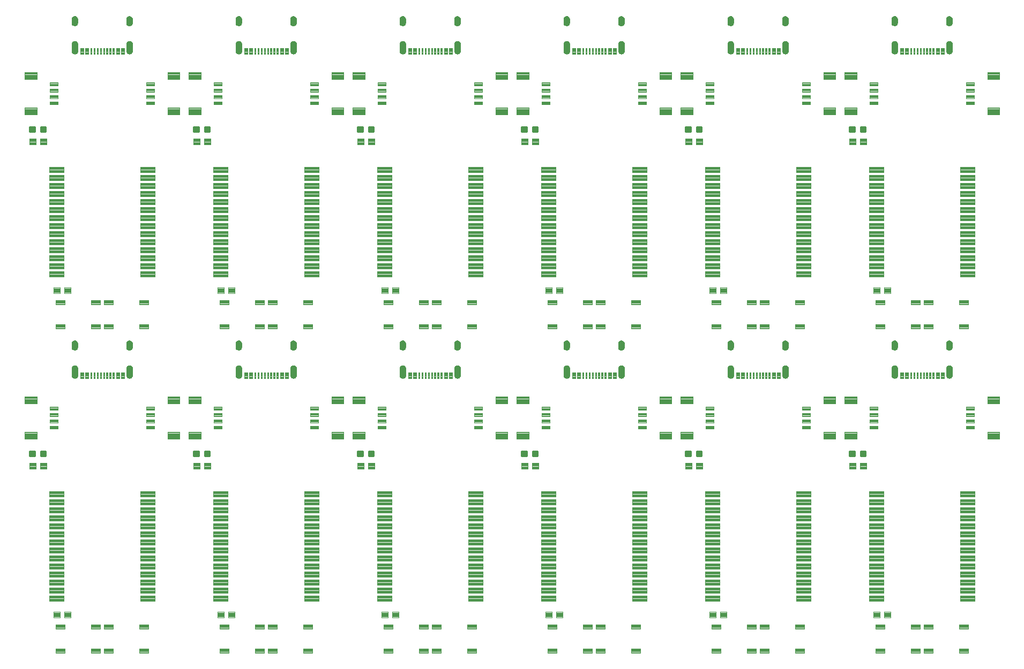
<source format=gtp>
G04 EAGLE Gerber RS-274X export*
G75*
%MOMM*%
%FSLAX34Y34*%
%LPD*%
%INSolderpaste Top*%
%IPPOS*%
%AMOC8*
5,1,8,0,0,1.08239X$1,22.5*%
G01*
%ADD10C,0.102000*%
%ADD11C,0.096000*%
%ADD12C,0.300000*%
%ADD13C,0.100000*%
%ADD14C,0.104500*%
%ADD15C,0.099059*%

G36*
X861244Y442955D02*
X861244Y442955D01*
X861247Y442951D01*
X862355Y443121D01*
X862361Y443127D01*
X862366Y443124D01*
X863408Y443536D01*
X863412Y443543D01*
X863417Y443541D01*
X864342Y444175D01*
X864344Y444183D01*
X864350Y444182D01*
X865110Y445006D01*
X865111Y445014D01*
X865117Y445014D01*
X865674Y445986D01*
X865674Y445990D01*
X865675Y445991D01*
X865673Y445993D01*
X865673Y445994D01*
X865679Y445996D01*
X866006Y447068D01*
X866005Y447073D01*
X866007Y447074D01*
X866005Y447077D01*
X866008Y447079D01*
X866089Y448196D01*
X866088Y448199D01*
X866089Y448200D01*
X866089Y460200D01*
X866084Y460207D01*
X866088Y460211D01*
X865869Y461155D01*
X865863Y461161D01*
X865865Y461166D01*
X865442Y462038D01*
X865434Y462041D01*
X865436Y462047D01*
X864829Y462803D01*
X864821Y462805D01*
X864821Y462811D01*
X864061Y463412D01*
X864052Y463412D01*
X864051Y463418D01*
X863176Y463836D01*
X863168Y463834D01*
X863166Y463839D01*
X862220Y464052D01*
X862213Y464048D01*
X862209Y464053D01*
X861240Y464049D01*
X861239Y464049D01*
X860171Y464030D01*
X860170Y464030D01*
X860169Y464030D01*
X860164Y464026D01*
X860160Y464029D01*
X859123Y463773D01*
X859118Y463766D01*
X859112Y463769D01*
X858158Y463288D01*
X858155Y463281D01*
X858149Y463282D01*
X857326Y462601D01*
X857324Y462593D01*
X857318Y462593D01*
X856667Y461746D01*
X856667Y461738D01*
X856661Y461737D01*
X856214Y460766D01*
X856216Y460758D01*
X856211Y460756D01*
X855992Y459710D01*
X855995Y459703D01*
X855991Y459700D01*
X855991Y447700D01*
X855994Y447695D01*
X855991Y447692D01*
X856171Y446597D01*
X856177Y446591D01*
X856174Y446586D01*
X856593Y445558D01*
X856600Y445554D01*
X856598Y445549D01*
X857236Y444640D01*
X857243Y444638D01*
X857243Y444632D01*
X858066Y443888D01*
X858074Y443887D01*
X858075Y443881D01*
X859043Y443339D01*
X859052Y443340D01*
X859054Y443334D01*
X860118Y443021D01*
X860126Y443024D01*
X860129Y443019D01*
X861237Y442951D01*
X861244Y442955D01*
G37*
G36*
X1379404Y442955D02*
X1379404Y442955D01*
X1379407Y442951D01*
X1380515Y443121D01*
X1380521Y443127D01*
X1380526Y443124D01*
X1381568Y443536D01*
X1381572Y443543D01*
X1381577Y443541D01*
X1382502Y444175D01*
X1382504Y444183D01*
X1382510Y444182D01*
X1383270Y445006D01*
X1383271Y445014D01*
X1383277Y445014D01*
X1383834Y445986D01*
X1383834Y445990D01*
X1383835Y445991D01*
X1383833Y445993D01*
X1383833Y445994D01*
X1383839Y445996D01*
X1384166Y447068D01*
X1384165Y447073D01*
X1384167Y447074D01*
X1384165Y447077D01*
X1384168Y447079D01*
X1384249Y448196D01*
X1384248Y448199D01*
X1384249Y448200D01*
X1384249Y460200D01*
X1384244Y460207D01*
X1384248Y460211D01*
X1384029Y461155D01*
X1384023Y461161D01*
X1384025Y461166D01*
X1383602Y462038D01*
X1383594Y462041D01*
X1383596Y462047D01*
X1382989Y462803D01*
X1382981Y462805D01*
X1382981Y462811D01*
X1382221Y463412D01*
X1382212Y463412D01*
X1382211Y463418D01*
X1381336Y463836D01*
X1381328Y463834D01*
X1381326Y463839D01*
X1380380Y464052D01*
X1380373Y464048D01*
X1380369Y464053D01*
X1379400Y464049D01*
X1379399Y464049D01*
X1378331Y464030D01*
X1378330Y464030D01*
X1378329Y464030D01*
X1378324Y464026D01*
X1378320Y464029D01*
X1377283Y463773D01*
X1377278Y463766D01*
X1377272Y463769D01*
X1376318Y463288D01*
X1376315Y463281D01*
X1376309Y463282D01*
X1375486Y462601D01*
X1375484Y462593D01*
X1375478Y462593D01*
X1374827Y461746D01*
X1374827Y461738D01*
X1374821Y461737D01*
X1374374Y460766D01*
X1374376Y460758D01*
X1374371Y460756D01*
X1374152Y459710D01*
X1374155Y459703D01*
X1374151Y459700D01*
X1374151Y447700D01*
X1374154Y447695D01*
X1374151Y447692D01*
X1374331Y446597D01*
X1374337Y446591D01*
X1374334Y446586D01*
X1374753Y445558D01*
X1374760Y445554D01*
X1374758Y445549D01*
X1375396Y444640D01*
X1375403Y444638D01*
X1375403Y444632D01*
X1376226Y443888D01*
X1376234Y443887D01*
X1376235Y443881D01*
X1377203Y443339D01*
X1377212Y443340D01*
X1377214Y443334D01*
X1378278Y443021D01*
X1378286Y443024D01*
X1378289Y443019D01*
X1379397Y442951D01*
X1379404Y442955D01*
G37*
G36*
X1120324Y442955D02*
X1120324Y442955D01*
X1120327Y442951D01*
X1121435Y443121D01*
X1121441Y443127D01*
X1121446Y443124D01*
X1122488Y443536D01*
X1122492Y443543D01*
X1122497Y443541D01*
X1123422Y444175D01*
X1123424Y444183D01*
X1123430Y444182D01*
X1124190Y445006D01*
X1124191Y445014D01*
X1124197Y445014D01*
X1124754Y445986D01*
X1124754Y445990D01*
X1124755Y445991D01*
X1124753Y445993D01*
X1124753Y445994D01*
X1124759Y445996D01*
X1125086Y447068D01*
X1125085Y447073D01*
X1125087Y447074D01*
X1125085Y447077D01*
X1125088Y447079D01*
X1125169Y448196D01*
X1125168Y448199D01*
X1125169Y448200D01*
X1125169Y460200D01*
X1125164Y460207D01*
X1125168Y460211D01*
X1124949Y461155D01*
X1124943Y461161D01*
X1124945Y461166D01*
X1124522Y462038D01*
X1124514Y462041D01*
X1124516Y462047D01*
X1123909Y462803D01*
X1123901Y462805D01*
X1123901Y462811D01*
X1123141Y463412D01*
X1123132Y463412D01*
X1123131Y463418D01*
X1122256Y463836D01*
X1122248Y463834D01*
X1122246Y463839D01*
X1121300Y464052D01*
X1121293Y464048D01*
X1121289Y464053D01*
X1120320Y464049D01*
X1120319Y464049D01*
X1119251Y464030D01*
X1119250Y464030D01*
X1119249Y464030D01*
X1119244Y464026D01*
X1119240Y464029D01*
X1118203Y463773D01*
X1118198Y463766D01*
X1118192Y463769D01*
X1117238Y463288D01*
X1117235Y463281D01*
X1117229Y463282D01*
X1116406Y462601D01*
X1116404Y462593D01*
X1116398Y462593D01*
X1115747Y461746D01*
X1115747Y461738D01*
X1115741Y461737D01*
X1115294Y460766D01*
X1115296Y460758D01*
X1115291Y460756D01*
X1115072Y459710D01*
X1115075Y459703D01*
X1115071Y459700D01*
X1115071Y447700D01*
X1115074Y447695D01*
X1115071Y447692D01*
X1115251Y446597D01*
X1115257Y446591D01*
X1115254Y446586D01*
X1115673Y445558D01*
X1115680Y445554D01*
X1115678Y445549D01*
X1116316Y444640D01*
X1116323Y444638D01*
X1116323Y444632D01*
X1117146Y443888D01*
X1117154Y443887D01*
X1117155Y443881D01*
X1118123Y443339D01*
X1118132Y443340D01*
X1118134Y443334D01*
X1119198Y443021D01*
X1119206Y443024D01*
X1119209Y443019D01*
X1120317Y442951D01*
X1120324Y442955D01*
G37*
G36*
X602164Y442955D02*
X602164Y442955D01*
X602167Y442951D01*
X603275Y443121D01*
X603281Y443127D01*
X603286Y443124D01*
X604328Y443536D01*
X604332Y443543D01*
X604337Y443541D01*
X605262Y444175D01*
X605264Y444183D01*
X605270Y444182D01*
X606030Y445006D01*
X606031Y445014D01*
X606037Y445014D01*
X606594Y445986D01*
X606594Y445990D01*
X606595Y445991D01*
X606593Y445993D01*
X606593Y445994D01*
X606599Y445996D01*
X606926Y447068D01*
X606925Y447073D01*
X606927Y447074D01*
X606925Y447077D01*
X606928Y447079D01*
X607009Y448196D01*
X607008Y448199D01*
X607009Y448200D01*
X607009Y460200D01*
X607004Y460207D01*
X607008Y460211D01*
X606789Y461155D01*
X606783Y461161D01*
X606785Y461166D01*
X606362Y462038D01*
X606354Y462041D01*
X606356Y462047D01*
X605749Y462803D01*
X605741Y462805D01*
X605741Y462811D01*
X604981Y463412D01*
X604972Y463412D01*
X604971Y463418D01*
X604096Y463836D01*
X604088Y463834D01*
X604086Y463839D01*
X603140Y464052D01*
X603133Y464048D01*
X603129Y464053D01*
X602160Y464049D01*
X602159Y464049D01*
X601091Y464030D01*
X601090Y464030D01*
X601089Y464030D01*
X601084Y464026D01*
X601080Y464029D01*
X600043Y463773D01*
X600038Y463766D01*
X600032Y463769D01*
X599078Y463288D01*
X599075Y463281D01*
X599069Y463282D01*
X598246Y462601D01*
X598244Y462593D01*
X598238Y462593D01*
X597587Y461746D01*
X597587Y461738D01*
X597581Y461737D01*
X597134Y460766D01*
X597136Y460758D01*
X597131Y460756D01*
X596912Y459710D01*
X596915Y459703D01*
X596911Y459700D01*
X596911Y447700D01*
X596914Y447695D01*
X596911Y447692D01*
X597091Y446597D01*
X597097Y446591D01*
X597094Y446586D01*
X597513Y445558D01*
X597520Y445554D01*
X597518Y445549D01*
X598156Y444640D01*
X598163Y444638D01*
X598163Y444632D01*
X598986Y443888D01*
X598994Y443887D01*
X598995Y443881D01*
X599963Y443339D01*
X599972Y443340D01*
X599974Y443334D01*
X601038Y443021D01*
X601046Y443024D01*
X601049Y443019D01*
X602157Y442951D01*
X602164Y442955D01*
G37*
G36*
X343084Y442955D02*
X343084Y442955D01*
X343087Y442951D01*
X344195Y443121D01*
X344201Y443127D01*
X344206Y443124D01*
X345248Y443536D01*
X345252Y443543D01*
X345257Y443541D01*
X346182Y444175D01*
X346184Y444183D01*
X346190Y444182D01*
X346950Y445006D01*
X346951Y445014D01*
X346957Y445014D01*
X347514Y445986D01*
X347514Y445990D01*
X347515Y445991D01*
X347513Y445993D01*
X347513Y445994D01*
X347519Y445996D01*
X347846Y447068D01*
X347845Y447073D01*
X347847Y447074D01*
X347845Y447077D01*
X347848Y447079D01*
X347929Y448196D01*
X347928Y448199D01*
X347929Y448200D01*
X347929Y460200D01*
X347924Y460207D01*
X347928Y460211D01*
X347709Y461155D01*
X347703Y461161D01*
X347705Y461166D01*
X347282Y462038D01*
X347274Y462041D01*
X347276Y462047D01*
X346669Y462803D01*
X346661Y462805D01*
X346661Y462811D01*
X345901Y463412D01*
X345892Y463412D01*
X345891Y463418D01*
X345016Y463836D01*
X345008Y463834D01*
X345006Y463839D01*
X344060Y464052D01*
X344053Y464048D01*
X344049Y464053D01*
X343080Y464049D01*
X343079Y464049D01*
X342011Y464030D01*
X342010Y464030D01*
X342009Y464030D01*
X342004Y464026D01*
X342000Y464029D01*
X340963Y463773D01*
X340958Y463766D01*
X340952Y463769D01*
X339998Y463288D01*
X339995Y463281D01*
X339989Y463282D01*
X339166Y462601D01*
X339164Y462593D01*
X339158Y462593D01*
X338507Y461746D01*
X338507Y461738D01*
X338501Y461737D01*
X338054Y460766D01*
X338056Y460758D01*
X338051Y460756D01*
X337832Y459710D01*
X337835Y459703D01*
X337831Y459700D01*
X337831Y447700D01*
X337834Y447695D01*
X337831Y447692D01*
X338011Y446597D01*
X338017Y446591D01*
X338014Y446586D01*
X338433Y445558D01*
X338440Y445554D01*
X338438Y445549D01*
X339076Y444640D01*
X339083Y444638D01*
X339083Y444632D01*
X339906Y443888D01*
X339914Y443887D01*
X339915Y443881D01*
X340883Y443339D01*
X340892Y443340D01*
X340894Y443334D01*
X341958Y443021D01*
X341966Y443024D01*
X341969Y443019D01*
X343077Y442951D01*
X343084Y442955D01*
G37*
G36*
X84004Y442955D02*
X84004Y442955D01*
X84007Y442951D01*
X85115Y443121D01*
X85121Y443127D01*
X85126Y443124D01*
X86168Y443536D01*
X86172Y443543D01*
X86177Y443541D01*
X87102Y444175D01*
X87104Y444183D01*
X87110Y444182D01*
X87870Y445006D01*
X87871Y445014D01*
X87877Y445014D01*
X88434Y445986D01*
X88434Y445990D01*
X88435Y445991D01*
X88433Y445993D01*
X88433Y445994D01*
X88439Y445996D01*
X88766Y447068D01*
X88765Y447073D01*
X88767Y447074D01*
X88765Y447077D01*
X88768Y447079D01*
X88849Y448196D01*
X88848Y448199D01*
X88849Y448200D01*
X88849Y460200D01*
X88844Y460207D01*
X88848Y460211D01*
X88629Y461155D01*
X88623Y461161D01*
X88625Y461166D01*
X88202Y462038D01*
X88194Y462041D01*
X88196Y462047D01*
X87589Y462803D01*
X87581Y462805D01*
X87581Y462811D01*
X86821Y463412D01*
X86812Y463412D01*
X86811Y463418D01*
X85936Y463836D01*
X85928Y463834D01*
X85926Y463839D01*
X84980Y464052D01*
X84973Y464048D01*
X84969Y464053D01*
X84000Y464049D01*
X83999Y464049D01*
X82931Y464030D01*
X82930Y464030D01*
X82929Y464030D01*
X82924Y464026D01*
X82920Y464029D01*
X81883Y463773D01*
X81878Y463766D01*
X81872Y463769D01*
X80918Y463288D01*
X80915Y463281D01*
X80909Y463282D01*
X80086Y462601D01*
X80084Y462593D01*
X80078Y462593D01*
X79427Y461746D01*
X79427Y461738D01*
X79421Y461737D01*
X78974Y460766D01*
X78976Y460758D01*
X78971Y460756D01*
X78752Y459710D01*
X78755Y459703D01*
X78751Y459700D01*
X78751Y447700D01*
X78754Y447695D01*
X78751Y447692D01*
X78931Y446597D01*
X78937Y446591D01*
X78934Y446586D01*
X79353Y445558D01*
X79360Y445554D01*
X79358Y445549D01*
X79996Y444640D01*
X80003Y444638D01*
X80003Y444632D01*
X80826Y443888D01*
X80834Y443887D01*
X80835Y443881D01*
X81803Y443339D01*
X81812Y443340D01*
X81814Y443334D01*
X82878Y443021D01*
X82886Y443024D01*
X82889Y443019D01*
X83997Y442951D01*
X84004Y442955D01*
G37*
G36*
X343084Y956035D02*
X343084Y956035D01*
X343087Y956031D01*
X344195Y956201D01*
X344201Y956207D01*
X344206Y956204D01*
X345248Y956616D01*
X345252Y956623D01*
X345257Y956621D01*
X346182Y957255D01*
X346184Y957263D01*
X346190Y957262D01*
X346950Y958086D01*
X346951Y958094D01*
X346957Y958094D01*
X347514Y959066D01*
X347514Y959070D01*
X347515Y959071D01*
X347513Y959073D01*
X347513Y959074D01*
X347519Y959076D01*
X347846Y960148D01*
X347845Y960153D01*
X347847Y960154D01*
X347845Y960157D01*
X347848Y960159D01*
X347929Y961276D01*
X347928Y961279D01*
X347929Y961280D01*
X347929Y973280D01*
X347924Y973287D01*
X347928Y973291D01*
X347709Y974235D01*
X347703Y974241D01*
X347705Y974246D01*
X347282Y975118D01*
X347274Y975121D01*
X347276Y975127D01*
X346669Y975883D01*
X346661Y975885D01*
X346661Y975891D01*
X345901Y976492D01*
X345892Y976492D01*
X345891Y976498D01*
X345016Y976916D01*
X345008Y976914D01*
X345006Y976919D01*
X344060Y977132D01*
X344053Y977128D01*
X344049Y977133D01*
X343080Y977129D01*
X343079Y977129D01*
X342011Y977110D01*
X342010Y977110D01*
X342004Y977106D01*
X342000Y977109D01*
X340963Y976853D01*
X340958Y976846D01*
X340952Y976849D01*
X339998Y976368D01*
X339995Y976361D01*
X339989Y976362D01*
X339166Y975681D01*
X339164Y975673D01*
X339158Y975673D01*
X338507Y974826D01*
X338507Y974818D01*
X338501Y974817D01*
X338054Y973846D01*
X338056Y973838D01*
X338051Y973836D01*
X337832Y972790D01*
X337835Y972783D01*
X337831Y972780D01*
X337831Y960780D01*
X337834Y960775D01*
X337831Y960772D01*
X338011Y959677D01*
X338017Y959671D01*
X338014Y959666D01*
X338433Y958638D01*
X338440Y958634D01*
X338438Y958629D01*
X339076Y957720D01*
X339083Y957718D01*
X339083Y957712D01*
X339906Y956968D01*
X339914Y956967D01*
X339915Y956961D01*
X340883Y956419D01*
X340892Y956420D01*
X340894Y956414D01*
X341958Y956101D01*
X341966Y956104D01*
X341969Y956099D01*
X343077Y956031D01*
X343084Y956035D01*
G37*
G36*
X1379404Y956035D02*
X1379404Y956035D01*
X1379407Y956031D01*
X1380515Y956201D01*
X1380521Y956207D01*
X1380526Y956204D01*
X1381568Y956616D01*
X1381572Y956623D01*
X1381577Y956621D01*
X1382502Y957255D01*
X1382504Y957263D01*
X1382510Y957262D01*
X1383270Y958086D01*
X1383271Y958094D01*
X1383277Y958094D01*
X1383834Y959066D01*
X1383834Y959070D01*
X1383835Y959071D01*
X1383833Y959073D01*
X1383833Y959074D01*
X1383839Y959076D01*
X1384166Y960148D01*
X1384165Y960153D01*
X1384167Y960154D01*
X1384165Y960157D01*
X1384168Y960159D01*
X1384249Y961276D01*
X1384248Y961279D01*
X1384249Y961280D01*
X1384249Y973280D01*
X1384244Y973287D01*
X1384248Y973291D01*
X1384029Y974235D01*
X1384023Y974241D01*
X1384025Y974246D01*
X1383602Y975118D01*
X1383594Y975121D01*
X1383596Y975127D01*
X1382989Y975883D01*
X1382981Y975885D01*
X1382981Y975891D01*
X1382221Y976492D01*
X1382212Y976492D01*
X1382211Y976498D01*
X1381336Y976916D01*
X1381328Y976914D01*
X1381326Y976919D01*
X1380380Y977132D01*
X1380373Y977128D01*
X1380369Y977133D01*
X1379400Y977129D01*
X1379399Y977129D01*
X1378331Y977110D01*
X1378330Y977110D01*
X1378324Y977106D01*
X1378320Y977109D01*
X1377283Y976853D01*
X1377278Y976846D01*
X1377272Y976849D01*
X1376318Y976368D01*
X1376315Y976361D01*
X1376309Y976362D01*
X1375486Y975681D01*
X1375484Y975673D01*
X1375478Y975673D01*
X1374827Y974826D01*
X1374827Y974818D01*
X1374821Y974817D01*
X1374374Y973846D01*
X1374376Y973838D01*
X1374371Y973836D01*
X1374152Y972790D01*
X1374155Y972783D01*
X1374151Y972780D01*
X1374151Y960780D01*
X1374154Y960775D01*
X1374151Y960772D01*
X1374331Y959677D01*
X1374337Y959671D01*
X1374334Y959666D01*
X1374753Y958638D01*
X1374760Y958634D01*
X1374758Y958629D01*
X1375396Y957720D01*
X1375403Y957718D01*
X1375403Y957712D01*
X1376226Y956968D01*
X1376234Y956967D01*
X1376235Y956961D01*
X1377203Y956419D01*
X1377212Y956420D01*
X1377214Y956414D01*
X1378278Y956101D01*
X1378286Y956104D01*
X1378289Y956099D01*
X1379397Y956031D01*
X1379404Y956035D01*
G37*
G36*
X84004Y956035D02*
X84004Y956035D01*
X84007Y956031D01*
X85115Y956201D01*
X85121Y956207D01*
X85126Y956204D01*
X86168Y956616D01*
X86172Y956623D01*
X86177Y956621D01*
X87102Y957255D01*
X87104Y957263D01*
X87110Y957262D01*
X87870Y958086D01*
X87871Y958094D01*
X87877Y958094D01*
X88434Y959066D01*
X88434Y959070D01*
X88435Y959071D01*
X88433Y959073D01*
X88433Y959074D01*
X88439Y959076D01*
X88766Y960148D01*
X88765Y960153D01*
X88767Y960154D01*
X88765Y960157D01*
X88768Y960159D01*
X88849Y961276D01*
X88848Y961279D01*
X88849Y961280D01*
X88849Y973280D01*
X88844Y973287D01*
X88848Y973291D01*
X88629Y974235D01*
X88623Y974241D01*
X88625Y974246D01*
X88202Y975118D01*
X88194Y975121D01*
X88196Y975127D01*
X87589Y975883D01*
X87581Y975885D01*
X87581Y975891D01*
X86821Y976492D01*
X86812Y976492D01*
X86811Y976498D01*
X85936Y976916D01*
X85928Y976914D01*
X85926Y976919D01*
X84980Y977132D01*
X84973Y977128D01*
X84969Y977133D01*
X84000Y977129D01*
X83999Y977129D01*
X82931Y977110D01*
X82930Y977110D01*
X82924Y977106D01*
X82920Y977109D01*
X81883Y976853D01*
X81878Y976846D01*
X81872Y976849D01*
X80918Y976368D01*
X80915Y976361D01*
X80909Y976362D01*
X80086Y975681D01*
X80084Y975673D01*
X80078Y975673D01*
X79427Y974826D01*
X79427Y974818D01*
X79421Y974817D01*
X78974Y973846D01*
X78976Y973838D01*
X78971Y973836D01*
X78752Y972790D01*
X78755Y972783D01*
X78751Y972780D01*
X78751Y960780D01*
X78754Y960775D01*
X78751Y960772D01*
X78931Y959677D01*
X78937Y959671D01*
X78934Y959666D01*
X79353Y958638D01*
X79360Y958634D01*
X79358Y958629D01*
X79996Y957720D01*
X80003Y957718D01*
X80003Y957712D01*
X80826Y956968D01*
X80834Y956967D01*
X80835Y956961D01*
X81803Y956419D01*
X81812Y956420D01*
X81814Y956414D01*
X82878Y956101D01*
X82886Y956104D01*
X82889Y956099D01*
X83997Y956031D01*
X84004Y956035D01*
G37*
G36*
X1120324Y956035D02*
X1120324Y956035D01*
X1120327Y956031D01*
X1121435Y956201D01*
X1121441Y956207D01*
X1121446Y956204D01*
X1122488Y956616D01*
X1122492Y956623D01*
X1122497Y956621D01*
X1123422Y957255D01*
X1123424Y957263D01*
X1123430Y957262D01*
X1124190Y958086D01*
X1124191Y958094D01*
X1124197Y958094D01*
X1124754Y959066D01*
X1124754Y959070D01*
X1124755Y959071D01*
X1124753Y959073D01*
X1124753Y959074D01*
X1124759Y959076D01*
X1125086Y960148D01*
X1125085Y960153D01*
X1125087Y960154D01*
X1125085Y960157D01*
X1125088Y960159D01*
X1125169Y961276D01*
X1125168Y961279D01*
X1125169Y961280D01*
X1125169Y973280D01*
X1125164Y973287D01*
X1125168Y973291D01*
X1124949Y974235D01*
X1124943Y974241D01*
X1124945Y974246D01*
X1124522Y975118D01*
X1124514Y975121D01*
X1124516Y975127D01*
X1123909Y975883D01*
X1123901Y975885D01*
X1123901Y975891D01*
X1123141Y976492D01*
X1123132Y976492D01*
X1123131Y976498D01*
X1122256Y976916D01*
X1122248Y976914D01*
X1122246Y976919D01*
X1121300Y977132D01*
X1121293Y977128D01*
X1121289Y977133D01*
X1120320Y977129D01*
X1120319Y977129D01*
X1119251Y977110D01*
X1119250Y977110D01*
X1119244Y977106D01*
X1119240Y977109D01*
X1118203Y976853D01*
X1118198Y976846D01*
X1118192Y976849D01*
X1117238Y976368D01*
X1117235Y976361D01*
X1117229Y976362D01*
X1116406Y975681D01*
X1116404Y975673D01*
X1116398Y975673D01*
X1115747Y974826D01*
X1115747Y974818D01*
X1115741Y974817D01*
X1115294Y973846D01*
X1115296Y973838D01*
X1115291Y973836D01*
X1115072Y972790D01*
X1115075Y972783D01*
X1115071Y972780D01*
X1115071Y960780D01*
X1115074Y960775D01*
X1115071Y960772D01*
X1115251Y959677D01*
X1115257Y959671D01*
X1115254Y959666D01*
X1115673Y958638D01*
X1115680Y958634D01*
X1115678Y958629D01*
X1116316Y957720D01*
X1116323Y957718D01*
X1116323Y957712D01*
X1117146Y956968D01*
X1117154Y956967D01*
X1117155Y956961D01*
X1118123Y956419D01*
X1118132Y956420D01*
X1118134Y956414D01*
X1119198Y956101D01*
X1119206Y956104D01*
X1119209Y956099D01*
X1120317Y956031D01*
X1120324Y956035D01*
G37*
G36*
X861244Y956035D02*
X861244Y956035D01*
X861247Y956031D01*
X862355Y956201D01*
X862361Y956207D01*
X862366Y956204D01*
X863408Y956616D01*
X863412Y956623D01*
X863417Y956621D01*
X864342Y957255D01*
X864344Y957263D01*
X864350Y957262D01*
X865110Y958086D01*
X865111Y958094D01*
X865117Y958094D01*
X865674Y959066D01*
X865674Y959070D01*
X865675Y959071D01*
X865673Y959073D01*
X865673Y959074D01*
X865679Y959076D01*
X866006Y960148D01*
X866005Y960153D01*
X866007Y960154D01*
X866005Y960157D01*
X866008Y960159D01*
X866089Y961276D01*
X866088Y961279D01*
X866089Y961280D01*
X866089Y973280D01*
X866084Y973287D01*
X866088Y973291D01*
X865869Y974235D01*
X865863Y974241D01*
X865865Y974246D01*
X865442Y975118D01*
X865434Y975121D01*
X865436Y975127D01*
X864829Y975883D01*
X864821Y975885D01*
X864821Y975891D01*
X864061Y976492D01*
X864052Y976492D01*
X864051Y976498D01*
X863176Y976916D01*
X863168Y976914D01*
X863166Y976919D01*
X862220Y977132D01*
X862213Y977128D01*
X862209Y977133D01*
X861240Y977129D01*
X861239Y977129D01*
X860171Y977110D01*
X860170Y977110D01*
X860164Y977106D01*
X860160Y977109D01*
X859123Y976853D01*
X859118Y976846D01*
X859112Y976849D01*
X858158Y976368D01*
X858155Y976361D01*
X858149Y976362D01*
X857326Y975681D01*
X857324Y975673D01*
X857318Y975673D01*
X856667Y974826D01*
X856667Y974818D01*
X856661Y974817D01*
X856214Y973846D01*
X856216Y973838D01*
X856211Y973836D01*
X855992Y972790D01*
X855995Y972783D01*
X855991Y972780D01*
X855991Y960780D01*
X855994Y960775D01*
X855991Y960772D01*
X856171Y959677D01*
X856177Y959671D01*
X856174Y959666D01*
X856593Y958638D01*
X856600Y958634D01*
X856598Y958629D01*
X857236Y957720D01*
X857243Y957718D01*
X857243Y957712D01*
X858066Y956968D01*
X858074Y956967D01*
X858075Y956961D01*
X859043Y956419D01*
X859052Y956420D01*
X859054Y956414D01*
X860118Y956101D01*
X860126Y956104D01*
X860129Y956099D01*
X861237Y956031D01*
X861244Y956035D01*
G37*
G36*
X602164Y956035D02*
X602164Y956035D01*
X602167Y956031D01*
X603275Y956201D01*
X603281Y956207D01*
X603286Y956204D01*
X604328Y956616D01*
X604332Y956623D01*
X604337Y956621D01*
X605262Y957255D01*
X605264Y957263D01*
X605270Y957262D01*
X606030Y958086D01*
X606031Y958094D01*
X606037Y958094D01*
X606594Y959066D01*
X606594Y959070D01*
X606595Y959071D01*
X606593Y959073D01*
X606593Y959074D01*
X606599Y959076D01*
X606926Y960148D01*
X606925Y960153D01*
X606927Y960154D01*
X606925Y960157D01*
X606928Y960159D01*
X607009Y961276D01*
X607008Y961279D01*
X607009Y961280D01*
X607009Y973280D01*
X607004Y973287D01*
X607008Y973291D01*
X606789Y974235D01*
X606783Y974241D01*
X606785Y974246D01*
X606362Y975118D01*
X606354Y975121D01*
X606356Y975127D01*
X605749Y975883D01*
X605741Y975885D01*
X605741Y975891D01*
X604981Y976492D01*
X604972Y976492D01*
X604971Y976498D01*
X604096Y976916D01*
X604088Y976914D01*
X604086Y976919D01*
X603140Y977132D01*
X603133Y977128D01*
X603129Y977133D01*
X602160Y977129D01*
X602159Y977129D01*
X601091Y977110D01*
X601090Y977110D01*
X601084Y977106D01*
X601080Y977109D01*
X600043Y976853D01*
X600038Y976846D01*
X600032Y976849D01*
X599078Y976368D01*
X599075Y976361D01*
X599069Y976362D01*
X598246Y975681D01*
X598244Y975673D01*
X598238Y975673D01*
X597587Y974826D01*
X597587Y974818D01*
X597581Y974817D01*
X597134Y973846D01*
X597136Y973838D01*
X597131Y973836D01*
X596912Y972790D01*
X596915Y972783D01*
X596911Y972780D01*
X596911Y960780D01*
X596914Y960775D01*
X596911Y960772D01*
X597091Y959677D01*
X597097Y959671D01*
X597094Y959666D01*
X597513Y958638D01*
X597520Y958634D01*
X597518Y958629D01*
X598156Y957720D01*
X598163Y957718D01*
X598163Y957712D01*
X598986Y956968D01*
X598994Y956967D01*
X598995Y956961D01*
X599963Y956419D01*
X599972Y956420D01*
X599974Y956414D01*
X601038Y956101D01*
X601046Y956104D01*
X601049Y956099D01*
X602157Y956031D01*
X602164Y956035D01*
G37*
G36*
X1206822Y442954D02*
X1206822Y442954D01*
X1206826Y442951D01*
X1207871Y443069D01*
X1207877Y443075D01*
X1207882Y443071D01*
X1208876Y443419D01*
X1208880Y443426D01*
X1208885Y443424D01*
X1209777Y443984D01*
X1209780Y443991D01*
X1209785Y443991D01*
X1210529Y444735D01*
X1210531Y444743D01*
X1210536Y444743D01*
X1211096Y445635D01*
X1211096Y445642D01*
X1211097Y445643D01*
X1211101Y445644D01*
X1211449Y446638D01*
X1211446Y446646D01*
X1211451Y446649D01*
X1211569Y447695D01*
X1211567Y447698D01*
X1211569Y447700D01*
X1211569Y459700D01*
X1211566Y459705D01*
X1211569Y459708D01*
X1211411Y460704D01*
X1211405Y460710D01*
X1211408Y460715D01*
X1211033Y461651D01*
X1211026Y461655D01*
X1211028Y461661D01*
X1210454Y462490D01*
X1210446Y462493D01*
X1210447Y462498D01*
X1209703Y463179D01*
X1209694Y463180D01*
X1209694Y463186D01*
X1208817Y463684D01*
X1208809Y463683D01*
X1208806Y463688D01*
X1207841Y463979D01*
X1207833Y463976D01*
X1207830Y463981D01*
X1206823Y464049D01*
X1206821Y464048D01*
X1206820Y464049D01*
X1205739Y464040D01*
X1205732Y464035D01*
X1205728Y464039D01*
X1204676Y463790D01*
X1204671Y463783D01*
X1204666Y463786D01*
X1203696Y463309D01*
X1203693Y463301D01*
X1203687Y463303D01*
X1202848Y462622D01*
X1202846Y462614D01*
X1202840Y462614D01*
X1202174Y461764D01*
X1202173Y461755D01*
X1202168Y461754D01*
X1201707Y460777D01*
X1201709Y460769D01*
X1201704Y460766D01*
X1201472Y459711D01*
X1201473Y459709D01*
X1201475Y459703D01*
X1201471Y459700D01*
X1201471Y447700D01*
X1201475Y447695D01*
X1201471Y447692D01*
X1201664Y446586D01*
X1201670Y446581D01*
X1201667Y446576D01*
X1202100Y445541D01*
X1202107Y445537D01*
X1202105Y445532D01*
X1202758Y444619D01*
X1202766Y444617D01*
X1202765Y444611D01*
X1203604Y443867D01*
X1203613Y443866D01*
X1203613Y443861D01*
X1204597Y443322D01*
X1204605Y443323D01*
X1204607Y443318D01*
X1205686Y443011D01*
X1205694Y443014D01*
X1205697Y443009D01*
X1206817Y442951D01*
X1206822Y442954D01*
G37*
G36*
X947742Y442954D02*
X947742Y442954D01*
X947746Y442951D01*
X948791Y443069D01*
X948797Y443075D01*
X948802Y443071D01*
X949796Y443419D01*
X949800Y443426D01*
X949805Y443424D01*
X950697Y443984D01*
X950700Y443991D01*
X950705Y443991D01*
X951449Y444735D01*
X951451Y444743D01*
X951456Y444743D01*
X952016Y445635D01*
X952016Y445642D01*
X952017Y445643D01*
X952021Y445644D01*
X952369Y446638D01*
X952366Y446646D01*
X952371Y446649D01*
X952489Y447695D01*
X952487Y447698D01*
X952489Y447700D01*
X952489Y459700D01*
X952486Y459705D01*
X952489Y459708D01*
X952331Y460704D01*
X952325Y460710D01*
X952328Y460715D01*
X951953Y461651D01*
X951946Y461655D01*
X951948Y461661D01*
X951374Y462490D01*
X951366Y462493D01*
X951367Y462498D01*
X950623Y463179D01*
X950614Y463180D01*
X950614Y463186D01*
X949737Y463684D01*
X949729Y463683D01*
X949726Y463688D01*
X948761Y463979D01*
X948753Y463976D01*
X948750Y463981D01*
X947743Y464049D01*
X947741Y464048D01*
X947740Y464049D01*
X946659Y464040D01*
X946652Y464035D01*
X946648Y464039D01*
X945596Y463790D01*
X945591Y463783D01*
X945586Y463786D01*
X944616Y463309D01*
X944613Y463301D01*
X944607Y463303D01*
X943768Y462622D01*
X943766Y462614D01*
X943760Y462614D01*
X943094Y461764D01*
X943093Y461755D01*
X943088Y461754D01*
X942627Y460777D01*
X942629Y460769D01*
X942624Y460766D01*
X942392Y459711D01*
X942393Y459709D01*
X942395Y459703D01*
X942391Y459700D01*
X942391Y447700D01*
X942395Y447695D01*
X942391Y447692D01*
X942584Y446586D01*
X942590Y446581D01*
X942587Y446576D01*
X943020Y445541D01*
X943027Y445537D01*
X943025Y445532D01*
X943678Y444619D01*
X943686Y444617D01*
X943685Y444611D01*
X944524Y443867D01*
X944533Y443866D01*
X944533Y443861D01*
X945517Y443322D01*
X945525Y443323D01*
X945527Y443318D01*
X946606Y443011D01*
X946614Y443014D01*
X946617Y443009D01*
X947737Y442951D01*
X947742Y442954D01*
G37*
G36*
X688662Y442954D02*
X688662Y442954D01*
X688666Y442951D01*
X689711Y443069D01*
X689717Y443075D01*
X689722Y443071D01*
X690716Y443419D01*
X690720Y443426D01*
X690725Y443424D01*
X691617Y443984D01*
X691620Y443991D01*
X691625Y443991D01*
X692369Y444735D01*
X692371Y444743D01*
X692376Y444743D01*
X692936Y445635D01*
X692936Y445642D01*
X692937Y445643D01*
X692941Y445644D01*
X693289Y446638D01*
X693286Y446646D01*
X693291Y446649D01*
X693409Y447695D01*
X693407Y447698D01*
X693409Y447700D01*
X693409Y459700D01*
X693406Y459705D01*
X693409Y459708D01*
X693251Y460704D01*
X693245Y460710D01*
X693248Y460715D01*
X692873Y461651D01*
X692866Y461655D01*
X692868Y461661D01*
X692294Y462490D01*
X692286Y462493D01*
X692287Y462498D01*
X691543Y463179D01*
X691534Y463180D01*
X691534Y463186D01*
X690657Y463684D01*
X690649Y463683D01*
X690646Y463688D01*
X689681Y463979D01*
X689673Y463976D01*
X689670Y463981D01*
X688663Y464049D01*
X688661Y464048D01*
X688660Y464049D01*
X687579Y464040D01*
X687572Y464035D01*
X687568Y464039D01*
X686516Y463790D01*
X686511Y463783D01*
X686506Y463786D01*
X685536Y463309D01*
X685533Y463301D01*
X685527Y463303D01*
X684688Y462622D01*
X684686Y462614D01*
X684680Y462614D01*
X684014Y461764D01*
X684013Y461755D01*
X684008Y461754D01*
X683547Y460777D01*
X683549Y460769D01*
X683544Y460766D01*
X683312Y459711D01*
X683313Y459709D01*
X683315Y459703D01*
X683311Y459700D01*
X683311Y447700D01*
X683315Y447695D01*
X683311Y447692D01*
X683504Y446586D01*
X683510Y446581D01*
X683507Y446576D01*
X683940Y445541D01*
X683947Y445537D01*
X683945Y445532D01*
X684598Y444619D01*
X684606Y444617D01*
X684605Y444611D01*
X685444Y443867D01*
X685453Y443866D01*
X685453Y443861D01*
X686437Y443322D01*
X686445Y443323D01*
X686447Y443318D01*
X687526Y443011D01*
X687534Y443014D01*
X687537Y443009D01*
X688657Y442951D01*
X688662Y442954D01*
G37*
G36*
X1465902Y442954D02*
X1465902Y442954D01*
X1465906Y442951D01*
X1466951Y443069D01*
X1466957Y443075D01*
X1466962Y443071D01*
X1467956Y443419D01*
X1467960Y443426D01*
X1467965Y443424D01*
X1468857Y443984D01*
X1468860Y443991D01*
X1468865Y443991D01*
X1469609Y444735D01*
X1469611Y444743D01*
X1469616Y444743D01*
X1470176Y445635D01*
X1470176Y445642D01*
X1470177Y445643D01*
X1470181Y445644D01*
X1470529Y446638D01*
X1470526Y446646D01*
X1470531Y446649D01*
X1470649Y447695D01*
X1470647Y447698D01*
X1470649Y447700D01*
X1470649Y459700D01*
X1470646Y459705D01*
X1470649Y459708D01*
X1470491Y460704D01*
X1470485Y460710D01*
X1470488Y460715D01*
X1470113Y461651D01*
X1470106Y461655D01*
X1470108Y461661D01*
X1469534Y462490D01*
X1469526Y462493D01*
X1469527Y462498D01*
X1468783Y463179D01*
X1468774Y463180D01*
X1468774Y463186D01*
X1467897Y463684D01*
X1467889Y463683D01*
X1467886Y463688D01*
X1466921Y463979D01*
X1466913Y463976D01*
X1466910Y463981D01*
X1465903Y464049D01*
X1465901Y464048D01*
X1465900Y464049D01*
X1464819Y464040D01*
X1464812Y464035D01*
X1464808Y464039D01*
X1463756Y463790D01*
X1463751Y463783D01*
X1463746Y463786D01*
X1462776Y463309D01*
X1462773Y463301D01*
X1462767Y463303D01*
X1461928Y462622D01*
X1461926Y462614D01*
X1461920Y462614D01*
X1461254Y461764D01*
X1461253Y461755D01*
X1461248Y461754D01*
X1460787Y460777D01*
X1460789Y460769D01*
X1460784Y460766D01*
X1460552Y459711D01*
X1460553Y459709D01*
X1460555Y459703D01*
X1460551Y459700D01*
X1460551Y447700D01*
X1460555Y447695D01*
X1460551Y447692D01*
X1460744Y446586D01*
X1460750Y446581D01*
X1460747Y446576D01*
X1461180Y445541D01*
X1461187Y445537D01*
X1461185Y445532D01*
X1461838Y444619D01*
X1461846Y444617D01*
X1461845Y444611D01*
X1462684Y443867D01*
X1462693Y443866D01*
X1462693Y443861D01*
X1463677Y443322D01*
X1463685Y443323D01*
X1463687Y443318D01*
X1464766Y443011D01*
X1464774Y443014D01*
X1464777Y443009D01*
X1465897Y442951D01*
X1465902Y442954D01*
G37*
G36*
X170502Y442954D02*
X170502Y442954D01*
X170506Y442951D01*
X171551Y443069D01*
X171557Y443075D01*
X171562Y443071D01*
X172556Y443419D01*
X172560Y443426D01*
X172565Y443424D01*
X173457Y443984D01*
X173460Y443991D01*
X173465Y443991D01*
X174209Y444735D01*
X174211Y444743D01*
X174216Y444743D01*
X174776Y445635D01*
X174776Y445642D01*
X174777Y445643D01*
X174781Y445644D01*
X175129Y446638D01*
X175126Y446646D01*
X175131Y446649D01*
X175249Y447695D01*
X175247Y447698D01*
X175249Y447700D01*
X175249Y459700D01*
X175246Y459705D01*
X175249Y459708D01*
X175091Y460704D01*
X175085Y460710D01*
X175088Y460715D01*
X174713Y461651D01*
X174706Y461655D01*
X174708Y461661D01*
X174134Y462490D01*
X174126Y462493D01*
X174127Y462498D01*
X173383Y463179D01*
X173374Y463180D01*
X173374Y463186D01*
X172497Y463684D01*
X172489Y463683D01*
X172486Y463688D01*
X171521Y463979D01*
X171513Y463976D01*
X171510Y463981D01*
X170503Y464049D01*
X170501Y464048D01*
X170500Y464049D01*
X169419Y464040D01*
X169412Y464035D01*
X169408Y464039D01*
X168356Y463790D01*
X168351Y463783D01*
X168346Y463786D01*
X167376Y463309D01*
X167373Y463301D01*
X167367Y463303D01*
X166528Y462622D01*
X166526Y462614D01*
X166520Y462614D01*
X165854Y461764D01*
X165853Y461755D01*
X165848Y461754D01*
X165387Y460777D01*
X165389Y460769D01*
X165384Y460766D01*
X165152Y459711D01*
X165153Y459709D01*
X165155Y459703D01*
X165151Y459700D01*
X165151Y447700D01*
X165155Y447695D01*
X165151Y447692D01*
X165344Y446586D01*
X165350Y446581D01*
X165347Y446576D01*
X165780Y445541D01*
X165787Y445537D01*
X165785Y445532D01*
X166438Y444619D01*
X166446Y444617D01*
X166445Y444611D01*
X167284Y443867D01*
X167293Y443866D01*
X167293Y443861D01*
X168277Y443322D01*
X168285Y443323D01*
X168287Y443318D01*
X169366Y443011D01*
X169374Y443014D01*
X169377Y443009D01*
X170497Y442951D01*
X170502Y442954D01*
G37*
G36*
X429582Y442954D02*
X429582Y442954D01*
X429586Y442951D01*
X430631Y443069D01*
X430637Y443075D01*
X430642Y443071D01*
X431636Y443419D01*
X431640Y443426D01*
X431645Y443424D01*
X432537Y443984D01*
X432540Y443991D01*
X432545Y443991D01*
X433289Y444735D01*
X433291Y444743D01*
X433296Y444743D01*
X433856Y445635D01*
X433856Y445642D01*
X433857Y445643D01*
X433861Y445644D01*
X434209Y446638D01*
X434206Y446646D01*
X434211Y446649D01*
X434329Y447695D01*
X434327Y447698D01*
X434329Y447700D01*
X434329Y459700D01*
X434326Y459705D01*
X434329Y459708D01*
X434171Y460704D01*
X434165Y460710D01*
X434168Y460715D01*
X433793Y461651D01*
X433786Y461655D01*
X433788Y461661D01*
X433214Y462490D01*
X433206Y462493D01*
X433207Y462498D01*
X432463Y463179D01*
X432454Y463180D01*
X432454Y463186D01*
X431577Y463684D01*
X431569Y463683D01*
X431566Y463688D01*
X430601Y463979D01*
X430593Y463976D01*
X430590Y463981D01*
X429583Y464049D01*
X429581Y464048D01*
X429580Y464049D01*
X428499Y464040D01*
X428492Y464035D01*
X428488Y464039D01*
X427436Y463790D01*
X427431Y463783D01*
X427426Y463786D01*
X426456Y463309D01*
X426453Y463301D01*
X426447Y463303D01*
X425608Y462622D01*
X425606Y462614D01*
X425600Y462614D01*
X424934Y461764D01*
X424933Y461755D01*
X424928Y461754D01*
X424467Y460777D01*
X424469Y460769D01*
X424464Y460766D01*
X424232Y459711D01*
X424233Y459709D01*
X424235Y459703D01*
X424231Y459700D01*
X424231Y447700D01*
X424235Y447695D01*
X424231Y447692D01*
X424424Y446586D01*
X424430Y446581D01*
X424427Y446576D01*
X424860Y445541D01*
X424867Y445537D01*
X424865Y445532D01*
X425518Y444619D01*
X425526Y444617D01*
X425525Y444611D01*
X426364Y443867D01*
X426373Y443866D01*
X426373Y443861D01*
X427357Y443322D01*
X427365Y443323D01*
X427367Y443318D01*
X428446Y443011D01*
X428454Y443014D01*
X428457Y443009D01*
X429577Y442951D01*
X429582Y442954D01*
G37*
G36*
X170502Y956034D02*
X170502Y956034D01*
X170506Y956031D01*
X171551Y956149D01*
X171557Y956155D01*
X171562Y956151D01*
X172556Y956499D01*
X172560Y956506D01*
X172565Y956504D01*
X173457Y957064D01*
X173460Y957071D01*
X173465Y957071D01*
X174209Y957815D01*
X174211Y957823D01*
X174216Y957823D01*
X174776Y958715D01*
X174776Y958722D01*
X174777Y958723D01*
X174781Y958724D01*
X175129Y959718D01*
X175126Y959726D01*
X175131Y959729D01*
X175249Y960775D01*
X175247Y960778D01*
X175249Y960780D01*
X175249Y972780D01*
X175246Y972785D01*
X175249Y972788D01*
X175091Y973784D01*
X175085Y973790D01*
X175088Y973795D01*
X174713Y974731D01*
X174706Y974735D01*
X174708Y974741D01*
X174134Y975570D01*
X174126Y975573D01*
X174127Y975578D01*
X173383Y976259D01*
X173374Y976260D01*
X173374Y976266D01*
X172497Y976764D01*
X172489Y976763D01*
X172486Y976768D01*
X171521Y977059D01*
X171513Y977056D01*
X171510Y977061D01*
X170503Y977129D01*
X170501Y977128D01*
X170500Y977129D01*
X169419Y977120D01*
X169412Y977115D01*
X169408Y977119D01*
X168356Y976870D01*
X168351Y976863D01*
X168346Y976866D01*
X167376Y976389D01*
X167373Y976381D01*
X167367Y976383D01*
X166528Y975702D01*
X166526Y975694D01*
X166520Y975694D01*
X165854Y974844D01*
X165853Y974835D01*
X165848Y974834D01*
X165387Y973857D01*
X165389Y973849D01*
X165384Y973846D01*
X165152Y972791D01*
X165155Y972783D01*
X165151Y972780D01*
X165151Y960780D01*
X165155Y960775D01*
X165151Y960772D01*
X165344Y959666D01*
X165350Y959661D01*
X165347Y959656D01*
X165780Y958621D01*
X165787Y958617D01*
X165785Y958612D01*
X166438Y957699D01*
X166446Y957697D01*
X166445Y957691D01*
X167284Y956947D01*
X167293Y956946D01*
X167293Y956941D01*
X168277Y956402D01*
X168285Y956403D01*
X168287Y956398D01*
X169366Y956091D01*
X169374Y956094D01*
X169377Y956089D01*
X170497Y956031D01*
X170502Y956034D01*
G37*
G36*
X1465902Y956034D02*
X1465902Y956034D01*
X1465906Y956031D01*
X1466951Y956149D01*
X1466957Y956155D01*
X1466962Y956151D01*
X1467956Y956499D01*
X1467960Y956506D01*
X1467965Y956504D01*
X1468857Y957064D01*
X1468860Y957071D01*
X1468865Y957071D01*
X1469609Y957815D01*
X1469611Y957823D01*
X1469616Y957823D01*
X1470176Y958715D01*
X1470176Y958722D01*
X1470177Y958723D01*
X1470181Y958724D01*
X1470529Y959718D01*
X1470526Y959726D01*
X1470531Y959729D01*
X1470649Y960775D01*
X1470647Y960778D01*
X1470649Y960780D01*
X1470649Y972780D01*
X1470646Y972785D01*
X1470649Y972788D01*
X1470491Y973784D01*
X1470485Y973790D01*
X1470488Y973795D01*
X1470113Y974731D01*
X1470106Y974735D01*
X1470108Y974741D01*
X1469534Y975570D01*
X1469526Y975573D01*
X1469527Y975578D01*
X1468783Y976259D01*
X1468774Y976260D01*
X1468774Y976266D01*
X1467897Y976764D01*
X1467889Y976763D01*
X1467886Y976768D01*
X1466921Y977059D01*
X1466913Y977056D01*
X1466910Y977061D01*
X1465903Y977129D01*
X1465901Y977128D01*
X1465900Y977129D01*
X1464819Y977120D01*
X1464812Y977115D01*
X1464808Y977119D01*
X1463756Y976870D01*
X1463751Y976863D01*
X1463746Y976866D01*
X1462776Y976389D01*
X1462773Y976381D01*
X1462767Y976383D01*
X1461928Y975702D01*
X1461926Y975694D01*
X1461920Y975694D01*
X1461254Y974844D01*
X1461253Y974835D01*
X1461248Y974834D01*
X1460787Y973857D01*
X1460789Y973849D01*
X1460784Y973846D01*
X1460552Y972791D01*
X1460555Y972783D01*
X1460551Y972780D01*
X1460551Y960780D01*
X1460555Y960775D01*
X1460551Y960772D01*
X1460744Y959666D01*
X1460750Y959661D01*
X1460747Y959656D01*
X1461180Y958621D01*
X1461187Y958617D01*
X1461185Y958612D01*
X1461838Y957699D01*
X1461846Y957697D01*
X1461845Y957691D01*
X1462684Y956947D01*
X1462693Y956946D01*
X1462693Y956941D01*
X1463677Y956402D01*
X1463685Y956403D01*
X1463687Y956398D01*
X1464766Y956091D01*
X1464774Y956094D01*
X1464777Y956089D01*
X1465897Y956031D01*
X1465902Y956034D01*
G37*
G36*
X688662Y956034D02*
X688662Y956034D01*
X688666Y956031D01*
X689711Y956149D01*
X689717Y956155D01*
X689722Y956151D01*
X690716Y956499D01*
X690720Y956506D01*
X690725Y956504D01*
X691617Y957064D01*
X691620Y957071D01*
X691625Y957071D01*
X692369Y957815D01*
X692371Y957823D01*
X692376Y957823D01*
X692936Y958715D01*
X692936Y958722D01*
X692937Y958723D01*
X692941Y958724D01*
X693289Y959718D01*
X693286Y959726D01*
X693291Y959729D01*
X693409Y960775D01*
X693407Y960778D01*
X693409Y960780D01*
X693409Y972780D01*
X693406Y972785D01*
X693409Y972788D01*
X693251Y973784D01*
X693245Y973790D01*
X693248Y973795D01*
X692873Y974731D01*
X692866Y974735D01*
X692868Y974741D01*
X692294Y975570D01*
X692286Y975573D01*
X692287Y975578D01*
X691543Y976259D01*
X691534Y976260D01*
X691534Y976266D01*
X690657Y976764D01*
X690649Y976763D01*
X690646Y976768D01*
X689681Y977059D01*
X689673Y977056D01*
X689670Y977061D01*
X688663Y977129D01*
X688661Y977128D01*
X688660Y977129D01*
X687579Y977120D01*
X687572Y977115D01*
X687568Y977119D01*
X686516Y976870D01*
X686511Y976863D01*
X686506Y976866D01*
X685536Y976389D01*
X685533Y976381D01*
X685527Y976383D01*
X684688Y975702D01*
X684686Y975694D01*
X684680Y975694D01*
X684014Y974844D01*
X684013Y974835D01*
X684008Y974834D01*
X683547Y973857D01*
X683549Y973849D01*
X683544Y973846D01*
X683312Y972791D01*
X683315Y972783D01*
X683311Y972780D01*
X683311Y960780D01*
X683315Y960775D01*
X683311Y960772D01*
X683504Y959666D01*
X683510Y959661D01*
X683507Y959656D01*
X683940Y958621D01*
X683947Y958617D01*
X683945Y958612D01*
X684598Y957699D01*
X684606Y957697D01*
X684605Y957691D01*
X685444Y956947D01*
X685453Y956946D01*
X685453Y956941D01*
X686437Y956402D01*
X686445Y956403D01*
X686447Y956398D01*
X687526Y956091D01*
X687534Y956094D01*
X687537Y956089D01*
X688657Y956031D01*
X688662Y956034D01*
G37*
G36*
X1206822Y956034D02*
X1206822Y956034D01*
X1206826Y956031D01*
X1207871Y956149D01*
X1207877Y956155D01*
X1207882Y956151D01*
X1208876Y956499D01*
X1208880Y956506D01*
X1208885Y956504D01*
X1209777Y957064D01*
X1209780Y957071D01*
X1209785Y957071D01*
X1210529Y957815D01*
X1210531Y957823D01*
X1210536Y957823D01*
X1211096Y958715D01*
X1211096Y958722D01*
X1211097Y958723D01*
X1211101Y958724D01*
X1211449Y959718D01*
X1211446Y959726D01*
X1211451Y959729D01*
X1211569Y960775D01*
X1211567Y960778D01*
X1211569Y960780D01*
X1211569Y972780D01*
X1211566Y972785D01*
X1211569Y972788D01*
X1211411Y973784D01*
X1211405Y973790D01*
X1211408Y973795D01*
X1211033Y974731D01*
X1211026Y974735D01*
X1211028Y974741D01*
X1210454Y975570D01*
X1210446Y975573D01*
X1210447Y975578D01*
X1209703Y976259D01*
X1209694Y976260D01*
X1209694Y976266D01*
X1208817Y976764D01*
X1208809Y976763D01*
X1208806Y976768D01*
X1207841Y977059D01*
X1207833Y977056D01*
X1207830Y977061D01*
X1206823Y977129D01*
X1206821Y977128D01*
X1206820Y977129D01*
X1205739Y977120D01*
X1205732Y977115D01*
X1205728Y977119D01*
X1204676Y976870D01*
X1204671Y976863D01*
X1204666Y976866D01*
X1203696Y976389D01*
X1203693Y976381D01*
X1203687Y976383D01*
X1202848Y975702D01*
X1202846Y975694D01*
X1202840Y975694D01*
X1202174Y974844D01*
X1202173Y974835D01*
X1202168Y974834D01*
X1201707Y973857D01*
X1201709Y973849D01*
X1201704Y973846D01*
X1201472Y972791D01*
X1201475Y972783D01*
X1201471Y972780D01*
X1201471Y960780D01*
X1201475Y960775D01*
X1201471Y960772D01*
X1201664Y959666D01*
X1201670Y959661D01*
X1201667Y959656D01*
X1202100Y958621D01*
X1202107Y958617D01*
X1202105Y958612D01*
X1202758Y957699D01*
X1202766Y957697D01*
X1202765Y957691D01*
X1203604Y956947D01*
X1203613Y956946D01*
X1203613Y956941D01*
X1204597Y956402D01*
X1204605Y956403D01*
X1204607Y956398D01*
X1205686Y956091D01*
X1205694Y956094D01*
X1205697Y956089D01*
X1206817Y956031D01*
X1206822Y956034D01*
G37*
G36*
X429582Y956034D02*
X429582Y956034D01*
X429586Y956031D01*
X430631Y956149D01*
X430637Y956155D01*
X430642Y956151D01*
X431636Y956499D01*
X431640Y956506D01*
X431645Y956504D01*
X432537Y957064D01*
X432540Y957071D01*
X432545Y957071D01*
X433289Y957815D01*
X433291Y957823D01*
X433296Y957823D01*
X433856Y958715D01*
X433856Y958722D01*
X433857Y958723D01*
X433861Y958724D01*
X434209Y959718D01*
X434206Y959726D01*
X434211Y959729D01*
X434329Y960775D01*
X434327Y960778D01*
X434329Y960780D01*
X434329Y972780D01*
X434326Y972785D01*
X434329Y972788D01*
X434171Y973784D01*
X434165Y973790D01*
X434168Y973795D01*
X433793Y974731D01*
X433786Y974735D01*
X433788Y974741D01*
X433214Y975570D01*
X433206Y975573D01*
X433207Y975578D01*
X432463Y976259D01*
X432454Y976260D01*
X432454Y976266D01*
X431577Y976764D01*
X431569Y976763D01*
X431566Y976768D01*
X430601Y977059D01*
X430593Y977056D01*
X430590Y977061D01*
X429583Y977129D01*
X429581Y977128D01*
X429580Y977129D01*
X428499Y977120D01*
X428492Y977115D01*
X428488Y977119D01*
X427436Y976870D01*
X427431Y976863D01*
X427426Y976866D01*
X426456Y976389D01*
X426453Y976381D01*
X426447Y976383D01*
X425608Y975702D01*
X425606Y975694D01*
X425600Y975694D01*
X424934Y974844D01*
X424933Y974835D01*
X424928Y974834D01*
X424467Y973857D01*
X424469Y973849D01*
X424464Y973846D01*
X424232Y972791D01*
X424235Y972783D01*
X424231Y972780D01*
X424231Y960780D01*
X424235Y960775D01*
X424231Y960772D01*
X424424Y959666D01*
X424430Y959661D01*
X424427Y959656D01*
X424860Y958621D01*
X424867Y958617D01*
X424865Y958612D01*
X425518Y957699D01*
X425526Y957697D01*
X425525Y957691D01*
X426364Y956947D01*
X426373Y956946D01*
X426373Y956941D01*
X427357Y956402D01*
X427365Y956403D01*
X427367Y956398D01*
X428446Y956091D01*
X428454Y956094D01*
X428457Y956089D01*
X429577Y956031D01*
X429582Y956034D01*
G37*
G36*
X947742Y956034D02*
X947742Y956034D01*
X947746Y956031D01*
X948791Y956149D01*
X948797Y956155D01*
X948802Y956151D01*
X949796Y956499D01*
X949800Y956506D01*
X949805Y956504D01*
X950697Y957064D01*
X950700Y957071D01*
X950705Y957071D01*
X951449Y957815D01*
X951451Y957823D01*
X951456Y957823D01*
X952016Y958715D01*
X952016Y958722D01*
X952017Y958723D01*
X952021Y958724D01*
X952369Y959718D01*
X952366Y959726D01*
X952371Y959729D01*
X952489Y960775D01*
X952487Y960778D01*
X952489Y960780D01*
X952489Y972780D01*
X952486Y972785D01*
X952489Y972788D01*
X952331Y973784D01*
X952325Y973790D01*
X952328Y973795D01*
X951953Y974731D01*
X951946Y974735D01*
X951948Y974741D01*
X951374Y975570D01*
X951366Y975573D01*
X951367Y975578D01*
X950623Y976259D01*
X950614Y976260D01*
X950614Y976266D01*
X949737Y976764D01*
X949729Y976763D01*
X949726Y976768D01*
X948761Y977059D01*
X948753Y977056D01*
X948750Y977061D01*
X947743Y977129D01*
X947741Y977128D01*
X947740Y977129D01*
X946659Y977120D01*
X946652Y977115D01*
X946648Y977119D01*
X945596Y976870D01*
X945591Y976863D01*
X945586Y976866D01*
X944616Y976389D01*
X944613Y976381D01*
X944607Y976383D01*
X943768Y975702D01*
X943766Y975694D01*
X943760Y975694D01*
X943094Y974844D01*
X943093Y974835D01*
X943088Y974834D01*
X942627Y973857D01*
X942629Y973849D01*
X942624Y973846D01*
X942392Y972791D01*
X942395Y972783D01*
X942391Y972780D01*
X942391Y960780D01*
X942395Y960775D01*
X942391Y960772D01*
X942584Y959666D01*
X942590Y959661D01*
X942587Y959656D01*
X943020Y958621D01*
X943027Y958617D01*
X943025Y958612D01*
X943678Y957699D01*
X943686Y957697D01*
X943685Y957691D01*
X944524Y956947D01*
X944533Y956946D01*
X944533Y956941D01*
X945517Y956402D01*
X945525Y956403D01*
X945527Y956398D01*
X946606Y956091D01*
X946614Y956094D01*
X946617Y956089D01*
X947737Y956031D01*
X947742Y956034D01*
G37*
G36*
X861244Y1000536D02*
X861244Y1000536D01*
X861249Y1000532D01*
X862386Y1000739D01*
X862392Y1000745D01*
X862397Y1000742D01*
X863459Y1001197D01*
X863463Y1001204D01*
X863469Y1001202D01*
X864404Y1001882D01*
X864406Y1001890D01*
X864412Y1001889D01*
X865172Y1002760D01*
X865172Y1002768D01*
X865178Y1002769D01*
X865725Y1003788D01*
X865724Y1003796D01*
X865729Y1003798D01*
X865735Y1003817D01*
X865748Y1003866D01*
X865762Y1003916D01*
X865775Y1003965D01*
X865789Y1004014D01*
X865802Y1004063D01*
X865803Y1004063D01*
X865802Y1004063D01*
X865816Y1004113D01*
X865830Y1004162D01*
X865843Y1004211D01*
X865857Y1004260D01*
X865870Y1004310D01*
X865884Y1004359D01*
X865897Y1004408D01*
X865911Y1004457D01*
X865925Y1004507D01*
X865938Y1004556D01*
X865952Y1004605D01*
X866036Y1004912D01*
X866033Y1004920D01*
X866038Y1004923D01*
X866089Y1006078D01*
X866088Y1006079D01*
X866089Y1006080D01*
X866089Y1012080D01*
X866085Y1012086D01*
X866088Y1012089D01*
X865876Y1013170D01*
X865870Y1013175D01*
X865873Y1013180D01*
X865426Y1014186D01*
X865419Y1014190D01*
X865421Y1014196D01*
X864761Y1015077D01*
X864753Y1015080D01*
X864753Y1015085D01*
X863914Y1015798D01*
X863906Y1015798D01*
X863905Y1015804D01*
X862928Y1016312D01*
X862920Y1016311D01*
X862918Y1016316D01*
X861853Y1016594D01*
X861845Y1016591D01*
X861842Y1016595D01*
X860742Y1016629D01*
X860736Y1016626D01*
X860733Y1016629D01*
X859658Y1016474D01*
X859652Y1016468D01*
X859647Y1016471D01*
X858633Y1016081D01*
X858629Y1016074D01*
X858623Y1016076D01*
X857721Y1015469D01*
X857719Y1015461D01*
X857713Y1015462D01*
X856969Y1014670D01*
X856968Y1014662D01*
X856962Y1014662D01*
X856413Y1013724D01*
X856414Y1013716D01*
X856408Y1013714D01*
X856081Y1012678D01*
X856084Y1012670D01*
X856079Y1012667D01*
X855991Y1011584D01*
X855993Y1011581D01*
X855991Y1011580D01*
X855991Y1005580D01*
X855994Y1005576D01*
X855991Y1005574D01*
X856141Y1004441D01*
X856147Y1004435D01*
X856144Y1004430D01*
X856542Y1003360D01*
X856549Y1003356D01*
X856547Y1003350D01*
X857174Y1002395D01*
X857182Y1002392D01*
X857181Y1002387D01*
X858004Y1001595D01*
X858012Y1001594D01*
X858013Y1001588D01*
X858992Y1000999D01*
X859000Y1001000D01*
X859002Y1000995D01*
X860087Y1000639D01*
X860095Y1000642D01*
X860098Y1000637D01*
X861235Y1000531D01*
X861244Y1000536D01*
G37*
G36*
X84004Y487456D02*
X84004Y487456D01*
X84009Y487452D01*
X85146Y487659D01*
X85152Y487665D01*
X85157Y487662D01*
X86219Y488117D01*
X86223Y488124D01*
X86229Y488122D01*
X87164Y488802D01*
X87166Y488810D01*
X87172Y488809D01*
X87932Y489680D01*
X87932Y489688D01*
X87938Y489689D01*
X88485Y490708D01*
X88484Y490716D01*
X88489Y490718D01*
X88495Y490737D01*
X88508Y490786D01*
X88522Y490836D01*
X88535Y490885D01*
X88549Y490934D01*
X88562Y490983D01*
X88563Y490983D01*
X88562Y490983D01*
X88576Y491033D01*
X88590Y491082D01*
X88603Y491131D01*
X88617Y491180D01*
X88630Y491230D01*
X88644Y491279D01*
X88657Y491328D01*
X88671Y491377D01*
X88685Y491427D01*
X88698Y491476D01*
X88712Y491525D01*
X88796Y491832D01*
X88793Y491840D01*
X88798Y491843D01*
X88849Y492998D01*
X88848Y492999D01*
X88849Y493000D01*
X88849Y499000D01*
X88845Y499006D01*
X88848Y499009D01*
X88636Y500090D01*
X88630Y500095D01*
X88633Y500100D01*
X88186Y501106D01*
X88179Y501110D01*
X88181Y501116D01*
X87521Y501997D01*
X87513Y502000D01*
X87513Y502005D01*
X86674Y502718D01*
X86666Y502718D01*
X86665Y502724D01*
X85688Y503232D01*
X85680Y503231D01*
X85678Y503236D01*
X84613Y503514D01*
X84605Y503511D01*
X84602Y503515D01*
X83502Y503549D01*
X83496Y503546D01*
X83493Y503549D01*
X82418Y503394D01*
X82412Y503388D01*
X82407Y503391D01*
X81393Y503001D01*
X81389Y502994D01*
X81383Y502996D01*
X80481Y502389D01*
X80479Y502381D01*
X80473Y502382D01*
X79729Y501590D01*
X79728Y501582D01*
X79722Y501582D01*
X79173Y500644D01*
X79174Y500636D01*
X79168Y500634D01*
X78841Y499598D01*
X78844Y499590D01*
X78839Y499587D01*
X78751Y498504D01*
X78753Y498501D01*
X78751Y498500D01*
X78751Y492500D01*
X78754Y492496D01*
X78751Y492494D01*
X78901Y491361D01*
X78907Y491355D01*
X78904Y491350D01*
X79302Y490280D01*
X79309Y490276D01*
X79307Y490270D01*
X79934Y489315D01*
X79942Y489312D01*
X79941Y489307D01*
X80764Y488515D01*
X80772Y488514D01*
X80773Y488508D01*
X81752Y487919D01*
X81760Y487920D01*
X81762Y487915D01*
X82847Y487559D01*
X82855Y487562D01*
X82858Y487557D01*
X83995Y487451D01*
X84004Y487456D01*
G37*
G36*
X1379404Y487456D02*
X1379404Y487456D01*
X1379409Y487452D01*
X1380546Y487659D01*
X1380552Y487665D01*
X1380557Y487662D01*
X1381619Y488117D01*
X1381623Y488124D01*
X1381629Y488122D01*
X1382564Y488802D01*
X1382566Y488810D01*
X1382572Y488809D01*
X1383332Y489680D01*
X1383332Y489688D01*
X1383338Y489689D01*
X1383885Y490708D01*
X1383884Y490716D01*
X1383889Y490718D01*
X1383895Y490737D01*
X1383908Y490786D01*
X1383922Y490836D01*
X1383935Y490885D01*
X1383949Y490934D01*
X1383962Y490983D01*
X1383963Y490983D01*
X1383962Y490983D01*
X1383976Y491033D01*
X1383990Y491082D01*
X1384003Y491131D01*
X1384017Y491180D01*
X1384030Y491230D01*
X1384044Y491279D01*
X1384057Y491328D01*
X1384071Y491377D01*
X1384085Y491427D01*
X1384098Y491476D01*
X1384112Y491525D01*
X1384196Y491832D01*
X1384193Y491840D01*
X1384198Y491843D01*
X1384249Y492998D01*
X1384248Y492999D01*
X1384249Y493000D01*
X1384249Y499000D01*
X1384245Y499006D01*
X1384248Y499009D01*
X1384036Y500090D01*
X1384030Y500095D01*
X1384033Y500100D01*
X1383586Y501106D01*
X1383579Y501110D01*
X1383581Y501116D01*
X1382921Y501997D01*
X1382913Y502000D01*
X1382913Y502005D01*
X1382074Y502718D01*
X1382066Y502718D01*
X1382065Y502724D01*
X1381088Y503232D01*
X1381080Y503231D01*
X1381078Y503236D01*
X1380013Y503514D01*
X1380005Y503511D01*
X1380002Y503515D01*
X1378902Y503549D01*
X1378896Y503546D01*
X1378893Y503549D01*
X1377818Y503394D01*
X1377812Y503388D01*
X1377807Y503391D01*
X1376793Y503001D01*
X1376789Y502994D01*
X1376783Y502996D01*
X1375881Y502389D01*
X1375879Y502381D01*
X1375873Y502382D01*
X1375129Y501590D01*
X1375128Y501582D01*
X1375122Y501582D01*
X1374573Y500644D01*
X1374574Y500636D01*
X1374568Y500634D01*
X1374241Y499598D01*
X1374244Y499590D01*
X1374239Y499587D01*
X1374151Y498504D01*
X1374153Y498501D01*
X1374151Y498500D01*
X1374151Y492500D01*
X1374154Y492496D01*
X1374151Y492494D01*
X1374301Y491361D01*
X1374307Y491355D01*
X1374304Y491350D01*
X1374702Y490280D01*
X1374709Y490276D01*
X1374707Y490270D01*
X1375334Y489315D01*
X1375342Y489312D01*
X1375341Y489307D01*
X1376164Y488515D01*
X1376172Y488514D01*
X1376173Y488508D01*
X1377152Y487919D01*
X1377160Y487920D01*
X1377162Y487915D01*
X1378247Y487559D01*
X1378255Y487562D01*
X1378258Y487557D01*
X1379395Y487451D01*
X1379404Y487456D01*
G37*
G36*
X602164Y487456D02*
X602164Y487456D01*
X602169Y487452D01*
X603306Y487659D01*
X603312Y487665D01*
X603317Y487662D01*
X604379Y488117D01*
X604383Y488124D01*
X604389Y488122D01*
X605324Y488802D01*
X605326Y488810D01*
X605332Y488809D01*
X606092Y489680D01*
X606092Y489688D01*
X606098Y489689D01*
X606645Y490708D01*
X606644Y490716D01*
X606649Y490718D01*
X606655Y490737D01*
X606668Y490786D01*
X606682Y490836D01*
X606695Y490885D01*
X606709Y490934D01*
X606722Y490983D01*
X606723Y490983D01*
X606722Y490983D01*
X606736Y491033D01*
X606750Y491082D01*
X606763Y491131D01*
X606777Y491180D01*
X606790Y491230D01*
X606804Y491279D01*
X606817Y491328D01*
X606831Y491377D01*
X606845Y491427D01*
X606858Y491476D01*
X606872Y491525D01*
X606956Y491832D01*
X606953Y491840D01*
X606958Y491843D01*
X607009Y492998D01*
X607008Y492999D01*
X607009Y493000D01*
X607009Y499000D01*
X607005Y499006D01*
X607008Y499009D01*
X606796Y500090D01*
X606790Y500095D01*
X606793Y500100D01*
X606346Y501106D01*
X606339Y501110D01*
X606341Y501116D01*
X605681Y501997D01*
X605673Y502000D01*
X605673Y502005D01*
X604834Y502718D01*
X604826Y502718D01*
X604825Y502724D01*
X603848Y503232D01*
X603840Y503231D01*
X603838Y503236D01*
X602773Y503514D01*
X602765Y503511D01*
X602762Y503515D01*
X601662Y503549D01*
X601656Y503546D01*
X601653Y503549D01*
X600578Y503394D01*
X600572Y503388D01*
X600567Y503391D01*
X599553Y503001D01*
X599549Y502994D01*
X599543Y502996D01*
X598641Y502389D01*
X598639Y502381D01*
X598633Y502382D01*
X597889Y501590D01*
X597888Y501582D01*
X597882Y501582D01*
X597333Y500644D01*
X597334Y500636D01*
X597328Y500634D01*
X597001Y499598D01*
X597004Y499590D01*
X596999Y499587D01*
X596911Y498504D01*
X596913Y498501D01*
X596911Y498500D01*
X596911Y492500D01*
X596914Y492496D01*
X596911Y492494D01*
X597061Y491361D01*
X597067Y491355D01*
X597064Y491350D01*
X597462Y490280D01*
X597469Y490276D01*
X597467Y490270D01*
X598094Y489315D01*
X598102Y489312D01*
X598101Y489307D01*
X598924Y488515D01*
X598932Y488514D01*
X598933Y488508D01*
X599912Y487919D01*
X599920Y487920D01*
X599922Y487915D01*
X601007Y487559D01*
X601015Y487562D01*
X601018Y487557D01*
X602155Y487451D01*
X602164Y487456D01*
G37*
G36*
X861244Y487456D02*
X861244Y487456D01*
X861249Y487452D01*
X862386Y487659D01*
X862392Y487665D01*
X862397Y487662D01*
X863459Y488117D01*
X863463Y488124D01*
X863469Y488122D01*
X864404Y488802D01*
X864406Y488810D01*
X864412Y488809D01*
X865172Y489680D01*
X865172Y489688D01*
X865178Y489689D01*
X865725Y490708D01*
X865724Y490716D01*
X865729Y490718D01*
X865735Y490737D01*
X865748Y490786D01*
X865762Y490836D01*
X865775Y490885D01*
X865789Y490934D01*
X865802Y490983D01*
X865803Y490983D01*
X865802Y490983D01*
X865816Y491033D01*
X865830Y491082D01*
X865843Y491131D01*
X865857Y491180D01*
X865870Y491230D01*
X865884Y491279D01*
X865897Y491328D01*
X865911Y491377D01*
X865925Y491427D01*
X865938Y491476D01*
X865952Y491525D01*
X866036Y491832D01*
X866033Y491840D01*
X866038Y491843D01*
X866089Y492998D01*
X866088Y492999D01*
X866089Y493000D01*
X866089Y499000D01*
X866085Y499006D01*
X866088Y499009D01*
X865876Y500090D01*
X865870Y500095D01*
X865873Y500100D01*
X865426Y501106D01*
X865419Y501110D01*
X865421Y501116D01*
X864761Y501997D01*
X864753Y502000D01*
X864753Y502005D01*
X863914Y502718D01*
X863906Y502718D01*
X863905Y502724D01*
X862928Y503232D01*
X862920Y503231D01*
X862918Y503236D01*
X861853Y503514D01*
X861845Y503511D01*
X861842Y503515D01*
X860742Y503549D01*
X860736Y503546D01*
X860733Y503549D01*
X859658Y503394D01*
X859652Y503388D01*
X859647Y503391D01*
X858633Y503001D01*
X858629Y502994D01*
X858623Y502996D01*
X857721Y502389D01*
X857719Y502381D01*
X857713Y502382D01*
X856969Y501590D01*
X856968Y501582D01*
X856962Y501582D01*
X856413Y500644D01*
X856414Y500636D01*
X856408Y500634D01*
X856081Y499598D01*
X856084Y499590D01*
X856079Y499587D01*
X855991Y498504D01*
X855993Y498501D01*
X855991Y498500D01*
X855991Y492500D01*
X855994Y492496D01*
X855991Y492494D01*
X856141Y491361D01*
X856147Y491355D01*
X856144Y491350D01*
X856542Y490280D01*
X856549Y490276D01*
X856547Y490270D01*
X857174Y489315D01*
X857182Y489312D01*
X857181Y489307D01*
X858004Y488515D01*
X858012Y488514D01*
X858013Y488508D01*
X858992Y487919D01*
X859000Y487920D01*
X859002Y487915D01*
X860087Y487559D01*
X860095Y487562D01*
X860098Y487557D01*
X861235Y487451D01*
X861244Y487456D01*
G37*
G36*
X1120324Y487456D02*
X1120324Y487456D01*
X1120329Y487452D01*
X1121466Y487659D01*
X1121472Y487665D01*
X1121477Y487662D01*
X1122539Y488117D01*
X1122543Y488124D01*
X1122549Y488122D01*
X1123484Y488802D01*
X1123486Y488810D01*
X1123492Y488809D01*
X1124252Y489680D01*
X1124252Y489688D01*
X1124258Y489689D01*
X1124805Y490708D01*
X1124804Y490716D01*
X1124809Y490718D01*
X1124815Y490737D01*
X1124828Y490786D01*
X1124842Y490836D01*
X1124855Y490885D01*
X1124869Y490934D01*
X1124882Y490983D01*
X1124883Y490983D01*
X1124882Y490983D01*
X1124896Y491033D01*
X1124910Y491082D01*
X1124923Y491131D01*
X1124937Y491180D01*
X1124950Y491230D01*
X1124964Y491279D01*
X1124977Y491328D01*
X1124991Y491377D01*
X1125005Y491427D01*
X1125018Y491476D01*
X1125032Y491525D01*
X1125116Y491832D01*
X1125113Y491840D01*
X1125118Y491843D01*
X1125169Y492998D01*
X1125168Y492999D01*
X1125169Y493000D01*
X1125169Y499000D01*
X1125165Y499006D01*
X1125168Y499009D01*
X1124956Y500090D01*
X1124950Y500095D01*
X1124953Y500100D01*
X1124506Y501106D01*
X1124499Y501110D01*
X1124501Y501116D01*
X1123841Y501997D01*
X1123833Y502000D01*
X1123833Y502005D01*
X1122994Y502718D01*
X1122986Y502718D01*
X1122985Y502724D01*
X1122008Y503232D01*
X1122000Y503231D01*
X1121998Y503236D01*
X1120933Y503514D01*
X1120925Y503511D01*
X1120922Y503515D01*
X1119822Y503549D01*
X1119816Y503546D01*
X1119813Y503549D01*
X1118738Y503394D01*
X1118732Y503388D01*
X1118727Y503391D01*
X1117713Y503001D01*
X1117709Y502994D01*
X1117703Y502996D01*
X1116801Y502389D01*
X1116799Y502381D01*
X1116793Y502382D01*
X1116049Y501590D01*
X1116048Y501582D01*
X1116042Y501582D01*
X1115493Y500644D01*
X1115494Y500636D01*
X1115488Y500634D01*
X1115161Y499598D01*
X1115164Y499590D01*
X1115159Y499587D01*
X1115071Y498504D01*
X1115073Y498501D01*
X1115071Y498500D01*
X1115071Y492500D01*
X1115074Y492496D01*
X1115071Y492494D01*
X1115221Y491361D01*
X1115227Y491355D01*
X1115224Y491350D01*
X1115622Y490280D01*
X1115629Y490276D01*
X1115627Y490270D01*
X1116254Y489315D01*
X1116262Y489312D01*
X1116261Y489307D01*
X1117084Y488515D01*
X1117092Y488514D01*
X1117093Y488508D01*
X1118072Y487919D01*
X1118080Y487920D01*
X1118082Y487915D01*
X1119167Y487559D01*
X1119175Y487562D01*
X1119178Y487557D01*
X1120315Y487451D01*
X1120324Y487456D01*
G37*
G36*
X343084Y487456D02*
X343084Y487456D01*
X343089Y487452D01*
X344226Y487659D01*
X344232Y487665D01*
X344237Y487662D01*
X345299Y488117D01*
X345303Y488124D01*
X345309Y488122D01*
X346244Y488802D01*
X346246Y488810D01*
X346252Y488809D01*
X347012Y489680D01*
X347012Y489688D01*
X347018Y489689D01*
X347565Y490708D01*
X347564Y490716D01*
X347569Y490718D01*
X347575Y490737D01*
X347588Y490786D01*
X347602Y490836D01*
X347615Y490885D01*
X347629Y490934D01*
X347642Y490983D01*
X347643Y490983D01*
X347642Y490983D01*
X347656Y491033D01*
X347670Y491082D01*
X347683Y491131D01*
X347697Y491180D01*
X347710Y491230D01*
X347724Y491279D01*
X347737Y491328D01*
X347751Y491377D01*
X347765Y491427D01*
X347778Y491476D01*
X347792Y491525D01*
X347876Y491832D01*
X347873Y491840D01*
X347878Y491843D01*
X347929Y492998D01*
X347928Y492999D01*
X347929Y493000D01*
X347929Y499000D01*
X347925Y499006D01*
X347928Y499009D01*
X347716Y500090D01*
X347710Y500095D01*
X347713Y500100D01*
X347266Y501106D01*
X347259Y501110D01*
X347261Y501116D01*
X346601Y501997D01*
X346593Y502000D01*
X346593Y502005D01*
X345754Y502718D01*
X345746Y502718D01*
X345745Y502724D01*
X344768Y503232D01*
X344760Y503231D01*
X344758Y503236D01*
X343693Y503514D01*
X343685Y503511D01*
X343682Y503515D01*
X342582Y503549D01*
X342576Y503546D01*
X342573Y503549D01*
X341498Y503394D01*
X341492Y503388D01*
X341487Y503391D01*
X340473Y503001D01*
X340469Y502994D01*
X340463Y502996D01*
X339561Y502389D01*
X339559Y502381D01*
X339553Y502382D01*
X338809Y501590D01*
X338808Y501582D01*
X338802Y501582D01*
X338253Y500644D01*
X338254Y500636D01*
X338248Y500634D01*
X337921Y499598D01*
X337924Y499590D01*
X337919Y499587D01*
X337831Y498504D01*
X337833Y498501D01*
X337831Y498500D01*
X337831Y492500D01*
X337834Y492496D01*
X337831Y492494D01*
X337981Y491361D01*
X337987Y491355D01*
X337984Y491350D01*
X338382Y490280D01*
X338389Y490276D01*
X338387Y490270D01*
X339014Y489315D01*
X339022Y489312D01*
X339021Y489307D01*
X339844Y488515D01*
X339852Y488514D01*
X339853Y488508D01*
X340832Y487919D01*
X340840Y487920D01*
X340842Y487915D01*
X341927Y487559D01*
X341935Y487562D01*
X341938Y487557D01*
X343075Y487451D01*
X343084Y487456D01*
G37*
G36*
X343084Y1000536D02*
X343084Y1000536D01*
X343089Y1000532D01*
X344226Y1000739D01*
X344232Y1000745D01*
X344237Y1000742D01*
X345299Y1001197D01*
X345303Y1001204D01*
X345309Y1001202D01*
X346244Y1001882D01*
X346246Y1001890D01*
X346252Y1001889D01*
X347012Y1002760D01*
X347012Y1002768D01*
X347018Y1002769D01*
X347565Y1003788D01*
X347564Y1003796D01*
X347569Y1003798D01*
X347575Y1003817D01*
X347588Y1003866D01*
X347602Y1003916D01*
X347615Y1003965D01*
X347629Y1004014D01*
X347642Y1004063D01*
X347643Y1004063D01*
X347642Y1004063D01*
X347656Y1004113D01*
X347670Y1004162D01*
X347683Y1004211D01*
X347697Y1004260D01*
X347710Y1004310D01*
X347724Y1004359D01*
X347737Y1004408D01*
X347751Y1004457D01*
X347765Y1004507D01*
X347778Y1004556D01*
X347792Y1004605D01*
X347876Y1004912D01*
X347873Y1004920D01*
X347878Y1004923D01*
X347929Y1006078D01*
X347928Y1006079D01*
X347929Y1006080D01*
X347929Y1012080D01*
X347925Y1012086D01*
X347928Y1012089D01*
X347716Y1013170D01*
X347710Y1013175D01*
X347713Y1013180D01*
X347266Y1014186D01*
X347259Y1014190D01*
X347261Y1014196D01*
X346601Y1015077D01*
X346593Y1015080D01*
X346593Y1015085D01*
X345754Y1015798D01*
X345746Y1015798D01*
X345745Y1015804D01*
X344768Y1016312D01*
X344760Y1016311D01*
X344758Y1016316D01*
X343693Y1016594D01*
X343685Y1016591D01*
X343682Y1016595D01*
X342582Y1016629D01*
X342576Y1016626D01*
X342573Y1016629D01*
X341498Y1016474D01*
X341492Y1016468D01*
X341487Y1016471D01*
X340473Y1016081D01*
X340469Y1016074D01*
X340463Y1016076D01*
X339561Y1015469D01*
X339559Y1015461D01*
X339553Y1015462D01*
X338809Y1014670D01*
X338808Y1014662D01*
X338802Y1014662D01*
X338253Y1013724D01*
X338254Y1013716D01*
X338248Y1013714D01*
X337921Y1012678D01*
X337924Y1012670D01*
X337919Y1012667D01*
X337831Y1011584D01*
X337833Y1011581D01*
X337831Y1011580D01*
X337831Y1005580D01*
X337834Y1005576D01*
X337831Y1005574D01*
X337981Y1004441D01*
X337987Y1004435D01*
X337984Y1004430D01*
X338382Y1003360D01*
X338389Y1003356D01*
X338387Y1003350D01*
X339014Y1002395D01*
X339022Y1002392D01*
X339021Y1002387D01*
X339844Y1001595D01*
X339852Y1001594D01*
X339853Y1001588D01*
X340832Y1000999D01*
X340840Y1001000D01*
X340842Y1000995D01*
X341927Y1000639D01*
X341935Y1000642D01*
X341938Y1000637D01*
X343075Y1000531D01*
X343084Y1000536D01*
G37*
G36*
X1379404Y1000536D02*
X1379404Y1000536D01*
X1379409Y1000532D01*
X1380546Y1000739D01*
X1380552Y1000745D01*
X1380557Y1000742D01*
X1381619Y1001197D01*
X1381623Y1001204D01*
X1381629Y1001202D01*
X1382564Y1001882D01*
X1382566Y1001890D01*
X1382572Y1001889D01*
X1383332Y1002760D01*
X1383332Y1002768D01*
X1383338Y1002769D01*
X1383885Y1003788D01*
X1383884Y1003796D01*
X1383889Y1003798D01*
X1383895Y1003817D01*
X1383908Y1003866D01*
X1383922Y1003916D01*
X1383935Y1003965D01*
X1383949Y1004014D01*
X1383962Y1004063D01*
X1383963Y1004063D01*
X1383962Y1004063D01*
X1383976Y1004113D01*
X1383990Y1004162D01*
X1384003Y1004211D01*
X1384017Y1004260D01*
X1384030Y1004310D01*
X1384044Y1004359D01*
X1384057Y1004408D01*
X1384071Y1004457D01*
X1384085Y1004507D01*
X1384098Y1004556D01*
X1384112Y1004605D01*
X1384196Y1004912D01*
X1384193Y1004920D01*
X1384198Y1004923D01*
X1384249Y1006078D01*
X1384248Y1006079D01*
X1384249Y1006080D01*
X1384249Y1012080D01*
X1384245Y1012086D01*
X1384248Y1012089D01*
X1384036Y1013170D01*
X1384030Y1013175D01*
X1384033Y1013180D01*
X1383586Y1014186D01*
X1383579Y1014190D01*
X1383581Y1014196D01*
X1382921Y1015077D01*
X1382913Y1015080D01*
X1382913Y1015085D01*
X1382074Y1015798D01*
X1382066Y1015798D01*
X1382065Y1015804D01*
X1381088Y1016312D01*
X1381080Y1016311D01*
X1381078Y1016316D01*
X1380013Y1016594D01*
X1380005Y1016591D01*
X1380002Y1016595D01*
X1378902Y1016629D01*
X1378896Y1016626D01*
X1378893Y1016629D01*
X1377818Y1016474D01*
X1377812Y1016468D01*
X1377807Y1016471D01*
X1376793Y1016081D01*
X1376789Y1016074D01*
X1376783Y1016076D01*
X1375881Y1015469D01*
X1375879Y1015461D01*
X1375873Y1015462D01*
X1375129Y1014670D01*
X1375128Y1014662D01*
X1375122Y1014662D01*
X1374573Y1013724D01*
X1374574Y1013716D01*
X1374568Y1013714D01*
X1374241Y1012678D01*
X1374244Y1012670D01*
X1374239Y1012667D01*
X1374151Y1011584D01*
X1374153Y1011581D01*
X1374151Y1011580D01*
X1374151Y1005580D01*
X1374154Y1005576D01*
X1374151Y1005574D01*
X1374301Y1004441D01*
X1374307Y1004435D01*
X1374304Y1004430D01*
X1374702Y1003360D01*
X1374709Y1003356D01*
X1374707Y1003350D01*
X1375334Y1002395D01*
X1375342Y1002392D01*
X1375341Y1002387D01*
X1376164Y1001595D01*
X1376172Y1001594D01*
X1376173Y1001588D01*
X1377152Y1000999D01*
X1377160Y1001000D01*
X1377162Y1000995D01*
X1378247Y1000639D01*
X1378255Y1000642D01*
X1378258Y1000637D01*
X1379395Y1000531D01*
X1379404Y1000536D01*
G37*
G36*
X84004Y1000536D02*
X84004Y1000536D01*
X84009Y1000532D01*
X85146Y1000739D01*
X85152Y1000745D01*
X85157Y1000742D01*
X86219Y1001197D01*
X86223Y1001204D01*
X86229Y1001202D01*
X87164Y1001882D01*
X87166Y1001890D01*
X87172Y1001889D01*
X87932Y1002760D01*
X87932Y1002768D01*
X87938Y1002769D01*
X88485Y1003788D01*
X88484Y1003796D01*
X88489Y1003798D01*
X88495Y1003817D01*
X88508Y1003866D01*
X88522Y1003916D01*
X88535Y1003965D01*
X88549Y1004014D01*
X88562Y1004063D01*
X88563Y1004063D01*
X88562Y1004063D01*
X88576Y1004113D01*
X88590Y1004162D01*
X88603Y1004211D01*
X88617Y1004260D01*
X88630Y1004310D01*
X88644Y1004359D01*
X88657Y1004408D01*
X88671Y1004457D01*
X88685Y1004507D01*
X88698Y1004556D01*
X88712Y1004605D01*
X88796Y1004912D01*
X88793Y1004920D01*
X88798Y1004923D01*
X88849Y1006078D01*
X88848Y1006079D01*
X88849Y1006080D01*
X88849Y1012080D01*
X88845Y1012086D01*
X88848Y1012089D01*
X88636Y1013170D01*
X88630Y1013175D01*
X88633Y1013180D01*
X88186Y1014186D01*
X88179Y1014190D01*
X88181Y1014196D01*
X87521Y1015077D01*
X87513Y1015080D01*
X87513Y1015085D01*
X86674Y1015798D01*
X86666Y1015798D01*
X86665Y1015804D01*
X85688Y1016312D01*
X85680Y1016311D01*
X85678Y1016316D01*
X84613Y1016594D01*
X84605Y1016591D01*
X84602Y1016595D01*
X83502Y1016629D01*
X83496Y1016626D01*
X83493Y1016629D01*
X82418Y1016474D01*
X82412Y1016468D01*
X82407Y1016471D01*
X81393Y1016081D01*
X81389Y1016074D01*
X81383Y1016076D01*
X80481Y1015469D01*
X80479Y1015461D01*
X80473Y1015462D01*
X79729Y1014670D01*
X79728Y1014662D01*
X79722Y1014662D01*
X79173Y1013724D01*
X79174Y1013716D01*
X79168Y1013714D01*
X78841Y1012678D01*
X78844Y1012670D01*
X78839Y1012667D01*
X78751Y1011584D01*
X78753Y1011581D01*
X78751Y1011580D01*
X78751Y1005580D01*
X78754Y1005576D01*
X78751Y1005574D01*
X78901Y1004441D01*
X78907Y1004435D01*
X78904Y1004430D01*
X79302Y1003360D01*
X79309Y1003356D01*
X79307Y1003350D01*
X79934Y1002395D01*
X79942Y1002392D01*
X79941Y1002387D01*
X80764Y1001595D01*
X80772Y1001594D01*
X80773Y1001588D01*
X81752Y1000999D01*
X81760Y1001000D01*
X81762Y1000995D01*
X82847Y1000639D01*
X82855Y1000642D01*
X82858Y1000637D01*
X83995Y1000531D01*
X84004Y1000536D01*
G37*
G36*
X1120324Y1000536D02*
X1120324Y1000536D01*
X1120329Y1000532D01*
X1121466Y1000739D01*
X1121472Y1000745D01*
X1121477Y1000742D01*
X1122539Y1001197D01*
X1122543Y1001204D01*
X1122549Y1001202D01*
X1123484Y1001882D01*
X1123486Y1001890D01*
X1123492Y1001889D01*
X1124252Y1002760D01*
X1124252Y1002768D01*
X1124258Y1002769D01*
X1124805Y1003788D01*
X1124804Y1003796D01*
X1124809Y1003798D01*
X1124815Y1003817D01*
X1124828Y1003866D01*
X1124842Y1003916D01*
X1124855Y1003965D01*
X1124869Y1004014D01*
X1124882Y1004063D01*
X1124883Y1004063D01*
X1124882Y1004063D01*
X1124896Y1004113D01*
X1124910Y1004162D01*
X1124923Y1004211D01*
X1124937Y1004260D01*
X1124950Y1004310D01*
X1124964Y1004359D01*
X1124977Y1004408D01*
X1124991Y1004457D01*
X1125005Y1004507D01*
X1125018Y1004556D01*
X1125032Y1004605D01*
X1125116Y1004912D01*
X1125113Y1004920D01*
X1125118Y1004923D01*
X1125169Y1006078D01*
X1125168Y1006079D01*
X1125169Y1006080D01*
X1125169Y1012080D01*
X1125165Y1012086D01*
X1125168Y1012089D01*
X1124956Y1013170D01*
X1124950Y1013175D01*
X1124953Y1013180D01*
X1124506Y1014186D01*
X1124499Y1014190D01*
X1124501Y1014196D01*
X1123841Y1015077D01*
X1123833Y1015080D01*
X1123833Y1015085D01*
X1122994Y1015798D01*
X1122986Y1015798D01*
X1122985Y1015804D01*
X1122008Y1016312D01*
X1122000Y1016311D01*
X1121998Y1016316D01*
X1120933Y1016594D01*
X1120925Y1016591D01*
X1120922Y1016595D01*
X1119822Y1016629D01*
X1119816Y1016626D01*
X1119813Y1016629D01*
X1118738Y1016474D01*
X1118732Y1016468D01*
X1118727Y1016471D01*
X1117713Y1016081D01*
X1117709Y1016074D01*
X1117703Y1016076D01*
X1116801Y1015469D01*
X1116799Y1015461D01*
X1116793Y1015462D01*
X1116049Y1014670D01*
X1116048Y1014662D01*
X1116042Y1014662D01*
X1115493Y1013724D01*
X1115494Y1013716D01*
X1115488Y1013714D01*
X1115161Y1012678D01*
X1115164Y1012670D01*
X1115159Y1012667D01*
X1115071Y1011584D01*
X1115073Y1011581D01*
X1115071Y1011580D01*
X1115071Y1005580D01*
X1115074Y1005576D01*
X1115071Y1005574D01*
X1115221Y1004441D01*
X1115227Y1004435D01*
X1115224Y1004430D01*
X1115622Y1003360D01*
X1115629Y1003356D01*
X1115627Y1003350D01*
X1116254Y1002395D01*
X1116262Y1002392D01*
X1116261Y1002387D01*
X1117084Y1001595D01*
X1117092Y1001594D01*
X1117093Y1001588D01*
X1118072Y1000999D01*
X1118080Y1001000D01*
X1118082Y1000995D01*
X1119167Y1000639D01*
X1119175Y1000642D01*
X1119178Y1000637D01*
X1120315Y1000531D01*
X1120324Y1000536D01*
G37*
G36*
X602164Y1000536D02*
X602164Y1000536D01*
X602169Y1000532D01*
X603306Y1000739D01*
X603312Y1000745D01*
X603317Y1000742D01*
X604379Y1001197D01*
X604383Y1001204D01*
X604389Y1001202D01*
X605324Y1001882D01*
X605326Y1001890D01*
X605332Y1001889D01*
X606092Y1002760D01*
X606092Y1002768D01*
X606098Y1002769D01*
X606645Y1003788D01*
X606644Y1003796D01*
X606649Y1003798D01*
X606655Y1003817D01*
X606668Y1003866D01*
X606682Y1003916D01*
X606695Y1003965D01*
X606709Y1004014D01*
X606722Y1004063D01*
X606723Y1004063D01*
X606722Y1004063D01*
X606736Y1004113D01*
X606750Y1004162D01*
X606763Y1004211D01*
X606777Y1004260D01*
X606790Y1004310D01*
X606804Y1004359D01*
X606817Y1004408D01*
X606831Y1004457D01*
X606845Y1004507D01*
X606858Y1004556D01*
X606872Y1004605D01*
X606956Y1004912D01*
X606953Y1004920D01*
X606958Y1004923D01*
X607009Y1006078D01*
X607008Y1006079D01*
X607009Y1006080D01*
X607009Y1012080D01*
X607005Y1012086D01*
X607008Y1012089D01*
X606796Y1013170D01*
X606790Y1013175D01*
X606793Y1013180D01*
X606346Y1014186D01*
X606339Y1014190D01*
X606341Y1014196D01*
X605681Y1015077D01*
X605673Y1015080D01*
X605673Y1015085D01*
X604834Y1015798D01*
X604826Y1015798D01*
X604825Y1015804D01*
X603848Y1016312D01*
X603840Y1016311D01*
X603838Y1016316D01*
X602773Y1016594D01*
X602765Y1016591D01*
X602762Y1016595D01*
X601662Y1016629D01*
X601656Y1016626D01*
X601653Y1016629D01*
X600578Y1016474D01*
X600572Y1016468D01*
X600567Y1016471D01*
X599553Y1016081D01*
X599549Y1016074D01*
X599543Y1016076D01*
X598641Y1015469D01*
X598639Y1015461D01*
X598633Y1015462D01*
X597889Y1014670D01*
X597888Y1014662D01*
X597882Y1014662D01*
X597333Y1013724D01*
X597334Y1013716D01*
X597328Y1013714D01*
X597001Y1012678D01*
X597004Y1012670D01*
X596999Y1012667D01*
X596911Y1011584D01*
X596913Y1011581D01*
X596911Y1011580D01*
X596911Y1005580D01*
X596914Y1005576D01*
X596911Y1005574D01*
X597061Y1004441D01*
X597067Y1004435D01*
X597064Y1004430D01*
X597462Y1003360D01*
X597469Y1003356D01*
X597467Y1003350D01*
X598094Y1002395D01*
X598102Y1002392D01*
X598101Y1002387D01*
X598924Y1001595D01*
X598932Y1001594D01*
X598933Y1001588D01*
X599912Y1000999D01*
X599920Y1001000D01*
X599922Y1000995D01*
X601007Y1000639D01*
X601015Y1000642D01*
X601018Y1000637D01*
X602155Y1000531D01*
X602164Y1000536D01*
G37*
G36*
X1466542Y1000637D02*
X1466542Y1000637D01*
X1466548Y1000642D01*
X1466553Y1000639D01*
X1467638Y1000995D01*
X1467643Y1001002D01*
X1467648Y1000999D01*
X1468627Y1001588D01*
X1468630Y1001596D01*
X1468636Y1001595D01*
X1469459Y1002387D01*
X1469460Y1002395D01*
X1469466Y1002395D01*
X1470093Y1003350D01*
X1470092Y1003358D01*
X1470098Y1003360D01*
X1470496Y1004430D01*
X1470494Y1004438D01*
X1470499Y1004441D01*
X1470649Y1005574D01*
X1470646Y1005578D01*
X1470649Y1005580D01*
X1470649Y1011580D01*
X1470646Y1011584D01*
X1470649Y1011586D01*
X1470499Y1012719D01*
X1470493Y1012725D01*
X1470496Y1012730D01*
X1470098Y1013800D01*
X1470091Y1013804D01*
X1470093Y1013810D01*
X1469466Y1014765D01*
X1469458Y1014768D01*
X1469459Y1014773D01*
X1468636Y1015565D01*
X1468628Y1015566D01*
X1468627Y1015572D01*
X1467648Y1016161D01*
X1467640Y1016160D01*
X1467638Y1016165D01*
X1466553Y1016521D01*
X1466545Y1016519D01*
X1466542Y1016523D01*
X1465405Y1016629D01*
X1465398Y1016625D01*
X1465394Y1016629D01*
X1464306Y1016484D01*
X1464300Y1016478D01*
X1464295Y1016481D01*
X1463267Y1016098D01*
X1463262Y1016091D01*
X1463257Y1016093D01*
X1462340Y1015490D01*
X1462337Y1015482D01*
X1462331Y1015483D01*
X1461571Y1014691D01*
X1461570Y1014683D01*
X1461564Y1014682D01*
X1461000Y1013741D01*
X1461001Y1013733D01*
X1460995Y1013731D01*
X1460654Y1012688D01*
X1460656Y1012680D01*
X1460652Y1012677D01*
X1460551Y1011585D01*
X1460553Y1011582D01*
X1460551Y1011580D01*
X1460551Y1005580D01*
X1460553Y1005577D01*
X1460551Y1005576D01*
X1460652Y1004483D01*
X1460657Y1004477D01*
X1460654Y1004472D01*
X1460995Y1003429D01*
X1461002Y1003424D01*
X1461000Y1003419D01*
X1461564Y1002478D01*
X1461572Y1002475D01*
X1461571Y1002469D01*
X1462331Y1001677D01*
X1462339Y1001676D01*
X1462340Y1001670D01*
X1463257Y1001068D01*
X1463265Y1001068D01*
X1463267Y1001063D01*
X1464295Y1000679D01*
X1464303Y1000681D01*
X1464306Y1000676D01*
X1465394Y1000531D01*
X1465401Y1000535D01*
X1465405Y1000531D01*
X1466542Y1000637D01*
G37*
G36*
X948382Y1000637D02*
X948382Y1000637D01*
X948388Y1000642D01*
X948393Y1000639D01*
X949478Y1000995D01*
X949483Y1001002D01*
X949488Y1000999D01*
X950467Y1001588D01*
X950470Y1001596D01*
X950476Y1001595D01*
X951299Y1002387D01*
X951300Y1002395D01*
X951306Y1002395D01*
X951933Y1003350D01*
X951932Y1003358D01*
X951938Y1003360D01*
X952336Y1004430D01*
X952334Y1004438D01*
X952339Y1004441D01*
X952489Y1005574D01*
X952486Y1005578D01*
X952489Y1005580D01*
X952489Y1011580D01*
X952486Y1011584D01*
X952489Y1011586D01*
X952339Y1012719D01*
X952333Y1012725D01*
X952336Y1012730D01*
X951938Y1013800D01*
X951931Y1013804D01*
X951933Y1013810D01*
X951306Y1014765D01*
X951298Y1014768D01*
X951299Y1014773D01*
X950476Y1015565D01*
X950468Y1015566D01*
X950467Y1015572D01*
X949488Y1016161D01*
X949480Y1016160D01*
X949478Y1016165D01*
X948393Y1016521D01*
X948385Y1016519D01*
X948382Y1016523D01*
X947245Y1016629D01*
X947238Y1016625D01*
X947234Y1016629D01*
X946146Y1016484D01*
X946140Y1016478D01*
X946135Y1016481D01*
X945107Y1016098D01*
X945102Y1016091D01*
X945097Y1016093D01*
X944180Y1015490D01*
X944177Y1015482D01*
X944171Y1015483D01*
X943411Y1014691D01*
X943410Y1014683D01*
X943404Y1014682D01*
X942840Y1013741D01*
X942841Y1013733D01*
X942835Y1013731D01*
X942494Y1012688D01*
X942496Y1012680D01*
X942492Y1012677D01*
X942391Y1011585D01*
X942393Y1011582D01*
X942391Y1011580D01*
X942391Y1005580D01*
X942393Y1005577D01*
X942391Y1005576D01*
X942492Y1004483D01*
X942497Y1004477D01*
X942494Y1004472D01*
X942835Y1003429D01*
X942842Y1003424D01*
X942840Y1003419D01*
X943404Y1002478D01*
X943412Y1002475D01*
X943411Y1002469D01*
X944171Y1001677D01*
X944179Y1001676D01*
X944180Y1001670D01*
X945097Y1001068D01*
X945105Y1001068D01*
X945107Y1001063D01*
X946135Y1000679D01*
X946143Y1000681D01*
X946146Y1000676D01*
X947234Y1000531D01*
X947241Y1000535D01*
X947245Y1000531D01*
X948382Y1000637D01*
G37*
G36*
X430222Y1000637D02*
X430222Y1000637D01*
X430228Y1000642D01*
X430233Y1000639D01*
X431318Y1000995D01*
X431323Y1001002D01*
X431328Y1000999D01*
X432307Y1001588D01*
X432310Y1001596D01*
X432316Y1001595D01*
X433139Y1002387D01*
X433140Y1002395D01*
X433146Y1002395D01*
X433773Y1003350D01*
X433772Y1003358D01*
X433778Y1003360D01*
X434176Y1004430D01*
X434174Y1004438D01*
X434179Y1004441D01*
X434329Y1005574D01*
X434326Y1005578D01*
X434329Y1005580D01*
X434329Y1011580D01*
X434326Y1011584D01*
X434329Y1011586D01*
X434179Y1012719D01*
X434173Y1012725D01*
X434176Y1012730D01*
X433778Y1013800D01*
X433771Y1013804D01*
X433773Y1013810D01*
X433146Y1014765D01*
X433138Y1014768D01*
X433139Y1014773D01*
X432316Y1015565D01*
X432308Y1015566D01*
X432307Y1015572D01*
X431328Y1016161D01*
X431320Y1016160D01*
X431318Y1016165D01*
X430233Y1016521D01*
X430225Y1016519D01*
X430222Y1016523D01*
X429085Y1016629D01*
X429078Y1016625D01*
X429074Y1016629D01*
X427986Y1016484D01*
X427980Y1016478D01*
X427975Y1016481D01*
X426947Y1016098D01*
X426942Y1016091D01*
X426937Y1016093D01*
X426020Y1015490D01*
X426017Y1015482D01*
X426011Y1015483D01*
X425251Y1014691D01*
X425250Y1014683D01*
X425244Y1014682D01*
X424680Y1013741D01*
X424681Y1013733D01*
X424675Y1013731D01*
X424334Y1012688D01*
X424336Y1012680D01*
X424332Y1012677D01*
X424231Y1011585D01*
X424233Y1011582D01*
X424231Y1011580D01*
X424231Y1005580D01*
X424233Y1005577D01*
X424231Y1005576D01*
X424332Y1004483D01*
X424337Y1004477D01*
X424334Y1004472D01*
X424675Y1003429D01*
X424682Y1003424D01*
X424680Y1003419D01*
X425244Y1002478D01*
X425252Y1002475D01*
X425251Y1002469D01*
X426011Y1001677D01*
X426019Y1001676D01*
X426020Y1001670D01*
X426937Y1001068D01*
X426945Y1001068D01*
X426947Y1001063D01*
X427975Y1000679D01*
X427983Y1000681D01*
X427986Y1000676D01*
X429074Y1000531D01*
X429081Y1000535D01*
X429085Y1000531D01*
X430222Y1000637D01*
G37*
G36*
X1207462Y1000637D02*
X1207462Y1000637D01*
X1207468Y1000642D01*
X1207473Y1000639D01*
X1208558Y1000995D01*
X1208563Y1001002D01*
X1208568Y1000999D01*
X1209547Y1001588D01*
X1209550Y1001596D01*
X1209556Y1001595D01*
X1210379Y1002387D01*
X1210380Y1002395D01*
X1210386Y1002395D01*
X1211013Y1003350D01*
X1211012Y1003358D01*
X1211018Y1003360D01*
X1211416Y1004430D01*
X1211414Y1004438D01*
X1211419Y1004441D01*
X1211569Y1005574D01*
X1211566Y1005578D01*
X1211569Y1005580D01*
X1211569Y1011580D01*
X1211566Y1011584D01*
X1211569Y1011586D01*
X1211419Y1012719D01*
X1211413Y1012725D01*
X1211416Y1012730D01*
X1211018Y1013800D01*
X1211011Y1013804D01*
X1211013Y1013810D01*
X1210386Y1014765D01*
X1210378Y1014768D01*
X1210379Y1014773D01*
X1209556Y1015565D01*
X1209548Y1015566D01*
X1209547Y1015572D01*
X1208568Y1016161D01*
X1208560Y1016160D01*
X1208558Y1016165D01*
X1207473Y1016521D01*
X1207465Y1016519D01*
X1207462Y1016523D01*
X1206325Y1016629D01*
X1206318Y1016625D01*
X1206314Y1016629D01*
X1205226Y1016484D01*
X1205220Y1016478D01*
X1205215Y1016481D01*
X1204187Y1016098D01*
X1204182Y1016091D01*
X1204177Y1016093D01*
X1203260Y1015490D01*
X1203257Y1015482D01*
X1203251Y1015483D01*
X1202491Y1014691D01*
X1202490Y1014683D01*
X1202484Y1014682D01*
X1201920Y1013741D01*
X1201921Y1013733D01*
X1201915Y1013731D01*
X1201574Y1012688D01*
X1201576Y1012680D01*
X1201572Y1012677D01*
X1201471Y1011585D01*
X1201473Y1011582D01*
X1201471Y1011580D01*
X1201471Y1005580D01*
X1201473Y1005577D01*
X1201471Y1005576D01*
X1201572Y1004483D01*
X1201577Y1004477D01*
X1201574Y1004472D01*
X1201915Y1003429D01*
X1201922Y1003424D01*
X1201920Y1003419D01*
X1202484Y1002478D01*
X1202492Y1002475D01*
X1202491Y1002469D01*
X1203251Y1001677D01*
X1203259Y1001676D01*
X1203260Y1001670D01*
X1204177Y1001068D01*
X1204185Y1001068D01*
X1204187Y1001063D01*
X1205215Y1000679D01*
X1205223Y1000681D01*
X1205226Y1000676D01*
X1206314Y1000531D01*
X1206321Y1000535D01*
X1206325Y1000531D01*
X1207462Y1000637D01*
G37*
G36*
X689302Y1000637D02*
X689302Y1000637D01*
X689308Y1000642D01*
X689313Y1000639D01*
X690398Y1000995D01*
X690403Y1001002D01*
X690408Y1000999D01*
X691387Y1001588D01*
X691390Y1001596D01*
X691396Y1001595D01*
X692219Y1002387D01*
X692220Y1002395D01*
X692226Y1002395D01*
X692853Y1003350D01*
X692852Y1003358D01*
X692858Y1003360D01*
X693256Y1004430D01*
X693254Y1004438D01*
X693259Y1004441D01*
X693409Y1005574D01*
X693406Y1005578D01*
X693409Y1005580D01*
X693409Y1011580D01*
X693406Y1011584D01*
X693409Y1011586D01*
X693259Y1012719D01*
X693253Y1012725D01*
X693256Y1012730D01*
X692858Y1013800D01*
X692851Y1013804D01*
X692853Y1013810D01*
X692226Y1014765D01*
X692218Y1014768D01*
X692219Y1014773D01*
X691396Y1015565D01*
X691388Y1015566D01*
X691387Y1015572D01*
X690408Y1016161D01*
X690400Y1016160D01*
X690398Y1016165D01*
X689313Y1016521D01*
X689305Y1016519D01*
X689302Y1016523D01*
X688165Y1016629D01*
X688158Y1016625D01*
X688154Y1016629D01*
X687066Y1016484D01*
X687060Y1016478D01*
X687055Y1016481D01*
X686027Y1016098D01*
X686022Y1016091D01*
X686017Y1016093D01*
X685100Y1015490D01*
X685097Y1015482D01*
X685091Y1015483D01*
X684331Y1014691D01*
X684330Y1014683D01*
X684324Y1014682D01*
X683760Y1013741D01*
X683761Y1013733D01*
X683755Y1013731D01*
X683414Y1012688D01*
X683416Y1012680D01*
X683412Y1012677D01*
X683311Y1011585D01*
X683313Y1011582D01*
X683311Y1011580D01*
X683311Y1005580D01*
X683313Y1005577D01*
X683311Y1005576D01*
X683412Y1004483D01*
X683417Y1004477D01*
X683414Y1004472D01*
X683755Y1003429D01*
X683762Y1003424D01*
X683760Y1003419D01*
X684324Y1002478D01*
X684332Y1002475D01*
X684331Y1002469D01*
X685091Y1001677D01*
X685099Y1001676D01*
X685100Y1001670D01*
X686017Y1001068D01*
X686025Y1001068D01*
X686027Y1001063D01*
X687055Y1000679D01*
X687063Y1000681D01*
X687066Y1000676D01*
X688154Y1000531D01*
X688161Y1000535D01*
X688165Y1000531D01*
X689302Y1000637D01*
G37*
G36*
X1466542Y487557D02*
X1466542Y487557D01*
X1466548Y487562D01*
X1466553Y487559D01*
X1467638Y487915D01*
X1467643Y487922D01*
X1467648Y487919D01*
X1468627Y488508D01*
X1468630Y488516D01*
X1468636Y488515D01*
X1469459Y489307D01*
X1469460Y489315D01*
X1469466Y489315D01*
X1470093Y490270D01*
X1470092Y490278D01*
X1470098Y490280D01*
X1470496Y491350D01*
X1470494Y491358D01*
X1470499Y491361D01*
X1470649Y492494D01*
X1470646Y492498D01*
X1470649Y492500D01*
X1470649Y498500D01*
X1470646Y498504D01*
X1470649Y498506D01*
X1470499Y499639D01*
X1470493Y499645D01*
X1470496Y499650D01*
X1470098Y500720D01*
X1470091Y500724D01*
X1470093Y500730D01*
X1469466Y501685D01*
X1469458Y501688D01*
X1469459Y501693D01*
X1468636Y502485D01*
X1468628Y502486D01*
X1468627Y502492D01*
X1467648Y503081D01*
X1467640Y503080D01*
X1467638Y503085D01*
X1466553Y503441D01*
X1466545Y503439D01*
X1466542Y503443D01*
X1465405Y503549D01*
X1465398Y503545D01*
X1465394Y503549D01*
X1464306Y503404D01*
X1464300Y503398D01*
X1464295Y503401D01*
X1463267Y503018D01*
X1463262Y503011D01*
X1463257Y503013D01*
X1462340Y502410D01*
X1462337Y502402D01*
X1462331Y502403D01*
X1461571Y501611D01*
X1461570Y501603D01*
X1461564Y501602D01*
X1461000Y500661D01*
X1461001Y500653D01*
X1460995Y500651D01*
X1460654Y499608D01*
X1460656Y499600D01*
X1460652Y499597D01*
X1460551Y498505D01*
X1460553Y498502D01*
X1460551Y498500D01*
X1460551Y492500D01*
X1460553Y492497D01*
X1460551Y492496D01*
X1460652Y491403D01*
X1460657Y491397D01*
X1460654Y491392D01*
X1460995Y490349D01*
X1461002Y490344D01*
X1461000Y490339D01*
X1461564Y489398D01*
X1461572Y489395D01*
X1461571Y489389D01*
X1462331Y488597D01*
X1462339Y488596D01*
X1462340Y488590D01*
X1463257Y487988D01*
X1463265Y487988D01*
X1463267Y487983D01*
X1464295Y487599D01*
X1464303Y487601D01*
X1464306Y487596D01*
X1465394Y487451D01*
X1465401Y487455D01*
X1465405Y487451D01*
X1466542Y487557D01*
G37*
G36*
X948382Y487557D02*
X948382Y487557D01*
X948388Y487562D01*
X948393Y487559D01*
X949478Y487915D01*
X949483Y487922D01*
X949488Y487919D01*
X950467Y488508D01*
X950470Y488516D01*
X950476Y488515D01*
X951299Y489307D01*
X951300Y489315D01*
X951306Y489315D01*
X951933Y490270D01*
X951932Y490278D01*
X951938Y490280D01*
X952336Y491350D01*
X952334Y491358D01*
X952339Y491361D01*
X952489Y492494D01*
X952486Y492498D01*
X952489Y492500D01*
X952489Y498500D01*
X952486Y498504D01*
X952489Y498506D01*
X952339Y499639D01*
X952333Y499645D01*
X952336Y499650D01*
X951938Y500720D01*
X951931Y500724D01*
X951933Y500730D01*
X951306Y501685D01*
X951298Y501688D01*
X951299Y501693D01*
X950476Y502485D01*
X950468Y502486D01*
X950467Y502492D01*
X949488Y503081D01*
X949480Y503080D01*
X949478Y503085D01*
X948393Y503441D01*
X948385Y503439D01*
X948382Y503443D01*
X947245Y503549D01*
X947238Y503545D01*
X947234Y503549D01*
X946146Y503404D01*
X946140Y503398D01*
X946135Y503401D01*
X945107Y503018D01*
X945102Y503011D01*
X945097Y503013D01*
X944180Y502410D01*
X944177Y502402D01*
X944171Y502403D01*
X943411Y501611D01*
X943410Y501603D01*
X943404Y501602D01*
X942840Y500661D01*
X942841Y500653D01*
X942835Y500651D01*
X942494Y499608D01*
X942496Y499600D01*
X942492Y499597D01*
X942391Y498505D01*
X942393Y498502D01*
X942391Y498500D01*
X942391Y492500D01*
X942393Y492497D01*
X942391Y492496D01*
X942492Y491403D01*
X942497Y491397D01*
X942494Y491392D01*
X942835Y490349D01*
X942842Y490344D01*
X942840Y490339D01*
X943404Y489398D01*
X943412Y489395D01*
X943411Y489389D01*
X944171Y488597D01*
X944179Y488596D01*
X944180Y488590D01*
X945097Y487988D01*
X945105Y487988D01*
X945107Y487983D01*
X946135Y487599D01*
X946143Y487601D01*
X946146Y487596D01*
X947234Y487451D01*
X947241Y487455D01*
X947245Y487451D01*
X948382Y487557D01*
G37*
G36*
X689302Y487557D02*
X689302Y487557D01*
X689308Y487562D01*
X689313Y487559D01*
X690398Y487915D01*
X690403Y487922D01*
X690408Y487919D01*
X691387Y488508D01*
X691390Y488516D01*
X691396Y488515D01*
X692219Y489307D01*
X692220Y489315D01*
X692226Y489315D01*
X692853Y490270D01*
X692852Y490278D01*
X692858Y490280D01*
X693256Y491350D01*
X693254Y491358D01*
X693259Y491361D01*
X693409Y492494D01*
X693406Y492498D01*
X693409Y492500D01*
X693409Y498500D01*
X693406Y498504D01*
X693409Y498506D01*
X693259Y499639D01*
X693253Y499645D01*
X693256Y499650D01*
X692858Y500720D01*
X692851Y500724D01*
X692853Y500730D01*
X692226Y501685D01*
X692218Y501688D01*
X692219Y501693D01*
X691396Y502485D01*
X691388Y502486D01*
X691387Y502492D01*
X690408Y503081D01*
X690400Y503080D01*
X690398Y503085D01*
X689313Y503441D01*
X689305Y503439D01*
X689302Y503443D01*
X688165Y503549D01*
X688158Y503545D01*
X688154Y503549D01*
X687066Y503404D01*
X687060Y503398D01*
X687055Y503401D01*
X686027Y503018D01*
X686022Y503011D01*
X686017Y503013D01*
X685100Y502410D01*
X685097Y502402D01*
X685091Y502403D01*
X684331Y501611D01*
X684330Y501603D01*
X684324Y501602D01*
X683760Y500661D01*
X683761Y500653D01*
X683755Y500651D01*
X683414Y499608D01*
X683416Y499600D01*
X683412Y499597D01*
X683311Y498505D01*
X683313Y498502D01*
X683311Y498500D01*
X683311Y492500D01*
X683313Y492497D01*
X683311Y492496D01*
X683412Y491403D01*
X683417Y491397D01*
X683414Y491392D01*
X683755Y490349D01*
X683762Y490344D01*
X683760Y490339D01*
X684324Y489398D01*
X684332Y489395D01*
X684331Y489389D01*
X685091Y488597D01*
X685099Y488596D01*
X685100Y488590D01*
X686017Y487988D01*
X686025Y487988D01*
X686027Y487983D01*
X687055Y487599D01*
X687063Y487601D01*
X687066Y487596D01*
X688154Y487451D01*
X688161Y487455D01*
X688165Y487451D01*
X689302Y487557D01*
G37*
G36*
X171142Y487557D02*
X171142Y487557D01*
X171148Y487562D01*
X171153Y487559D01*
X172238Y487915D01*
X172243Y487922D01*
X172248Y487919D01*
X173227Y488508D01*
X173230Y488516D01*
X173236Y488515D01*
X174059Y489307D01*
X174060Y489315D01*
X174066Y489315D01*
X174693Y490270D01*
X174692Y490278D01*
X174698Y490280D01*
X175096Y491350D01*
X175094Y491358D01*
X175099Y491361D01*
X175249Y492494D01*
X175246Y492498D01*
X175249Y492500D01*
X175249Y498500D01*
X175246Y498504D01*
X175249Y498506D01*
X175099Y499639D01*
X175093Y499645D01*
X175096Y499650D01*
X174698Y500720D01*
X174691Y500724D01*
X174693Y500730D01*
X174066Y501685D01*
X174058Y501688D01*
X174059Y501693D01*
X173236Y502485D01*
X173228Y502486D01*
X173227Y502492D01*
X172248Y503081D01*
X172240Y503080D01*
X172238Y503085D01*
X171153Y503441D01*
X171145Y503439D01*
X171142Y503443D01*
X170005Y503549D01*
X169998Y503545D01*
X169994Y503549D01*
X168906Y503404D01*
X168900Y503398D01*
X168895Y503401D01*
X167867Y503018D01*
X167862Y503011D01*
X167857Y503013D01*
X166940Y502410D01*
X166937Y502402D01*
X166931Y502403D01*
X166171Y501611D01*
X166170Y501603D01*
X166164Y501602D01*
X165600Y500661D01*
X165601Y500653D01*
X165595Y500651D01*
X165254Y499608D01*
X165256Y499600D01*
X165252Y499597D01*
X165151Y498505D01*
X165153Y498502D01*
X165151Y498500D01*
X165151Y492500D01*
X165153Y492497D01*
X165151Y492496D01*
X165252Y491403D01*
X165257Y491397D01*
X165254Y491392D01*
X165595Y490349D01*
X165602Y490344D01*
X165600Y490339D01*
X166164Y489398D01*
X166172Y489395D01*
X166171Y489389D01*
X166931Y488597D01*
X166939Y488596D01*
X166940Y488590D01*
X167857Y487988D01*
X167865Y487988D01*
X167867Y487983D01*
X168895Y487599D01*
X168903Y487601D01*
X168906Y487596D01*
X169994Y487451D01*
X170001Y487455D01*
X170005Y487451D01*
X171142Y487557D01*
G37*
G36*
X430222Y487557D02*
X430222Y487557D01*
X430228Y487562D01*
X430233Y487559D01*
X431318Y487915D01*
X431323Y487922D01*
X431328Y487919D01*
X432307Y488508D01*
X432310Y488516D01*
X432316Y488515D01*
X433139Y489307D01*
X433140Y489315D01*
X433146Y489315D01*
X433773Y490270D01*
X433772Y490278D01*
X433778Y490280D01*
X434176Y491350D01*
X434174Y491358D01*
X434179Y491361D01*
X434329Y492494D01*
X434326Y492498D01*
X434329Y492500D01*
X434329Y498500D01*
X434326Y498504D01*
X434329Y498506D01*
X434179Y499639D01*
X434173Y499645D01*
X434176Y499650D01*
X433778Y500720D01*
X433771Y500724D01*
X433773Y500730D01*
X433146Y501685D01*
X433138Y501688D01*
X433139Y501693D01*
X432316Y502485D01*
X432308Y502486D01*
X432307Y502492D01*
X431328Y503081D01*
X431320Y503080D01*
X431318Y503085D01*
X430233Y503441D01*
X430225Y503439D01*
X430222Y503443D01*
X429085Y503549D01*
X429078Y503545D01*
X429074Y503549D01*
X427986Y503404D01*
X427980Y503398D01*
X427975Y503401D01*
X426947Y503018D01*
X426942Y503011D01*
X426937Y503013D01*
X426020Y502410D01*
X426017Y502402D01*
X426011Y502403D01*
X425251Y501611D01*
X425250Y501603D01*
X425244Y501602D01*
X424680Y500661D01*
X424681Y500653D01*
X424675Y500651D01*
X424334Y499608D01*
X424336Y499600D01*
X424332Y499597D01*
X424231Y498505D01*
X424233Y498502D01*
X424231Y498500D01*
X424231Y492500D01*
X424233Y492497D01*
X424231Y492496D01*
X424332Y491403D01*
X424337Y491397D01*
X424334Y491392D01*
X424675Y490349D01*
X424682Y490344D01*
X424680Y490339D01*
X425244Y489398D01*
X425252Y489395D01*
X425251Y489389D01*
X426011Y488597D01*
X426019Y488596D01*
X426020Y488590D01*
X426937Y487988D01*
X426945Y487988D01*
X426947Y487983D01*
X427975Y487599D01*
X427983Y487601D01*
X427986Y487596D01*
X429074Y487451D01*
X429081Y487455D01*
X429085Y487451D01*
X430222Y487557D01*
G37*
G36*
X171142Y1000637D02*
X171142Y1000637D01*
X171148Y1000642D01*
X171153Y1000639D01*
X172238Y1000995D01*
X172243Y1001002D01*
X172248Y1000999D01*
X173227Y1001588D01*
X173230Y1001596D01*
X173236Y1001595D01*
X174059Y1002387D01*
X174060Y1002395D01*
X174066Y1002395D01*
X174693Y1003350D01*
X174692Y1003358D01*
X174698Y1003360D01*
X175096Y1004430D01*
X175094Y1004438D01*
X175099Y1004441D01*
X175249Y1005574D01*
X175246Y1005578D01*
X175249Y1005580D01*
X175249Y1011580D01*
X175246Y1011584D01*
X175249Y1011586D01*
X175099Y1012719D01*
X175093Y1012725D01*
X175096Y1012730D01*
X174698Y1013800D01*
X174691Y1013804D01*
X174693Y1013810D01*
X174066Y1014765D01*
X174058Y1014768D01*
X174059Y1014773D01*
X173236Y1015565D01*
X173228Y1015566D01*
X173227Y1015572D01*
X172248Y1016161D01*
X172240Y1016160D01*
X172238Y1016165D01*
X171153Y1016521D01*
X171145Y1016519D01*
X171142Y1016523D01*
X170005Y1016629D01*
X169998Y1016625D01*
X169994Y1016629D01*
X168906Y1016484D01*
X168900Y1016478D01*
X168895Y1016481D01*
X167867Y1016098D01*
X167862Y1016091D01*
X167857Y1016093D01*
X166940Y1015490D01*
X166937Y1015482D01*
X166931Y1015483D01*
X166171Y1014691D01*
X166170Y1014683D01*
X166164Y1014682D01*
X165600Y1013741D01*
X165601Y1013733D01*
X165595Y1013731D01*
X165254Y1012688D01*
X165256Y1012680D01*
X165252Y1012677D01*
X165151Y1011585D01*
X165153Y1011582D01*
X165151Y1011580D01*
X165151Y1005580D01*
X165153Y1005577D01*
X165151Y1005576D01*
X165252Y1004483D01*
X165257Y1004477D01*
X165254Y1004472D01*
X165595Y1003429D01*
X165602Y1003424D01*
X165600Y1003419D01*
X166164Y1002478D01*
X166172Y1002475D01*
X166171Y1002469D01*
X166931Y1001677D01*
X166939Y1001676D01*
X166940Y1001670D01*
X167857Y1001068D01*
X167865Y1001068D01*
X167867Y1001063D01*
X168895Y1000679D01*
X168903Y1000681D01*
X168906Y1000676D01*
X169994Y1000531D01*
X170001Y1000535D01*
X170005Y1000531D01*
X171142Y1000637D01*
G37*
G36*
X1207462Y487557D02*
X1207462Y487557D01*
X1207468Y487562D01*
X1207473Y487559D01*
X1208558Y487915D01*
X1208563Y487922D01*
X1208568Y487919D01*
X1209547Y488508D01*
X1209550Y488516D01*
X1209556Y488515D01*
X1210379Y489307D01*
X1210380Y489315D01*
X1210386Y489315D01*
X1211013Y490270D01*
X1211012Y490278D01*
X1211018Y490280D01*
X1211416Y491350D01*
X1211414Y491358D01*
X1211419Y491361D01*
X1211569Y492494D01*
X1211566Y492498D01*
X1211569Y492500D01*
X1211569Y498500D01*
X1211566Y498504D01*
X1211569Y498506D01*
X1211419Y499639D01*
X1211413Y499645D01*
X1211416Y499650D01*
X1211018Y500720D01*
X1211011Y500724D01*
X1211013Y500730D01*
X1210386Y501685D01*
X1210378Y501688D01*
X1210379Y501693D01*
X1209556Y502485D01*
X1209548Y502486D01*
X1209547Y502492D01*
X1208568Y503081D01*
X1208560Y503080D01*
X1208558Y503085D01*
X1207473Y503441D01*
X1207465Y503439D01*
X1207462Y503443D01*
X1206325Y503549D01*
X1206318Y503545D01*
X1206314Y503549D01*
X1205226Y503404D01*
X1205220Y503398D01*
X1205215Y503401D01*
X1204187Y503018D01*
X1204182Y503011D01*
X1204177Y503013D01*
X1203260Y502410D01*
X1203257Y502402D01*
X1203251Y502403D01*
X1202491Y501611D01*
X1202490Y501603D01*
X1202484Y501602D01*
X1201920Y500661D01*
X1201921Y500653D01*
X1201915Y500651D01*
X1201574Y499608D01*
X1201576Y499600D01*
X1201572Y499597D01*
X1201471Y498505D01*
X1201473Y498502D01*
X1201471Y498500D01*
X1201471Y492500D01*
X1201473Y492497D01*
X1201471Y492496D01*
X1201572Y491403D01*
X1201577Y491397D01*
X1201574Y491392D01*
X1201915Y490349D01*
X1201922Y490344D01*
X1201920Y490339D01*
X1202484Y489398D01*
X1202492Y489395D01*
X1202491Y489389D01*
X1203251Y488597D01*
X1203259Y488596D01*
X1203260Y488590D01*
X1204177Y487988D01*
X1204185Y487988D01*
X1204187Y487983D01*
X1205215Y487599D01*
X1205223Y487601D01*
X1205226Y487596D01*
X1206314Y487451D01*
X1206321Y487455D01*
X1206325Y487451D01*
X1207462Y487557D01*
G37*
D10*
X118510Y452390D02*
X120490Y452390D01*
X120490Y443410D01*
X118510Y443410D01*
X118510Y452390D01*
X118510Y444379D02*
X120490Y444379D01*
X120490Y445348D02*
X118510Y445348D01*
X118510Y446317D02*
X120490Y446317D01*
X120490Y447286D02*
X118510Y447286D01*
X118510Y448255D02*
X120490Y448255D01*
X120490Y449224D02*
X118510Y449224D01*
X118510Y450193D02*
X120490Y450193D01*
X120490Y451162D02*
X118510Y451162D01*
X118510Y452131D02*
X120490Y452131D01*
X123510Y452390D02*
X125490Y452390D01*
X125490Y443410D01*
X123510Y443410D01*
X123510Y452390D01*
X123510Y444379D02*
X125490Y444379D01*
X125490Y445348D02*
X123510Y445348D01*
X123510Y446317D02*
X125490Y446317D01*
X125490Y447286D02*
X123510Y447286D01*
X123510Y448255D02*
X125490Y448255D01*
X125490Y449224D02*
X123510Y449224D01*
X123510Y450193D02*
X125490Y450193D01*
X125490Y451162D02*
X123510Y451162D01*
X123510Y452131D02*
X125490Y452131D01*
X97240Y452390D02*
X92260Y452390D01*
X97240Y452390D02*
X97240Y443410D01*
X92260Y443410D01*
X92260Y452390D01*
X92260Y444379D02*
X97240Y444379D01*
X97240Y445348D02*
X92260Y445348D01*
X92260Y446317D02*
X97240Y446317D01*
X97240Y447286D02*
X92260Y447286D01*
X92260Y448255D02*
X97240Y448255D01*
X97240Y449224D02*
X92260Y449224D01*
X92260Y450193D02*
X97240Y450193D01*
X97240Y451162D02*
X92260Y451162D01*
X92260Y452131D02*
X97240Y452131D01*
X100010Y452390D02*
X104990Y452390D01*
X104990Y443410D01*
X100010Y443410D01*
X100010Y452390D01*
X100010Y444379D02*
X104990Y444379D01*
X104990Y445348D02*
X100010Y445348D01*
X100010Y446317D02*
X104990Y446317D01*
X104990Y447286D02*
X100010Y447286D01*
X100010Y448255D02*
X104990Y448255D01*
X104990Y449224D02*
X100010Y449224D01*
X100010Y450193D02*
X104990Y450193D01*
X104990Y451162D02*
X100010Y451162D01*
X100010Y452131D02*
X104990Y452131D01*
X108510Y452390D02*
X110490Y452390D01*
X110490Y443410D01*
X108510Y443410D01*
X108510Y452390D01*
X108510Y444379D02*
X110490Y444379D01*
X110490Y445348D02*
X108510Y445348D01*
X108510Y446317D02*
X110490Y446317D01*
X110490Y447286D02*
X108510Y447286D01*
X108510Y448255D02*
X110490Y448255D01*
X110490Y449224D02*
X108510Y449224D01*
X108510Y450193D02*
X110490Y450193D01*
X110490Y451162D02*
X108510Y451162D01*
X108510Y452131D02*
X110490Y452131D01*
X113510Y452390D02*
X115490Y452390D01*
X115490Y443410D01*
X113510Y443410D01*
X113510Y452390D01*
X113510Y444379D02*
X115490Y444379D01*
X115490Y445348D02*
X113510Y445348D01*
X113510Y446317D02*
X115490Y446317D01*
X115490Y447286D02*
X113510Y447286D01*
X113510Y448255D02*
X115490Y448255D01*
X115490Y449224D02*
X113510Y449224D01*
X113510Y450193D02*
X115490Y450193D01*
X115490Y451162D02*
X113510Y451162D01*
X113510Y452131D02*
X115490Y452131D01*
X133510Y443410D02*
X135490Y443410D01*
X133510Y443410D02*
X133510Y452390D01*
X135490Y452390D01*
X135490Y443410D01*
X135490Y444379D02*
X133510Y444379D01*
X133510Y445348D02*
X135490Y445348D01*
X135490Y446317D02*
X133510Y446317D01*
X133510Y447286D02*
X135490Y447286D01*
X135490Y448255D02*
X133510Y448255D01*
X133510Y449224D02*
X135490Y449224D01*
X135490Y450193D02*
X133510Y450193D01*
X133510Y451162D02*
X135490Y451162D01*
X135490Y452131D02*
X133510Y452131D01*
X130490Y443410D02*
X128510Y443410D01*
X128510Y452390D01*
X130490Y452390D01*
X130490Y443410D01*
X130490Y444379D02*
X128510Y444379D01*
X128510Y445348D02*
X130490Y445348D01*
X130490Y446317D02*
X128510Y446317D01*
X128510Y447286D02*
X130490Y447286D01*
X130490Y448255D02*
X128510Y448255D01*
X128510Y449224D02*
X130490Y449224D01*
X130490Y450193D02*
X128510Y450193D01*
X128510Y451162D02*
X130490Y451162D01*
X130490Y452131D02*
X128510Y452131D01*
X156760Y443410D02*
X161740Y443410D01*
X156760Y443410D02*
X156760Y452390D01*
X161740Y452390D01*
X161740Y443410D01*
X161740Y444379D02*
X156760Y444379D01*
X156760Y445348D02*
X161740Y445348D01*
X161740Y446317D02*
X156760Y446317D01*
X156760Y447286D02*
X161740Y447286D01*
X161740Y448255D02*
X156760Y448255D01*
X156760Y449224D02*
X161740Y449224D01*
X161740Y450193D02*
X156760Y450193D01*
X156760Y451162D02*
X161740Y451162D01*
X161740Y452131D02*
X156760Y452131D01*
X153990Y443410D02*
X149010Y443410D01*
X149010Y452390D01*
X153990Y452390D01*
X153990Y443410D01*
X153990Y444379D02*
X149010Y444379D01*
X149010Y445348D02*
X153990Y445348D01*
X153990Y446317D02*
X149010Y446317D01*
X149010Y447286D02*
X153990Y447286D01*
X153990Y448255D02*
X149010Y448255D01*
X149010Y449224D02*
X153990Y449224D01*
X153990Y450193D02*
X149010Y450193D01*
X149010Y451162D02*
X153990Y451162D01*
X153990Y452131D02*
X149010Y452131D01*
X145490Y443410D02*
X143510Y443410D01*
X143510Y452390D01*
X145490Y452390D01*
X145490Y443410D01*
X145490Y444379D02*
X143510Y444379D01*
X143510Y445348D02*
X145490Y445348D01*
X145490Y446317D02*
X143510Y446317D01*
X143510Y447286D02*
X145490Y447286D01*
X145490Y448255D02*
X143510Y448255D01*
X143510Y449224D02*
X145490Y449224D01*
X145490Y450193D02*
X143510Y450193D01*
X143510Y451162D02*
X145490Y451162D01*
X145490Y452131D02*
X143510Y452131D01*
X140490Y443410D02*
X138510Y443410D01*
X138510Y452390D01*
X140490Y452390D01*
X140490Y443410D01*
X140490Y444379D02*
X138510Y444379D01*
X138510Y445348D02*
X140490Y445348D01*
X140490Y446317D02*
X138510Y446317D01*
X138510Y447286D02*
X140490Y447286D01*
X140490Y448255D02*
X138510Y448255D01*
X138510Y449224D02*
X140490Y449224D01*
X140490Y450193D02*
X138510Y450193D01*
X138510Y451162D02*
X140490Y451162D01*
X140490Y452131D02*
X138510Y452131D01*
D11*
X4530Y414520D02*
X4530Y403480D01*
X4530Y414520D02*
X23570Y414520D01*
X23570Y403480D01*
X4530Y403480D01*
X4530Y404392D02*
X23570Y404392D01*
X23570Y405304D02*
X4530Y405304D01*
X4530Y406216D02*
X23570Y406216D01*
X23570Y407128D02*
X4530Y407128D01*
X4530Y408040D02*
X23570Y408040D01*
X23570Y408952D02*
X4530Y408952D01*
X4530Y409864D02*
X23570Y409864D01*
X23570Y410776D02*
X4530Y410776D01*
X4530Y411688D02*
X23570Y411688D01*
X23570Y412600D02*
X4530Y412600D01*
X4530Y413512D02*
X23570Y413512D01*
X23570Y414424D02*
X4530Y414424D01*
X4530Y358520D02*
X4530Y347480D01*
X4530Y358520D02*
X23570Y358520D01*
X23570Y347480D01*
X4530Y347480D01*
X4530Y348392D02*
X23570Y348392D01*
X23570Y349304D02*
X4530Y349304D01*
X4530Y350216D02*
X23570Y350216D01*
X23570Y351128D02*
X4530Y351128D01*
X4530Y352040D02*
X23570Y352040D01*
X23570Y352952D02*
X4530Y352952D01*
X4530Y353864D02*
X23570Y353864D01*
X23570Y354776D02*
X4530Y354776D01*
X4530Y355688D02*
X23570Y355688D01*
X23570Y356600D02*
X4530Y356600D01*
X4530Y357512D02*
X23570Y357512D01*
X23570Y358424D02*
X4530Y358424D01*
D10*
X44560Y393510D02*
X44560Y398490D01*
X57040Y398490D01*
X57040Y393510D01*
X44560Y393510D01*
X44560Y394479D02*
X57040Y394479D01*
X57040Y395448D02*
X44560Y395448D01*
X44560Y396417D02*
X57040Y396417D01*
X57040Y397386D02*
X44560Y397386D01*
X44560Y398355D02*
X57040Y398355D01*
X44560Y388490D02*
X44560Y383510D01*
X44560Y388490D02*
X57040Y388490D01*
X57040Y383510D01*
X44560Y383510D01*
X44560Y384479D02*
X57040Y384479D01*
X57040Y385448D02*
X44560Y385448D01*
X44560Y386417D02*
X57040Y386417D01*
X57040Y387386D02*
X44560Y387386D01*
X44560Y388355D02*
X57040Y388355D01*
X44560Y378490D02*
X44560Y373510D01*
X44560Y378490D02*
X57040Y378490D01*
X57040Y373510D01*
X44560Y373510D01*
X44560Y374479D02*
X57040Y374479D01*
X57040Y375448D02*
X44560Y375448D01*
X44560Y376417D02*
X57040Y376417D01*
X57040Y377386D02*
X44560Y377386D01*
X44560Y378355D02*
X57040Y378355D01*
X44560Y368490D02*
X44560Y363510D01*
X44560Y368490D02*
X57040Y368490D01*
X57040Y363510D01*
X44560Y363510D01*
X44560Y364479D02*
X57040Y364479D01*
X57040Y365448D02*
X44560Y365448D01*
X44560Y366417D02*
X57040Y366417D01*
X57040Y367386D02*
X44560Y367386D01*
X44560Y368355D02*
X57040Y368355D01*
D12*
X20130Y327350D02*
X20130Y320350D01*
X13130Y320350D01*
X13130Y327350D01*
X20130Y327350D01*
X20130Y323200D02*
X13130Y323200D01*
X13130Y326050D02*
X20130Y326050D01*
X37670Y327350D02*
X37670Y320350D01*
X30670Y320350D01*
X30670Y327350D01*
X37670Y327350D01*
X37670Y323200D02*
X30670Y323200D01*
X30670Y326050D02*
X37670Y326050D01*
D11*
X249470Y347480D02*
X249470Y358520D01*
X249470Y347480D02*
X230430Y347480D01*
X230430Y358520D01*
X249470Y358520D01*
X249470Y348392D02*
X230430Y348392D01*
X230430Y349304D02*
X249470Y349304D01*
X249470Y350216D02*
X230430Y350216D01*
X230430Y351128D02*
X249470Y351128D01*
X249470Y352040D02*
X230430Y352040D01*
X230430Y352952D02*
X249470Y352952D01*
X249470Y353864D02*
X230430Y353864D01*
X230430Y354776D02*
X249470Y354776D01*
X249470Y355688D02*
X230430Y355688D01*
X230430Y356600D02*
X249470Y356600D01*
X249470Y357512D02*
X230430Y357512D01*
X230430Y358424D02*
X249470Y358424D01*
X249470Y403480D02*
X249470Y414520D01*
X249470Y403480D02*
X230430Y403480D01*
X230430Y414520D01*
X249470Y414520D01*
X249470Y404392D02*
X230430Y404392D01*
X230430Y405304D02*
X249470Y405304D01*
X249470Y406216D02*
X230430Y406216D01*
X230430Y407128D02*
X249470Y407128D01*
X249470Y408040D02*
X230430Y408040D01*
X230430Y408952D02*
X249470Y408952D01*
X249470Y409864D02*
X230430Y409864D01*
X230430Y410776D02*
X249470Y410776D01*
X249470Y411688D02*
X230430Y411688D01*
X230430Y412600D02*
X249470Y412600D01*
X249470Y413512D02*
X230430Y413512D01*
X230430Y414424D02*
X249470Y414424D01*
D10*
X209440Y368490D02*
X209440Y363510D01*
X196960Y363510D01*
X196960Y368490D01*
X209440Y368490D01*
X209440Y364479D02*
X196960Y364479D01*
X196960Y365448D02*
X209440Y365448D01*
X209440Y366417D02*
X196960Y366417D01*
X196960Y367386D02*
X209440Y367386D01*
X209440Y368355D02*
X196960Y368355D01*
X209440Y373510D02*
X209440Y378490D01*
X209440Y373510D02*
X196960Y373510D01*
X196960Y378490D01*
X209440Y378490D01*
X209440Y374479D02*
X196960Y374479D01*
X196960Y375448D02*
X209440Y375448D01*
X209440Y376417D02*
X196960Y376417D01*
X196960Y377386D02*
X209440Y377386D01*
X209440Y378355D02*
X196960Y378355D01*
X209440Y383510D02*
X209440Y388490D01*
X209440Y383510D02*
X196960Y383510D01*
X196960Y388490D01*
X209440Y388490D01*
X209440Y384479D02*
X196960Y384479D01*
X196960Y385448D02*
X209440Y385448D01*
X209440Y386417D02*
X196960Y386417D01*
X196960Y387386D02*
X209440Y387386D01*
X209440Y388355D02*
X196960Y388355D01*
X209440Y393510D02*
X209440Y398490D01*
X209440Y393510D02*
X196960Y393510D01*
X196960Y398490D01*
X209440Y398490D01*
X209440Y394479D02*
X196960Y394479D01*
X196960Y395448D02*
X209440Y395448D01*
X209440Y396417D02*
X196960Y396417D01*
X196960Y397386D02*
X209440Y397386D01*
X209440Y398355D02*
X196960Y398355D01*
D13*
X38900Y309300D02*
X28900Y309300D01*
X38900Y309300D02*
X38900Y300300D01*
X28900Y300300D01*
X28900Y309300D01*
X28900Y301250D02*
X38900Y301250D01*
X38900Y302200D02*
X28900Y302200D01*
X28900Y303150D02*
X38900Y303150D01*
X38900Y304100D02*
X28900Y304100D01*
X28900Y305050D02*
X38900Y305050D01*
X38900Y306000D02*
X28900Y306000D01*
X28900Y306950D02*
X38900Y306950D01*
X38900Y307900D02*
X28900Y307900D01*
X28900Y308850D02*
X38900Y308850D01*
X21900Y309300D02*
X11900Y309300D01*
X21900Y309300D02*
X21900Y300300D01*
X11900Y300300D01*
X11900Y309300D01*
X11900Y301250D02*
X21900Y301250D01*
X21900Y302200D02*
X11900Y302200D01*
X11900Y303150D02*
X21900Y303150D01*
X21900Y304100D02*
X11900Y304100D01*
X11900Y305050D02*
X21900Y305050D01*
X21900Y306000D02*
X11900Y306000D01*
X11900Y306950D02*
X21900Y306950D01*
X21900Y307900D02*
X11900Y307900D01*
X11900Y308850D02*
X21900Y308850D01*
D14*
X43418Y256122D02*
X66374Y256122D01*
X43418Y256122D02*
X43418Y264578D01*
X66374Y264578D01*
X66374Y256122D01*
X66374Y257115D02*
X43418Y257115D01*
X43418Y258108D02*
X66374Y258108D01*
X66374Y259101D02*
X43418Y259101D01*
X43418Y260094D02*
X66374Y260094D01*
X66374Y261087D02*
X43418Y261087D01*
X43418Y262080D02*
X66374Y262080D01*
X66374Y263073D02*
X43418Y263073D01*
X43418Y264066D02*
X66374Y264066D01*
X66374Y243422D02*
X43418Y243422D01*
X43418Y251878D01*
X66374Y251878D01*
X66374Y243422D01*
X66374Y244415D02*
X43418Y244415D01*
X43418Y245408D02*
X66374Y245408D01*
X66374Y246401D02*
X43418Y246401D01*
X43418Y247394D02*
X66374Y247394D01*
X66374Y248387D02*
X43418Y248387D01*
X43418Y249380D02*
X66374Y249380D01*
X66374Y250373D02*
X43418Y250373D01*
X43418Y251366D02*
X66374Y251366D01*
X66374Y230722D02*
X43418Y230722D01*
X43418Y239178D01*
X66374Y239178D01*
X66374Y230722D01*
X66374Y231715D02*
X43418Y231715D01*
X43418Y232708D02*
X66374Y232708D01*
X66374Y233701D02*
X43418Y233701D01*
X43418Y234694D02*
X66374Y234694D01*
X66374Y235687D02*
X43418Y235687D01*
X43418Y236680D02*
X66374Y236680D01*
X66374Y237673D02*
X43418Y237673D01*
X43418Y238666D02*
X66374Y238666D01*
X66374Y218022D02*
X43418Y218022D01*
X43418Y226478D01*
X66374Y226478D01*
X66374Y218022D01*
X66374Y219015D02*
X43418Y219015D01*
X43418Y220008D02*
X66374Y220008D01*
X66374Y221001D02*
X43418Y221001D01*
X43418Y221994D02*
X66374Y221994D01*
X66374Y222987D02*
X43418Y222987D01*
X43418Y223980D02*
X66374Y223980D01*
X66374Y224973D02*
X43418Y224973D01*
X43418Y225966D02*
X66374Y225966D01*
X66374Y205322D02*
X43418Y205322D01*
X43418Y213778D01*
X66374Y213778D01*
X66374Y205322D01*
X66374Y206315D02*
X43418Y206315D01*
X43418Y207308D02*
X66374Y207308D01*
X66374Y208301D02*
X43418Y208301D01*
X43418Y209294D02*
X66374Y209294D01*
X66374Y210287D02*
X43418Y210287D01*
X43418Y211280D02*
X66374Y211280D01*
X66374Y212273D02*
X43418Y212273D01*
X43418Y213266D02*
X66374Y213266D01*
X66374Y192622D02*
X43418Y192622D01*
X43418Y201078D01*
X66374Y201078D01*
X66374Y192622D01*
X66374Y193615D02*
X43418Y193615D01*
X43418Y194608D02*
X66374Y194608D01*
X66374Y195601D02*
X43418Y195601D01*
X43418Y196594D02*
X66374Y196594D01*
X66374Y197587D02*
X43418Y197587D01*
X43418Y198580D02*
X66374Y198580D01*
X66374Y199573D02*
X43418Y199573D01*
X43418Y200566D02*
X66374Y200566D01*
X66374Y179922D02*
X43418Y179922D01*
X43418Y188378D01*
X66374Y188378D01*
X66374Y179922D01*
X66374Y180915D02*
X43418Y180915D01*
X43418Y181908D02*
X66374Y181908D01*
X66374Y182901D02*
X43418Y182901D01*
X43418Y183894D02*
X66374Y183894D01*
X66374Y184887D02*
X43418Y184887D01*
X43418Y185880D02*
X66374Y185880D01*
X66374Y186873D02*
X43418Y186873D01*
X43418Y187866D02*
X66374Y187866D01*
X66374Y167222D02*
X43418Y167222D01*
X43418Y175678D01*
X66374Y175678D01*
X66374Y167222D01*
X66374Y168215D02*
X43418Y168215D01*
X43418Y169208D02*
X66374Y169208D01*
X66374Y170201D02*
X43418Y170201D01*
X43418Y171194D02*
X66374Y171194D01*
X66374Y172187D02*
X43418Y172187D01*
X43418Y173180D02*
X66374Y173180D01*
X66374Y174173D02*
X43418Y174173D01*
X43418Y175166D02*
X66374Y175166D01*
X66374Y154522D02*
X43418Y154522D01*
X43418Y162978D01*
X66374Y162978D01*
X66374Y154522D01*
X66374Y155515D02*
X43418Y155515D01*
X43418Y156508D02*
X66374Y156508D01*
X66374Y157501D02*
X43418Y157501D01*
X43418Y158494D02*
X66374Y158494D01*
X66374Y159487D02*
X43418Y159487D01*
X43418Y160480D02*
X66374Y160480D01*
X66374Y161473D02*
X43418Y161473D01*
X43418Y162466D02*
X66374Y162466D01*
X66374Y141822D02*
X43418Y141822D01*
X43418Y150278D01*
X66374Y150278D01*
X66374Y141822D01*
X66374Y142815D02*
X43418Y142815D01*
X43418Y143808D02*
X66374Y143808D01*
X66374Y144801D02*
X43418Y144801D01*
X43418Y145794D02*
X66374Y145794D01*
X66374Y146787D02*
X43418Y146787D01*
X43418Y147780D02*
X66374Y147780D01*
X66374Y148773D02*
X43418Y148773D01*
X43418Y149766D02*
X66374Y149766D01*
X66374Y129122D02*
X43418Y129122D01*
X43418Y137578D01*
X66374Y137578D01*
X66374Y129122D01*
X66374Y130115D02*
X43418Y130115D01*
X43418Y131108D02*
X66374Y131108D01*
X66374Y132101D02*
X43418Y132101D01*
X43418Y133094D02*
X66374Y133094D01*
X66374Y134087D02*
X43418Y134087D01*
X43418Y135080D02*
X66374Y135080D01*
X66374Y136073D02*
X43418Y136073D01*
X43418Y137066D02*
X66374Y137066D01*
X66374Y116422D02*
X43418Y116422D01*
X43418Y124878D01*
X66374Y124878D01*
X66374Y116422D01*
X66374Y117415D02*
X43418Y117415D01*
X43418Y118408D02*
X66374Y118408D01*
X66374Y119401D02*
X43418Y119401D01*
X43418Y120394D02*
X66374Y120394D01*
X66374Y121387D02*
X43418Y121387D01*
X43418Y122380D02*
X66374Y122380D01*
X66374Y123373D02*
X43418Y123373D01*
X43418Y124366D02*
X66374Y124366D01*
X66374Y103722D02*
X43418Y103722D01*
X43418Y112178D01*
X66374Y112178D01*
X66374Y103722D01*
X66374Y104715D02*
X43418Y104715D01*
X43418Y105708D02*
X66374Y105708D01*
X66374Y106701D02*
X43418Y106701D01*
X43418Y107694D02*
X66374Y107694D01*
X66374Y108687D02*
X43418Y108687D01*
X43418Y109680D02*
X66374Y109680D01*
X66374Y110673D02*
X43418Y110673D01*
X43418Y111666D02*
X66374Y111666D01*
X66374Y91022D02*
X43418Y91022D01*
X43418Y99478D01*
X66374Y99478D01*
X66374Y91022D01*
X66374Y92015D02*
X43418Y92015D01*
X43418Y93008D02*
X66374Y93008D01*
X66374Y94001D02*
X43418Y94001D01*
X43418Y94994D02*
X66374Y94994D01*
X66374Y95987D02*
X43418Y95987D01*
X43418Y96980D02*
X66374Y96980D01*
X66374Y97973D02*
X43418Y97973D01*
X43418Y98966D02*
X66374Y98966D01*
X187626Y91022D02*
X210582Y91022D01*
X187626Y91022D02*
X187626Y99478D01*
X210582Y99478D01*
X210582Y91022D01*
X210582Y92015D02*
X187626Y92015D01*
X187626Y93008D02*
X210582Y93008D01*
X210582Y94001D02*
X187626Y94001D01*
X187626Y94994D02*
X210582Y94994D01*
X210582Y95987D02*
X187626Y95987D01*
X187626Y96980D02*
X210582Y96980D01*
X210582Y97973D02*
X187626Y97973D01*
X187626Y98966D02*
X210582Y98966D01*
X210582Y103722D02*
X187626Y103722D01*
X187626Y112178D01*
X210582Y112178D01*
X210582Y103722D01*
X210582Y104715D02*
X187626Y104715D01*
X187626Y105708D02*
X210582Y105708D01*
X210582Y106701D02*
X187626Y106701D01*
X187626Y107694D02*
X210582Y107694D01*
X210582Y108687D02*
X187626Y108687D01*
X187626Y109680D02*
X210582Y109680D01*
X210582Y110673D02*
X187626Y110673D01*
X187626Y111666D02*
X210582Y111666D01*
X210582Y116422D02*
X187626Y116422D01*
X187626Y124878D01*
X210582Y124878D01*
X210582Y116422D01*
X210582Y117415D02*
X187626Y117415D01*
X187626Y118408D02*
X210582Y118408D01*
X210582Y119401D02*
X187626Y119401D01*
X187626Y120394D02*
X210582Y120394D01*
X210582Y121387D02*
X187626Y121387D01*
X187626Y122380D02*
X210582Y122380D01*
X210582Y123373D02*
X187626Y123373D01*
X187626Y124366D02*
X210582Y124366D01*
X210582Y129122D02*
X187626Y129122D01*
X187626Y137578D01*
X210582Y137578D01*
X210582Y129122D01*
X210582Y130115D02*
X187626Y130115D01*
X187626Y131108D02*
X210582Y131108D01*
X210582Y132101D02*
X187626Y132101D01*
X187626Y133094D02*
X210582Y133094D01*
X210582Y134087D02*
X187626Y134087D01*
X187626Y135080D02*
X210582Y135080D01*
X210582Y136073D02*
X187626Y136073D01*
X187626Y137066D02*
X210582Y137066D01*
X210582Y141822D02*
X187626Y141822D01*
X187626Y150278D01*
X210582Y150278D01*
X210582Y141822D01*
X210582Y142815D02*
X187626Y142815D01*
X187626Y143808D02*
X210582Y143808D01*
X210582Y144801D02*
X187626Y144801D01*
X187626Y145794D02*
X210582Y145794D01*
X210582Y146787D02*
X187626Y146787D01*
X187626Y147780D02*
X210582Y147780D01*
X210582Y148773D02*
X187626Y148773D01*
X187626Y149766D02*
X210582Y149766D01*
X210582Y154522D02*
X187626Y154522D01*
X187626Y162978D01*
X210582Y162978D01*
X210582Y154522D01*
X210582Y155515D02*
X187626Y155515D01*
X187626Y156508D02*
X210582Y156508D01*
X210582Y157501D02*
X187626Y157501D01*
X187626Y158494D02*
X210582Y158494D01*
X210582Y159487D02*
X187626Y159487D01*
X187626Y160480D02*
X210582Y160480D01*
X210582Y161473D02*
X187626Y161473D01*
X187626Y162466D02*
X210582Y162466D01*
X210582Y167222D02*
X187626Y167222D01*
X187626Y175678D01*
X210582Y175678D01*
X210582Y167222D01*
X210582Y168215D02*
X187626Y168215D01*
X187626Y169208D02*
X210582Y169208D01*
X210582Y170201D02*
X187626Y170201D01*
X187626Y171194D02*
X210582Y171194D01*
X210582Y172187D02*
X187626Y172187D01*
X187626Y173180D02*
X210582Y173180D01*
X210582Y174173D02*
X187626Y174173D01*
X187626Y175166D02*
X210582Y175166D01*
X210582Y179922D02*
X187626Y179922D01*
X187626Y188378D01*
X210582Y188378D01*
X210582Y179922D01*
X210582Y180915D02*
X187626Y180915D01*
X187626Y181908D02*
X210582Y181908D01*
X210582Y182901D02*
X187626Y182901D01*
X187626Y183894D02*
X210582Y183894D01*
X210582Y184887D02*
X187626Y184887D01*
X187626Y185880D02*
X210582Y185880D01*
X210582Y186873D02*
X187626Y186873D01*
X187626Y187866D02*
X210582Y187866D01*
X210582Y192622D02*
X187626Y192622D01*
X187626Y201078D01*
X210582Y201078D01*
X210582Y192622D01*
X210582Y193615D02*
X187626Y193615D01*
X187626Y194608D02*
X210582Y194608D01*
X210582Y195601D02*
X187626Y195601D01*
X187626Y196594D02*
X210582Y196594D01*
X210582Y197587D02*
X187626Y197587D01*
X187626Y198580D02*
X210582Y198580D01*
X210582Y199573D02*
X187626Y199573D01*
X187626Y200566D02*
X210582Y200566D01*
X210582Y205322D02*
X187626Y205322D01*
X187626Y213778D01*
X210582Y213778D01*
X210582Y205322D01*
X210582Y206315D02*
X187626Y206315D01*
X187626Y207308D02*
X210582Y207308D01*
X210582Y208301D02*
X187626Y208301D01*
X187626Y209294D02*
X210582Y209294D01*
X210582Y210287D02*
X187626Y210287D01*
X187626Y211280D02*
X210582Y211280D01*
X210582Y212273D02*
X187626Y212273D01*
X187626Y213266D02*
X210582Y213266D01*
X210582Y218022D02*
X187626Y218022D01*
X187626Y226478D01*
X210582Y226478D01*
X210582Y218022D01*
X210582Y219015D02*
X187626Y219015D01*
X187626Y220008D02*
X210582Y220008D01*
X210582Y221001D02*
X187626Y221001D01*
X187626Y221994D02*
X210582Y221994D01*
X210582Y222987D02*
X187626Y222987D01*
X187626Y223980D02*
X210582Y223980D01*
X210582Y224973D02*
X187626Y224973D01*
X187626Y225966D02*
X210582Y225966D01*
X210582Y230722D02*
X187626Y230722D01*
X187626Y239178D01*
X210582Y239178D01*
X210582Y230722D01*
X210582Y231715D02*
X187626Y231715D01*
X187626Y232708D02*
X210582Y232708D01*
X210582Y233701D02*
X187626Y233701D01*
X187626Y234694D02*
X210582Y234694D01*
X210582Y235687D02*
X187626Y235687D01*
X187626Y236680D02*
X210582Y236680D01*
X210582Y237673D02*
X187626Y237673D01*
X187626Y238666D02*
X210582Y238666D01*
X210582Y243422D02*
X187626Y243422D01*
X187626Y251878D01*
X210582Y251878D01*
X210582Y243422D01*
X210582Y244415D02*
X187626Y244415D01*
X187626Y245408D02*
X210582Y245408D01*
X210582Y246401D02*
X187626Y246401D01*
X187626Y247394D02*
X210582Y247394D01*
X210582Y248387D02*
X187626Y248387D01*
X187626Y249380D02*
X210582Y249380D01*
X210582Y250373D02*
X187626Y250373D01*
X187626Y251366D02*
X210582Y251366D01*
X210582Y256122D02*
X187626Y256122D01*
X187626Y264578D01*
X210582Y264578D01*
X210582Y256122D01*
X210582Y257115D02*
X187626Y257115D01*
X187626Y258108D02*
X210582Y258108D01*
X210582Y259101D02*
X187626Y259101D01*
X187626Y260094D02*
X210582Y260094D01*
X210582Y261087D02*
X187626Y261087D01*
X187626Y262080D02*
X210582Y262080D01*
X210582Y263073D02*
X187626Y263073D01*
X187626Y264066D02*
X210582Y264066D01*
D15*
X144285Y54115D02*
X144285Y47485D01*
X130035Y47485D01*
X130035Y54115D01*
X144285Y54115D01*
X144285Y48426D02*
X130035Y48426D01*
X130035Y49367D02*
X144285Y49367D01*
X144285Y50308D02*
X130035Y50308D01*
X130035Y51249D02*
X144285Y51249D01*
X144285Y52190D02*
X130035Y52190D01*
X130035Y53131D02*
X144285Y53131D01*
X144285Y54072D02*
X130035Y54072D01*
X200165Y54115D02*
X200165Y47485D01*
X185915Y47485D01*
X185915Y54115D01*
X200165Y54115D01*
X200165Y48426D02*
X185915Y48426D01*
X185915Y49367D02*
X200165Y49367D01*
X200165Y50308D02*
X185915Y50308D01*
X185915Y51249D02*
X200165Y51249D01*
X200165Y52190D02*
X185915Y52190D01*
X185915Y53131D02*
X200165Y53131D01*
X200165Y54072D02*
X185915Y54072D01*
X144285Y16015D02*
X144285Y9385D01*
X130035Y9385D01*
X130035Y16015D01*
X144285Y16015D01*
X144285Y10326D02*
X130035Y10326D01*
X130035Y11267D02*
X144285Y11267D01*
X144285Y12208D02*
X130035Y12208D01*
X130035Y13149D02*
X144285Y13149D01*
X144285Y14090D02*
X130035Y14090D01*
X130035Y15031D02*
X144285Y15031D01*
X144285Y15972D02*
X130035Y15972D01*
X200165Y16015D02*
X200165Y9385D01*
X185915Y9385D01*
X185915Y16015D01*
X200165Y16015D01*
X200165Y10326D02*
X185915Y10326D01*
X185915Y11267D02*
X200165Y11267D01*
X200165Y12208D02*
X185915Y12208D01*
X185915Y13149D02*
X200165Y13149D01*
X200165Y14090D02*
X185915Y14090D01*
X185915Y15031D02*
X200165Y15031D01*
X200165Y15972D02*
X185915Y15972D01*
X68085Y47485D02*
X68085Y54115D01*
X68085Y47485D02*
X53835Y47485D01*
X53835Y54115D01*
X68085Y54115D01*
X68085Y48426D02*
X53835Y48426D01*
X53835Y49367D02*
X68085Y49367D01*
X68085Y50308D02*
X53835Y50308D01*
X53835Y51249D02*
X68085Y51249D01*
X68085Y52190D02*
X53835Y52190D01*
X53835Y53131D02*
X68085Y53131D01*
X68085Y54072D02*
X53835Y54072D01*
X123965Y54115D02*
X123965Y47485D01*
X109715Y47485D01*
X109715Y54115D01*
X123965Y54115D01*
X123965Y48426D02*
X109715Y48426D01*
X109715Y49367D02*
X123965Y49367D01*
X123965Y50308D02*
X109715Y50308D01*
X109715Y51249D02*
X123965Y51249D01*
X123965Y52190D02*
X109715Y52190D01*
X109715Y53131D02*
X123965Y53131D01*
X123965Y54072D02*
X109715Y54072D01*
X68085Y16015D02*
X68085Y9385D01*
X53835Y9385D01*
X53835Y16015D01*
X68085Y16015D01*
X68085Y10326D02*
X53835Y10326D01*
X53835Y11267D02*
X68085Y11267D01*
X68085Y12208D02*
X53835Y12208D01*
X53835Y13149D02*
X68085Y13149D01*
X68085Y14090D02*
X53835Y14090D01*
X53835Y15031D02*
X68085Y15031D01*
X68085Y15972D02*
X53835Y15972D01*
X123965Y16015D02*
X123965Y9385D01*
X109715Y9385D01*
X109715Y16015D01*
X123965Y16015D01*
X123965Y10326D02*
X109715Y10326D01*
X109715Y11267D02*
X123965Y11267D01*
X123965Y12208D02*
X109715Y12208D01*
X109715Y13149D02*
X123965Y13149D01*
X123965Y14090D02*
X109715Y14090D01*
X109715Y15031D02*
X123965Y15031D01*
X123965Y15972D02*
X109715Y15972D01*
D13*
X77000Y74350D02*
X67000Y74350D01*
X77000Y74350D02*
X77000Y65350D01*
X67000Y65350D01*
X67000Y74350D01*
X67000Y66300D02*
X77000Y66300D01*
X77000Y67250D02*
X67000Y67250D01*
X67000Y68200D02*
X77000Y68200D01*
X77000Y69150D02*
X67000Y69150D01*
X67000Y70100D02*
X77000Y70100D01*
X77000Y71050D02*
X67000Y71050D01*
X67000Y72000D02*
X77000Y72000D01*
X77000Y72950D02*
X67000Y72950D01*
X67000Y73900D02*
X77000Y73900D01*
X60000Y74350D02*
X50000Y74350D01*
X60000Y74350D02*
X60000Y65350D01*
X50000Y65350D01*
X50000Y74350D01*
X50000Y66300D02*
X60000Y66300D01*
X60000Y67250D02*
X50000Y67250D01*
X50000Y68200D02*
X60000Y68200D01*
X60000Y69150D02*
X50000Y69150D01*
X50000Y70100D02*
X60000Y70100D01*
X60000Y71050D02*
X50000Y71050D01*
X50000Y72000D02*
X60000Y72000D01*
X60000Y72950D02*
X50000Y72950D01*
X50000Y73900D02*
X60000Y73900D01*
D10*
X377590Y452390D02*
X379570Y452390D01*
X379570Y443410D01*
X377590Y443410D01*
X377590Y452390D01*
X377590Y444379D02*
X379570Y444379D01*
X379570Y445348D02*
X377590Y445348D01*
X377590Y446317D02*
X379570Y446317D01*
X379570Y447286D02*
X377590Y447286D01*
X377590Y448255D02*
X379570Y448255D01*
X379570Y449224D02*
X377590Y449224D01*
X377590Y450193D02*
X379570Y450193D01*
X379570Y451162D02*
X377590Y451162D01*
X377590Y452131D02*
X379570Y452131D01*
X382590Y452390D02*
X384570Y452390D01*
X384570Y443410D01*
X382590Y443410D01*
X382590Y452390D01*
X382590Y444379D02*
X384570Y444379D01*
X384570Y445348D02*
X382590Y445348D01*
X382590Y446317D02*
X384570Y446317D01*
X384570Y447286D02*
X382590Y447286D01*
X382590Y448255D02*
X384570Y448255D01*
X384570Y449224D02*
X382590Y449224D01*
X382590Y450193D02*
X384570Y450193D01*
X384570Y451162D02*
X382590Y451162D01*
X382590Y452131D02*
X384570Y452131D01*
X356320Y452390D02*
X351340Y452390D01*
X356320Y452390D02*
X356320Y443410D01*
X351340Y443410D01*
X351340Y452390D01*
X351340Y444379D02*
X356320Y444379D01*
X356320Y445348D02*
X351340Y445348D01*
X351340Y446317D02*
X356320Y446317D01*
X356320Y447286D02*
X351340Y447286D01*
X351340Y448255D02*
X356320Y448255D01*
X356320Y449224D02*
X351340Y449224D01*
X351340Y450193D02*
X356320Y450193D01*
X356320Y451162D02*
X351340Y451162D01*
X351340Y452131D02*
X356320Y452131D01*
X359090Y452390D02*
X364070Y452390D01*
X364070Y443410D01*
X359090Y443410D01*
X359090Y452390D01*
X359090Y444379D02*
X364070Y444379D01*
X364070Y445348D02*
X359090Y445348D01*
X359090Y446317D02*
X364070Y446317D01*
X364070Y447286D02*
X359090Y447286D01*
X359090Y448255D02*
X364070Y448255D01*
X364070Y449224D02*
X359090Y449224D01*
X359090Y450193D02*
X364070Y450193D01*
X364070Y451162D02*
X359090Y451162D01*
X359090Y452131D02*
X364070Y452131D01*
X367590Y452390D02*
X369570Y452390D01*
X369570Y443410D01*
X367590Y443410D01*
X367590Y452390D01*
X367590Y444379D02*
X369570Y444379D01*
X369570Y445348D02*
X367590Y445348D01*
X367590Y446317D02*
X369570Y446317D01*
X369570Y447286D02*
X367590Y447286D01*
X367590Y448255D02*
X369570Y448255D01*
X369570Y449224D02*
X367590Y449224D01*
X367590Y450193D02*
X369570Y450193D01*
X369570Y451162D02*
X367590Y451162D01*
X367590Y452131D02*
X369570Y452131D01*
X372590Y452390D02*
X374570Y452390D01*
X374570Y443410D01*
X372590Y443410D01*
X372590Y452390D01*
X372590Y444379D02*
X374570Y444379D01*
X374570Y445348D02*
X372590Y445348D01*
X372590Y446317D02*
X374570Y446317D01*
X374570Y447286D02*
X372590Y447286D01*
X372590Y448255D02*
X374570Y448255D01*
X374570Y449224D02*
X372590Y449224D01*
X372590Y450193D02*
X374570Y450193D01*
X374570Y451162D02*
X372590Y451162D01*
X372590Y452131D02*
X374570Y452131D01*
X392590Y443410D02*
X394570Y443410D01*
X392590Y443410D02*
X392590Y452390D01*
X394570Y452390D01*
X394570Y443410D01*
X394570Y444379D02*
X392590Y444379D01*
X392590Y445348D02*
X394570Y445348D01*
X394570Y446317D02*
X392590Y446317D01*
X392590Y447286D02*
X394570Y447286D01*
X394570Y448255D02*
X392590Y448255D01*
X392590Y449224D02*
X394570Y449224D01*
X394570Y450193D02*
X392590Y450193D01*
X392590Y451162D02*
X394570Y451162D01*
X394570Y452131D02*
X392590Y452131D01*
X389570Y443410D02*
X387590Y443410D01*
X387590Y452390D01*
X389570Y452390D01*
X389570Y443410D01*
X389570Y444379D02*
X387590Y444379D01*
X387590Y445348D02*
X389570Y445348D01*
X389570Y446317D02*
X387590Y446317D01*
X387590Y447286D02*
X389570Y447286D01*
X389570Y448255D02*
X387590Y448255D01*
X387590Y449224D02*
X389570Y449224D01*
X389570Y450193D02*
X387590Y450193D01*
X387590Y451162D02*
X389570Y451162D01*
X389570Y452131D02*
X387590Y452131D01*
X415840Y443410D02*
X420820Y443410D01*
X415840Y443410D02*
X415840Y452390D01*
X420820Y452390D01*
X420820Y443410D01*
X420820Y444379D02*
X415840Y444379D01*
X415840Y445348D02*
X420820Y445348D01*
X420820Y446317D02*
X415840Y446317D01*
X415840Y447286D02*
X420820Y447286D01*
X420820Y448255D02*
X415840Y448255D01*
X415840Y449224D02*
X420820Y449224D01*
X420820Y450193D02*
X415840Y450193D01*
X415840Y451162D02*
X420820Y451162D01*
X420820Y452131D02*
X415840Y452131D01*
X413070Y443410D02*
X408090Y443410D01*
X408090Y452390D01*
X413070Y452390D01*
X413070Y443410D01*
X413070Y444379D02*
X408090Y444379D01*
X408090Y445348D02*
X413070Y445348D01*
X413070Y446317D02*
X408090Y446317D01*
X408090Y447286D02*
X413070Y447286D01*
X413070Y448255D02*
X408090Y448255D01*
X408090Y449224D02*
X413070Y449224D01*
X413070Y450193D02*
X408090Y450193D01*
X408090Y451162D02*
X413070Y451162D01*
X413070Y452131D02*
X408090Y452131D01*
X404570Y443410D02*
X402590Y443410D01*
X402590Y452390D01*
X404570Y452390D01*
X404570Y443410D01*
X404570Y444379D02*
X402590Y444379D01*
X402590Y445348D02*
X404570Y445348D01*
X404570Y446317D02*
X402590Y446317D01*
X402590Y447286D02*
X404570Y447286D01*
X404570Y448255D02*
X402590Y448255D01*
X402590Y449224D02*
X404570Y449224D01*
X404570Y450193D02*
X402590Y450193D01*
X402590Y451162D02*
X404570Y451162D01*
X404570Y452131D02*
X402590Y452131D01*
X399570Y443410D02*
X397590Y443410D01*
X397590Y452390D01*
X399570Y452390D01*
X399570Y443410D01*
X399570Y444379D02*
X397590Y444379D01*
X397590Y445348D02*
X399570Y445348D01*
X399570Y446317D02*
X397590Y446317D01*
X397590Y447286D02*
X399570Y447286D01*
X399570Y448255D02*
X397590Y448255D01*
X397590Y449224D02*
X399570Y449224D01*
X399570Y450193D02*
X397590Y450193D01*
X397590Y451162D02*
X399570Y451162D01*
X399570Y452131D02*
X397590Y452131D01*
D11*
X263610Y414520D02*
X263610Y403480D01*
X263610Y414520D02*
X282650Y414520D01*
X282650Y403480D01*
X263610Y403480D01*
X263610Y404392D02*
X282650Y404392D01*
X282650Y405304D02*
X263610Y405304D01*
X263610Y406216D02*
X282650Y406216D01*
X282650Y407128D02*
X263610Y407128D01*
X263610Y408040D02*
X282650Y408040D01*
X282650Y408952D02*
X263610Y408952D01*
X263610Y409864D02*
X282650Y409864D01*
X282650Y410776D02*
X263610Y410776D01*
X263610Y411688D02*
X282650Y411688D01*
X282650Y412600D02*
X263610Y412600D01*
X263610Y413512D02*
X282650Y413512D01*
X282650Y414424D02*
X263610Y414424D01*
X263610Y358520D02*
X263610Y347480D01*
X263610Y358520D02*
X282650Y358520D01*
X282650Y347480D01*
X263610Y347480D01*
X263610Y348392D02*
X282650Y348392D01*
X282650Y349304D02*
X263610Y349304D01*
X263610Y350216D02*
X282650Y350216D01*
X282650Y351128D02*
X263610Y351128D01*
X263610Y352040D02*
X282650Y352040D01*
X282650Y352952D02*
X263610Y352952D01*
X263610Y353864D02*
X282650Y353864D01*
X282650Y354776D02*
X263610Y354776D01*
X263610Y355688D02*
X282650Y355688D01*
X282650Y356600D02*
X263610Y356600D01*
X263610Y357512D02*
X282650Y357512D01*
X282650Y358424D02*
X263610Y358424D01*
D10*
X303640Y393510D02*
X303640Y398490D01*
X316120Y398490D01*
X316120Y393510D01*
X303640Y393510D01*
X303640Y394479D02*
X316120Y394479D01*
X316120Y395448D02*
X303640Y395448D01*
X303640Y396417D02*
X316120Y396417D01*
X316120Y397386D02*
X303640Y397386D01*
X303640Y398355D02*
X316120Y398355D01*
X303640Y388490D02*
X303640Y383510D01*
X303640Y388490D02*
X316120Y388490D01*
X316120Y383510D01*
X303640Y383510D01*
X303640Y384479D02*
X316120Y384479D01*
X316120Y385448D02*
X303640Y385448D01*
X303640Y386417D02*
X316120Y386417D01*
X316120Y387386D02*
X303640Y387386D01*
X303640Y388355D02*
X316120Y388355D01*
X303640Y378490D02*
X303640Y373510D01*
X303640Y378490D02*
X316120Y378490D01*
X316120Y373510D01*
X303640Y373510D01*
X303640Y374479D02*
X316120Y374479D01*
X316120Y375448D02*
X303640Y375448D01*
X303640Y376417D02*
X316120Y376417D01*
X316120Y377386D02*
X303640Y377386D01*
X303640Y378355D02*
X316120Y378355D01*
X303640Y368490D02*
X303640Y363510D01*
X303640Y368490D02*
X316120Y368490D01*
X316120Y363510D01*
X303640Y363510D01*
X303640Y364479D02*
X316120Y364479D01*
X316120Y365448D02*
X303640Y365448D01*
X303640Y366417D02*
X316120Y366417D01*
X316120Y367386D02*
X303640Y367386D01*
X303640Y368355D02*
X316120Y368355D01*
D12*
X279210Y327350D02*
X279210Y320350D01*
X272210Y320350D01*
X272210Y327350D01*
X279210Y327350D01*
X279210Y323200D02*
X272210Y323200D01*
X272210Y326050D02*
X279210Y326050D01*
X296750Y327350D02*
X296750Y320350D01*
X289750Y320350D01*
X289750Y327350D01*
X296750Y327350D01*
X296750Y323200D02*
X289750Y323200D01*
X289750Y326050D02*
X296750Y326050D01*
D11*
X508550Y347480D02*
X508550Y358520D01*
X508550Y347480D02*
X489510Y347480D01*
X489510Y358520D01*
X508550Y358520D01*
X508550Y348392D02*
X489510Y348392D01*
X489510Y349304D02*
X508550Y349304D01*
X508550Y350216D02*
X489510Y350216D01*
X489510Y351128D02*
X508550Y351128D01*
X508550Y352040D02*
X489510Y352040D01*
X489510Y352952D02*
X508550Y352952D01*
X508550Y353864D02*
X489510Y353864D01*
X489510Y354776D02*
X508550Y354776D01*
X508550Y355688D02*
X489510Y355688D01*
X489510Y356600D02*
X508550Y356600D01*
X508550Y357512D02*
X489510Y357512D01*
X489510Y358424D02*
X508550Y358424D01*
X508550Y403480D02*
X508550Y414520D01*
X508550Y403480D02*
X489510Y403480D01*
X489510Y414520D01*
X508550Y414520D01*
X508550Y404392D02*
X489510Y404392D01*
X489510Y405304D02*
X508550Y405304D01*
X508550Y406216D02*
X489510Y406216D01*
X489510Y407128D02*
X508550Y407128D01*
X508550Y408040D02*
X489510Y408040D01*
X489510Y408952D02*
X508550Y408952D01*
X508550Y409864D02*
X489510Y409864D01*
X489510Y410776D02*
X508550Y410776D01*
X508550Y411688D02*
X489510Y411688D01*
X489510Y412600D02*
X508550Y412600D01*
X508550Y413512D02*
X489510Y413512D01*
X489510Y414424D02*
X508550Y414424D01*
D10*
X468520Y368490D02*
X468520Y363510D01*
X456040Y363510D01*
X456040Y368490D01*
X468520Y368490D01*
X468520Y364479D02*
X456040Y364479D01*
X456040Y365448D02*
X468520Y365448D01*
X468520Y366417D02*
X456040Y366417D01*
X456040Y367386D02*
X468520Y367386D01*
X468520Y368355D02*
X456040Y368355D01*
X468520Y373510D02*
X468520Y378490D01*
X468520Y373510D02*
X456040Y373510D01*
X456040Y378490D01*
X468520Y378490D01*
X468520Y374479D02*
X456040Y374479D01*
X456040Y375448D02*
X468520Y375448D01*
X468520Y376417D02*
X456040Y376417D01*
X456040Y377386D02*
X468520Y377386D01*
X468520Y378355D02*
X456040Y378355D01*
X468520Y383510D02*
X468520Y388490D01*
X468520Y383510D02*
X456040Y383510D01*
X456040Y388490D01*
X468520Y388490D01*
X468520Y384479D02*
X456040Y384479D01*
X456040Y385448D02*
X468520Y385448D01*
X468520Y386417D02*
X456040Y386417D01*
X456040Y387386D02*
X468520Y387386D01*
X468520Y388355D02*
X456040Y388355D01*
X468520Y393510D02*
X468520Y398490D01*
X468520Y393510D02*
X456040Y393510D01*
X456040Y398490D01*
X468520Y398490D01*
X468520Y394479D02*
X456040Y394479D01*
X456040Y395448D02*
X468520Y395448D01*
X468520Y396417D02*
X456040Y396417D01*
X456040Y397386D02*
X468520Y397386D01*
X468520Y398355D02*
X456040Y398355D01*
D13*
X297980Y309300D02*
X287980Y309300D01*
X297980Y309300D02*
X297980Y300300D01*
X287980Y300300D01*
X287980Y309300D01*
X287980Y301250D02*
X297980Y301250D01*
X297980Y302200D02*
X287980Y302200D01*
X287980Y303150D02*
X297980Y303150D01*
X297980Y304100D02*
X287980Y304100D01*
X287980Y305050D02*
X297980Y305050D01*
X297980Y306000D02*
X287980Y306000D01*
X287980Y306950D02*
X297980Y306950D01*
X297980Y307900D02*
X287980Y307900D01*
X287980Y308850D02*
X297980Y308850D01*
X280980Y309300D02*
X270980Y309300D01*
X280980Y309300D02*
X280980Y300300D01*
X270980Y300300D01*
X270980Y309300D01*
X270980Y301250D02*
X280980Y301250D01*
X280980Y302200D02*
X270980Y302200D01*
X270980Y303150D02*
X280980Y303150D01*
X280980Y304100D02*
X270980Y304100D01*
X270980Y305050D02*
X280980Y305050D01*
X280980Y306000D02*
X270980Y306000D01*
X270980Y306950D02*
X280980Y306950D01*
X280980Y307900D02*
X270980Y307900D01*
X270980Y308850D02*
X280980Y308850D01*
D14*
X302498Y256122D02*
X325454Y256122D01*
X302498Y256122D02*
X302498Y264578D01*
X325454Y264578D01*
X325454Y256122D01*
X325454Y257115D02*
X302498Y257115D01*
X302498Y258108D02*
X325454Y258108D01*
X325454Y259101D02*
X302498Y259101D01*
X302498Y260094D02*
X325454Y260094D01*
X325454Y261087D02*
X302498Y261087D01*
X302498Y262080D02*
X325454Y262080D01*
X325454Y263073D02*
X302498Y263073D01*
X302498Y264066D02*
X325454Y264066D01*
X325454Y243422D02*
X302498Y243422D01*
X302498Y251878D01*
X325454Y251878D01*
X325454Y243422D01*
X325454Y244415D02*
X302498Y244415D01*
X302498Y245408D02*
X325454Y245408D01*
X325454Y246401D02*
X302498Y246401D01*
X302498Y247394D02*
X325454Y247394D01*
X325454Y248387D02*
X302498Y248387D01*
X302498Y249380D02*
X325454Y249380D01*
X325454Y250373D02*
X302498Y250373D01*
X302498Y251366D02*
X325454Y251366D01*
X325454Y230722D02*
X302498Y230722D01*
X302498Y239178D01*
X325454Y239178D01*
X325454Y230722D01*
X325454Y231715D02*
X302498Y231715D01*
X302498Y232708D02*
X325454Y232708D01*
X325454Y233701D02*
X302498Y233701D01*
X302498Y234694D02*
X325454Y234694D01*
X325454Y235687D02*
X302498Y235687D01*
X302498Y236680D02*
X325454Y236680D01*
X325454Y237673D02*
X302498Y237673D01*
X302498Y238666D02*
X325454Y238666D01*
X325454Y218022D02*
X302498Y218022D01*
X302498Y226478D01*
X325454Y226478D01*
X325454Y218022D01*
X325454Y219015D02*
X302498Y219015D01*
X302498Y220008D02*
X325454Y220008D01*
X325454Y221001D02*
X302498Y221001D01*
X302498Y221994D02*
X325454Y221994D01*
X325454Y222987D02*
X302498Y222987D01*
X302498Y223980D02*
X325454Y223980D01*
X325454Y224973D02*
X302498Y224973D01*
X302498Y225966D02*
X325454Y225966D01*
X325454Y205322D02*
X302498Y205322D01*
X302498Y213778D01*
X325454Y213778D01*
X325454Y205322D01*
X325454Y206315D02*
X302498Y206315D01*
X302498Y207308D02*
X325454Y207308D01*
X325454Y208301D02*
X302498Y208301D01*
X302498Y209294D02*
X325454Y209294D01*
X325454Y210287D02*
X302498Y210287D01*
X302498Y211280D02*
X325454Y211280D01*
X325454Y212273D02*
X302498Y212273D01*
X302498Y213266D02*
X325454Y213266D01*
X325454Y192622D02*
X302498Y192622D01*
X302498Y201078D01*
X325454Y201078D01*
X325454Y192622D01*
X325454Y193615D02*
X302498Y193615D01*
X302498Y194608D02*
X325454Y194608D01*
X325454Y195601D02*
X302498Y195601D01*
X302498Y196594D02*
X325454Y196594D01*
X325454Y197587D02*
X302498Y197587D01*
X302498Y198580D02*
X325454Y198580D01*
X325454Y199573D02*
X302498Y199573D01*
X302498Y200566D02*
X325454Y200566D01*
X325454Y179922D02*
X302498Y179922D01*
X302498Y188378D01*
X325454Y188378D01*
X325454Y179922D01*
X325454Y180915D02*
X302498Y180915D01*
X302498Y181908D02*
X325454Y181908D01*
X325454Y182901D02*
X302498Y182901D01*
X302498Y183894D02*
X325454Y183894D01*
X325454Y184887D02*
X302498Y184887D01*
X302498Y185880D02*
X325454Y185880D01*
X325454Y186873D02*
X302498Y186873D01*
X302498Y187866D02*
X325454Y187866D01*
X325454Y167222D02*
X302498Y167222D01*
X302498Y175678D01*
X325454Y175678D01*
X325454Y167222D01*
X325454Y168215D02*
X302498Y168215D01*
X302498Y169208D02*
X325454Y169208D01*
X325454Y170201D02*
X302498Y170201D01*
X302498Y171194D02*
X325454Y171194D01*
X325454Y172187D02*
X302498Y172187D01*
X302498Y173180D02*
X325454Y173180D01*
X325454Y174173D02*
X302498Y174173D01*
X302498Y175166D02*
X325454Y175166D01*
X325454Y154522D02*
X302498Y154522D01*
X302498Y162978D01*
X325454Y162978D01*
X325454Y154522D01*
X325454Y155515D02*
X302498Y155515D01*
X302498Y156508D02*
X325454Y156508D01*
X325454Y157501D02*
X302498Y157501D01*
X302498Y158494D02*
X325454Y158494D01*
X325454Y159487D02*
X302498Y159487D01*
X302498Y160480D02*
X325454Y160480D01*
X325454Y161473D02*
X302498Y161473D01*
X302498Y162466D02*
X325454Y162466D01*
X325454Y141822D02*
X302498Y141822D01*
X302498Y150278D01*
X325454Y150278D01*
X325454Y141822D01*
X325454Y142815D02*
X302498Y142815D01*
X302498Y143808D02*
X325454Y143808D01*
X325454Y144801D02*
X302498Y144801D01*
X302498Y145794D02*
X325454Y145794D01*
X325454Y146787D02*
X302498Y146787D01*
X302498Y147780D02*
X325454Y147780D01*
X325454Y148773D02*
X302498Y148773D01*
X302498Y149766D02*
X325454Y149766D01*
X325454Y129122D02*
X302498Y129122D01*
X302498Y137578D01*
X325454Y137578D01*
X325454Y129122D01*
X325454Y130115D02*
X302498Y130115D01*
X302498Y131108D02*
X325454Y131108D01*
X325454Y132101D02*
X302498Y132101D01*
X302498Y133094D02*
X325454Y133094D01*
X325454Y134087D02*
X302498Y134087D01*
X302498Y135080D02*
X325454Y135080D01*
X325454Y136073D02*
X302498Y136073D01*
X302498Y137066D02*
X325454Y137066D01*
X325454Y116422D02*
X302498Y116422D01*
X302498Y124878D01*
X325454Y124878D01*
X325454Y116422D01*
X325454Y117415D02*
X302498Y117415D01*
X302498Y118408D02*
X325454Y118408D01*
X325454Y119401D02*
X302498Y119401D01*
X302498Y120394D02*
X325454Y120394D01*
X325454Y121387D02*
X302498Y121387D01*
X302498Y122380D02*
X325454Y122380D01*
X325454Y123373D02*
X302498Y123373D01*
X302498Y124366D02*
X325454Y124366D01*
X325454Y103722D02*
X302498Y103722D01*
X302498Y112178D01*
X325454Y112178D01*
X325454Y103722D01*
X325454Y104715D02*
X302498Y104715D01*
X302498Y105708D02*
X325454Y105708D01*
X325454Y106701D02*
X302498Y106701D01*
X302498Y107694D02*
X325454Y107694D01*
X325454Y108687D02*
X302498Y108687D01*
X302498Y109680D02*
X325454Y109680D01*
X325454Y110673D02*
X302498Y110673D01*
X302498Y111666D02*
X325454Y111666D01*
X325454Y91022D02*
X302498Y91022D01*
X302498Y99478D01*
X325454Y99478D01*
X325454Y91022D01*
X325454Y92015D02*
X302498Y92015D01*
X302498Y93008D02*
X325454Y93008D01*
X325454Y94001D02*
X302498Y94001D01*
X302498Y94994D02*
X325454Y94994D01*
X325454Y95987D02*
X302498Y95987D01*
X302498Y96980D02*
X325454Y96980D01*
X325454Y97973D02*
X302498Y97973D01*
X302498Y98966D02*
X325454Y98966D01*
X446706Y91022D02*
X469662Y91022D01*
X446706Y91022D02*
X446706Y99478D01*
X469662Y99478D01*
X469662Y91022D01*
X469662Y92015D02*
X446706Y92015D01*
X446706Y93008D02*
X469662Y93008D01*
X469662Y94001D02*
X446706Y94001D01*
X446706Y94994D02*
X469662Y94994D01*
X469662Y95987D02*
X446706Y95987D01*
X446706Y96980D02*
X469662Y96980D01*
X469662Y97973D02*
X446706Y97973D01*
X446706Y98966D02*
X469662Y98966D01*
X469662Y103722D02*
X446706Y103722D01*
X446706Y112178D01*
X469662Y112178D01*
X469662Y103722D01*
X469662Y104715D02*
X446706Y104715D01*
X446706Y105708D02*
X469662Y105708D01*
X469662Y106701D02*
X446706Y106701D01*
X446706Y107694D02*
X469662Y107694D01*
X469662Y108687D02*
X446706Y108687D01*
X446706Y109680D02*
X469662Y109680D01*
X469662Y110673D02*
X446706Y110673D01*
X446706Y111666D02*
X469662Y111666D01*
X469662Y116422D02*
X446706Y116422D01*
X446706Y124878D01*
X469662Y124878D01*
X469662Y116422D01*
X469662Y117415D02*
X446706Y117415D01*
X446706Y118408D02*
X469662Y118408D01*
X469662Y119401D02*
X446706Y119401D01*
X446706Y120394D02*
X469662Y120394D01*
X469662Y121387D02*
X446706Y121387D01*
X446706Y122380D02*
X469662Y122380D01*
X469662Y123373D02*
X446706Y123373D01*
X446706Y124366D02*
X469662Y124366D01*
X469662Y129122D02*
X446706Y129122D01*
X446706Y137578D01*
X469662Y137578D01*
X469662Y129122D01*
X469662Y130115D02*
X446706Y130115D01*
X446706Y131108D02*
X469662Y131108D01*
X469662Y132101D02*
X446706Y132101D01*
X446706Y133094D02*
X469662Y133094D01*
X469662Y134087D02*
X446706Y134087D01*
X446706Y135080D02*
X469662Y135080D01*
X469662Y136073D02*
X446706Y136073D01*
X446706Y137066D02*
X469662Y137066D01*
X469662Y141822D02*
X446706Y141822D01*
X446706Y150278D01*
X469662Y150278D01*
X469662Y141822D01*
X469662Y142815D02*
X446706Y142815D01*
X446706Y143808D02*
X469662Y143808D01*
X469662Y144801D02*
X446706Y144801D01*
X446706Y145794D02*
X469662Y145794D01*
X469662Y146787D02*
X446706Y146787D01*
X446706Y147780D02*
X469662Y147780D01*
X469662Y148773D02*
X446706Y148773D01*
X446706Y149766D02*
X469662Y149766D01*
X469662Y154522D02*
X446706Y154522D01*
X446706Y162978D01*
X469662Y162978D01*
X469662Y154522D01*
X469662Y155515D02*
X446706Y155515D01*
X446706Y156508D02*
X469662Y156508D01*
X469662Y157501D02*
X446706Y157501D01*
X446706Y158494D02*
X469662Y158494D01*
X469662Y159487D02*
X446706Y159487D01*
X446706Y160480D02*
X469662Y160480D01*
X469662Y161473D02*
X446706Y161473D01*
X446706Y162466D02*
X469662Y162466D01*
X469662Y167222D02*
X446706Y167222D01*
X446706Y175678D01*
X469662Y175678D01*
X469662Y167222D01*
X469662Y168215D02*
X446706Y168215D01*
X446706Y169208D02*
X469662Y169208D01*
X469662Y170201D02*
X446706Y170201D01*
X446706Y171194D02*
X469662Y171194D01*
X469662Y172187D02*
X446706Y172187D01*
X446706Y173180D02*
X469662Y173180D01*
X469662Y174173D02*
X446706Y174173D01*
X446706Y175166D02*
X469662Y175166D01*
X469662Y179922D02*
X446706Y179922D01*
X446706Y188378D01*
X469662Y188378D01*
X469662Y179922D01*
X469662Y180915D02*
X446706Y180915D01*
X446706Y181908D02*
X469662Y181908D01*
X469662Y182901D02*
X446706Y182901D01*
X446706Y183894D02*
X469662Y183894D01*
X469662Y184887D02*
X446706Y184887D01*
X446706Y185880D02*
X469662Y185880D01*
X469662Y186873D02*
X446706Y186873D01*
X446706Y187866D02*
X469662Y187866D01*
X469662Y192622D02*
X446706Y192622D01*
X446706Y201078D01*
X469662Y201078D01*
X469662Y192622D01*
X469662Y193615D02*
X446706Y193615D01*
X446706Y194608D02*
X469662Y194608D01*
X469662Y195601D02*
X446706Y195601D01*
X446706Y196594D02*
X469662Y196594D01*
X469662Y197587D02*
X446706Y197587D01*
X446706Y198580D02*
X469662Y198580D01*
X469662Y199573D02*
X446706Y199573D01*
X446706Y200566D02*
X469662Y200566D01*
X469662Y205322D02*
X446706Y205322D01*
X446706Y213778D01*
X469662Y213778D01*
X469662Y205322D01*
X469662Y206315D02*
X446706Y206315D01*
X446706Y207308D02*
X469662Y207308D01*
X469662Y208301D02*
X446706Y208301D01*
X446706Y209294D02*
X469662Y209294D01*
X469662Y210287D02*
X446706Y210287D01*
X446706Y211280D02*
X469662Y211280D01*
X469662Y212273D02*
X446706Y212273D01*
X446706Y213266D02*
X469662Y213266D01*
X469662Y218022D02*
X446706Y218022D01*
X446706Y226478D01*
X469662Y226478D01*
X469662Y218022D01*
X469662Y219015D02*
X446706Y219015D01*
X446706Y220008D02*
X469662Y220008D01*
X469662Y221001D02*
X446706Y221001D01*
X446706Y221994D02*
X469662Y221994D01*
X469662Y222987D02*
X446706Y222987D01*
X446706Y223980D02*
X469662Y223980D01*
X469662Y224973D02*
X446706Y224973D01*
X446706Y225966D02*
X469662Y225966D01*
X469662Y230722D02*
X446706Y230722D01*
X446706Y239178D01*
X469662Y239178D01*
X469662Y230722D01*
X469662Y231715D02*
X446706Y231715D01*
X446706Y232708D02*
X469662Y232708D01*
X469662Y233701D02*
X446706Y233701D01*
X446706Y234694D02*
X469662Y234694D01*
X469662Y235687D02*
X446706Y235687D01*
X446706Y236680D02*
X469662Y236680D01*
X469662Y237673D02*
X446706Y237673D01*
X446706Y238666D02*
X469662Y238666D01*
X469662Y243422D02*
X446706Y243422D01*
X446706Y251878D01*
X469662Y251878D01*
X469662Y243422D01*
X469662Y244415D02*
X446706Y244415D01*
X446706Y245408D02*
X469662Y245408D01*
X469662Y246401D02*
X446706Y246401D01*
X446706Y247394D02*
X469662Y247394D01*
X469662Y248387D02*
X446706Y248387D01*
X446706Y249380D02*
X469662Y249380D01*
X469662Y250373D02*
X446706Y250373D01*
X446706Y251366D02*
X469662Y251366D01*
X469662Y256122D02*
X446706Y256122D01*
X446706Y264578D01*
X469662Y264578D01*
X469662Y256122D01*
X469662Y257115D02*
X446706Y257115D01*
X446706Y258108D02*
X469662Y258108D01*
X469662Y259101D02*
X446706Y259101D01*
X446706Y260094D02*
X469662Y260094D01*
X469662Y261087D02*
X446706Y261087D01*
X446706Y262080D02*
X469662Y262080D01*
X469662Y263073D02*
X446706Y263073D01*
X446706Y264066D02*
X469662Y264066D01*
D15*
X403365Y54115D02*
X403365Y47485D01*
X389115Y47485D01*
X389115Y54115D01*
X403365Y54115D01*
X403365Y48426D02*
X389115Y48426D01*
X389115Y49367D02*
X403365Y49367D01*
X403365Y50308D02*
X389115Y50308D01*
X389115Y51249D02*
X403365Y51249D01*
X403365Y52190D02*
X389115Y52190D01*
X389115Y53131D02*
X403365Y53131D01*
X403365Y54072D02*
X389115Y54072D01*
X459245Y54115D02*
X459245Y47485D01*
X444995Y47485D01*
X444995Y54115D01*
X459245Y54115D01*
X459245Y48426D02*
X444995Y48426D01*
X444995Y49367D02*
X459245Y49367D01*
X459245Y50308D02*
X444995Y50308D01*
X444995Y51249D02*
X459245Y51249D01*
X459245Y52190D02*
X444995Y52190D01*
X444995Y53131D02*
X459245Y53131D01*
X459245Y54072D02*
X444995Y54072D01*
X403365Y16015D02*
X403365Y9385D01*
X389115Y9385D01*
X389115Y16015D01*
X403365Y16015D01*
X403365Y10326D02*
X389115Y10326D01*
X389115Y11267D02*
X403365Y11267D01*
X403365Y12208D02*
X389115Y12208D01*
X389115Y13149D02*
X403365Y13149D01*
X403365Y14090D02*
X389115Y14090D01*
X389115Y15031D02*
X403365Y15031D01*
X403365Y15972D02*
X389115Y15972D01*
X459245Y16015D02*
X459245Y9385D01*
X444995Y9385D01*
X444995Y16015D01*
X459245Y16015D01*
X459245Y10326D02*
X444995Y10326D01*
X444995Y11267D02*
X459245Y11267D01*
X459245Y12208D02*
X444995Y12208D01*
X444995Y13149D02*
X459245Y13149D01*
X459245Y14090D02*
X444995Y14090D01*
X444995Y15031D02*
X459245Y15031D01*
X459245Y15972D02*
X444995Y15972D01*
X327165Y47485D02*
X327165Y54115D01*
X327165Y47485D02*
X312915Y47485D01*
X312915Y54115D01*
X327165Y54115D01*
X327165Y48426D02*
X312915Y48426D01*
X312915Y49367D02*
X327165Y49367D01*
X327165Y50308D02*
X312915Y50308D01*
X312915Y51249D02*
X327165Y51249D01*
X327165Y52190D02*
X312915Y52190D01*
X312915Y53131D02*
X327165Y53131D01*
X327165Y54072D02*
X312915Y54072D01*
X383045Y54115D02*
X383045Y47485D01*
X368795Y47485D01*
X368795Y54115D01*
X383045Y54115D01*
X383045Y48426D02*
X368795Y48426D01*
X368795Y49367D02*
X383045Y49367D01*
X383045Y50308D02*
X368795Y50308D01*
X368795Y51249D02*
X383045Y51249D01*
X383045Y52190D02*
X368795Y52190D01*
X368795Y53131D02*
X383045Y53131D01*
X383045Y54072D02*
X368795Y54072D01*
X327165Y16015D02*
X327165Y9385D01*
X312915Y9385D01*
X312915Y16015D01*
X327165Y16015D01*
X327165Y10326D02*
X312915Y10326D01*
X312915Y11267D02*
X327165Y11267D01*
X327165Y12208D02*
X312915Y12208D01*
X312915Y13149D02*
X327165Y13149D01*
X327165Y14090D02*
X312915Y14090D01*
X312915Y15031D02*
X327165Y15031D01*
X327165Y15972D02*
X312915Y15972D01*
X383045Y16015D02*
X383045Y9385D01*
X368795Y9385D01*
X368795Y16015D01*
X383045Y16015D01*
X383045Y10326D02*
X368795Y10326D01*
X368795Y11267D02*
X383045Y11267D01*
X383045Y12208D02*
X368795Y12208D01*
X368795Y13149D02*
X383045Y13149D01*
X383045Y14090D02*
X368795Y14090D01*
X368795Y15031D02*
X383045Y15031D01*
X383045Y15972D02*
X368795Y15972D01*
D13*
X336080Y74350D02*
X326080Y74350D01*
X336080Y74350D02*
X336080Y65350D01*
X326080Y65350D01*
X326080Y74350D01*
X326080Y66300D02*
X336080Y66300D01*
X336080Y67250D02*
X326080Y67250D01*
X326080Y68200D02*
X336080Y68200D01*
X336080Y69150D02*
X326080Y69150D01*
X326080Y70100D02*
X336080Y70100D01*
X336080Y71050D02*
X326080Y71050D01*
X326080Y72000D02*
X336080Y72000D01*
X336080Y72950D02*
X326080Y72950D01*
X326080Y73900D02*
X336080Y73900D01*
X319080Y74350D02*
X309080Y74350D01*
X319080Y74350D02*
X319080Y65350D01*
X309080Y65350D01*
X309080Y74350D01*
X309080Y66300D02*
X319080Y66300D01*
X319080Y67250D02*
X309080Y67250D01*
X309080Y68200D02*
X319080Y68200D01*
X319080Y69150D02*
X309080Y69150D01*
X309080Y70100D02*
X319080Y70100D01*
X319080Y71050D02*
X309080Y71050D01*
X309080Y72000D02*
X319080Y72000D01*
X319080Y72950D02*
X309080Y72950D01*
X309080Y73900D02*
X319080Y73900D01*
D10*
X636670Y452390D02*
X638650Y452390D01*
X638650Y443410D01*
X636670Y443410D01*
X636670Y452390D01*
X636670Y444379D02*
X638650Y444379D01*
X638650Y445348D02*
X636670Y445348D01*
X636670Y446317D02*
X638650Y446317D01*
X638650Y447286D02*
X636670Y447286D01*
X636670Y448255D02*
X638650Y448255D01*
X638650Y449224D02*
X636670Y449224D01*
X636670Y450193D02*
X638650Y450193D01*
X638650Y451162D02*
X636670Y451162D01*
X636670Y452131D02*
X638650Y452131D01*
X641670Y452390D02*
X643650Y452390D01*
X643650Y443410D01*
X641670Y443410D01*
X641670Y452390D01*
X641670Y444379D02*
X643650Y444379D01*
X643650Y445348D02*
X641670Y445348D01*
X641670Y446317D02*
X643650Y446317D01*
X643650Y447286D02*
X641670Y447286D01*
X641670Y448255D02*
X643650Y448255D01*
X643650Y449224D02*
X641670Y449224D01*
X641670Y450193D02*
X643650Y450193D01*
X643650Y451162D02*
X641670Y451162D01*
X641670Y452131D02*
X643650Y452131D01*
X615400Y452390D02*
X610420Y452390D01*
X615400Y452390D02*
X615400Y443410D01*
X610420Y443410D01*
X610420Y452390D01*
X610420Y444379D02*
X615400Y444379D01*
X615400Y445348D02*
X610420Y445348D01*
X610420Y446317D02*
X615400Y446317D01*
X615400Y447286D02*
X610420Y447286D01*
X610420Y448255D02*
X615400Y448255D01*
X615400Y449224D02*
X610420Y449224D01*
X610420Y450193D02*
X615400Y450193D01*
X615400Y451162D02*
X610420Y451162D01*
X610420Y452131D02*
X615400Y452131D01*
X618170Y452390D02*
X623150Y452390D01*
X623150Y443410D01*
X618170Y443410D01*
X618170Y452390D01*
X618170Y444379D02*
X623150Y444379D01*
X623150Y445348D02*
X618170Y445348D01*
X618170Y446317D02*
X623150Y446317D01*
X623150Y447286D02*
X618170Y447286D01*
X618170Y448255D02*
X623150Y448255D01*
X623150Y449224D02*
X618170Y449224D01*
X618170Y450193D02*
X623150Y450193D01*
X623150Y451162D02*
X618170Y451162D01*
X618170Y452131D02*
X623150Y452131D01*
X626670Y452390D02*
X628650Y452390D01*
X628650Y443410D01*
X626670Y443410D01*
X626670Y452390D01*
X626670Y444379D02*
X628650Y444379D01*
X628650Y445348D02*
X626670Y445348D01*
X626670Y446317D02*
X628650Y446317D01*
X628650Y447286D02*
X626670Y447286D01*
X626670Y448255D02*
X628650Y448255D01*
X628650Y449224D02*
X626670Y449224D01*
X626670Y450193D02*
X628650Y450193D01*
X628650Y451162D02*
X626670Y451162D01*
X626670Y452131D02*
X628650Y452131D01*
X631670Y452390D02*
X633650Y452390D01*
X633650Y443410D01*
X631670Y443410D01*
X631670Y452390D01*
X631670Y444379D02*
X633650Y444379D01*
X633650Y445348D02*
X631670Y445348D01*
X631670Y446317D02*
X633650Y446317D01*
X633650Y447286D02*
X631670Y447286D01*
X631670Y448255D02*
X633650Y448255D01*
X633650Y449224D02*
X631670Y449224D01*
X631670Y450193D02*
X633650Y450193D01*
X633650Y451162D02*
X631670Y451162D01*
X631670Y452131D02*
X633650Y452131D01*
X651670Y443410D02*
X653650Y443410D01*
X651670Y443410D02*
X651670Y452390D01*
X653650Y452390D01*
X653650Y443410D01*
X653650Y444379D02*
X651670Y444379D01*
X651670Y445348D02*
X653650Y445348D01*
X653650Y446317D02*
X651670Y446317D01*
X651670Y447286D02*
X653650Y447286D01*
X653650Y448255D02*
X651670Y448255D01*
X651670Y449224D02*
X653650Y449224D01*
X653650Y450193D02*
X651670Y450193D01*
X651670Y451162D02*
X653650Y451162D01*
X653650Y452131D02*
X651670Y452131D01*
X648650Y443410D02*
X646670Y443410D01*
X646670Y452390D01*
X648650Y452390D01*
X648650Y443410D01*
X648650Y444379D02*
X646670Y444379D01*
X646670Y445348D02*
X648650Y445348D01*
X648650Y446317D02*
X646670Y446317D01*
X646670Y447286D02*
X648650Y447286D01*
X648650Y448255D02*
X646670Y448255D01*
X646670Y449224D02*
X648650Y449224D01*
X648650Y450193D02*
X646670Y450193D01*
X646670Y451162D02*
X648650Y451162D01*
X648650Y452131D02*
X646670Y452131D01*
X674920Y443410D02*
X679900Y443410D01*
X674920Y443410D02*
X674920Y452390D01*
X679900Y452390D01*
X679900Y443410D01*
X679900Y444379D02*
X674920Y444379D01*
X674920Y445348D02*
X679900Y445348D01*
X679900Y446317D02*
X674920Y446317D01*
X674920Y447286D02*
X679900Y447286D01*
X679900Y448255D02*
X674920Y448255D01*
X674920Y449224D02*
X679900Y449224D01*
X679900Y450193D02*
X674920Y450193D01*
X674920Y451162D02*
X679900Y451162D01*
X679900Y452131D02*
X674920Y452131D01*
X672150Y443410D02*
X667170Y443410D01*
X667170Y452390D01*
X672150Y452390D01*
X672150Y443410D01*
X672150Y444379D02*
X667170Y444379D01*
X667170Y445348D02*
X672150Y445348D01*
X672150Y446317D02*
X667170Y446317D01*
X667170Y447286D02*
X672150Y447286D01*
X672150Y448255D02*
X667170Y448255D01*
X667170Y449224D02*
X672150Y449224D01*
X672150Y450193D02*
X667170Y450193D01*
X667170Y451162D02*
X672150Y451162D01*
X672150Y452131D02*
X667170Y452131D01*
X663650Y443410D02*
X661670Y443410D01*
X661670Y452390D01*
X663650Y452390D01*
X663650Y443410D01*
X663650Y444379D02*
X661670Y444379D01*
X661670Y445348D02*
X663650Y445348D01*
X663650Y446317D02*
X661670Y446317D01*
X661670Y447286D02*
X663650Y447286D01*
X663650Y448255D02*
X661670Y448255D01*
X661670Y449224D02*
X663650Y449224D01*
X663650Y450193D02*
X661670Y450193D01*
X661670Y451162D02*
X663650Y451162D01*
X663650Y452131D02*
X661670Y452131D01*
X658650Y443410D02*
X656670Y443410D01*
X656670Y452390D01*
X658650Y452390D01*
X658650Y443410D01*
X658650Y444379D02*
X656670Y444379D01*
X656670Y445348D02*
X658650Y445348D01*
X658650Y446317D02*
X656670Y446317D01*
X656670Y447286D02*
X658650Y447286D01*
X658650Y448255D02*
X656670Y448255D01*
X656670Y449224D02*
X658650Y449224D01*
X658650Y450193D02*
X656670Y450193D01*
X656670Y451162D02*
X658650Y451162D01*
X658650Y452131D02*
X656670Y452131D01*
D11*
X522690Y414520D02*
X522690Y403480D01*
X522690Y414520D02*
X541730Y414520D01*
X541730Y403480D01*
X522690Y403480D01*
X522690Y404392D02*
X541730Y404392D01*
X541730Y405304D02*
X522690Y405304D01*
X522690Y406216D02*
X541730Y406216D01*
X541730Y407128D02*
X522690Y407128D01*
X522690Y408040D02*
X541730Y408040D01*
X541730Y408952D02*
X522690Y408952D01*
X522690Y409864D02*
X541730Y409864D01*
X541730Y410776D02*
X522690Y410776D01*
X522690Y411688D02*
X541730Y411688D01*
X541730Y412600D02*
X522690Y412600D01*
X522690Y413512D02*
X541730Y413512D01*
X541730Y414424D02*
X522690Y414424D01*
X522690Y358520D02*
X522690Y347480D01*
X522690Y358520D02*
X541730Y358520D01*
X541730Y347480D01*
X522690Y347480D01*
X522690Y348392D02*
X541730Y348392D01*
X541730Y349304D02*
X522690Y349304D01*
X522690Y350216D02*
X541730Y350216D01*
X541730Y351128D02*
X522690Y351128D01*
X522690Y352040D02*
X541730Y352040D01*
X541730Y352952D02*
X522690Y352952D01*
X522690Y353864D02*
X541730Y353864D01*
X541730Y354776D02*
X522690Y354776D01*
X522690Y355688D02*
X541730Y355688D01*
X541730Y356600D02*
X522690Y356600D01*
X522690Y357512D02*
X541730Y357512D01*
X541730Y358424D02*
X522690Y358424D01*
D10*
X562720Y393510D02*
X562720Y398490D01*
X575200Y398490D01*
X575200Y393510D01*
X562720Y393510D01*
X562720Y394479D02*
X575200Y394479D01*
X575200Y395448D02*
X562720Y395448D01*
X562720Y396417D02*
X575200Y396417D01*
X575200Y397386D02*
X562720Y397386D01*
X562720Y398355D02*
X575200Y398355D01*
X562720Y388490D02*
X562720Y383510D01*
X562720Y388490D02*
X575200Y388490D01*
X575200Y383510D01*
X562720Y383510D01*
X562720Y384479D02*
X575200Y384479D01*
X575200Y385448D02*
X562720Y385448D01*
X562720Y386417D02*
X575200Y386417D01*
X575200Y387386D02*
X562720Y387386D01*
X562720Y388355D02*
X575200Y388355D01*
X562720Y378490D02*
X562720Y373510D01*
X562720Y378490D02*
X575200Y378490D01*
X575200Y373510D01*
X562720Y373510D01*
X562720Y374479D02*
X575200Y374479D01*
X575200Y375448D02*
X562720Y375448D01*
X562720Y376417D02*
X575200Y376417D01*
X575200Y377386D02*
X562720Y377386D01*
X562720Y378355D02*
X575200Y378355D01*
X562720Y368490D02*
X562720Y363510D01*
X562720Y368490D02*
X575200Y368490D01*
X575200Y363510D01*
X562720Y363510D01*
X562720Y364479D02*
X575200Y364479D01*
X575200Y365448D02*
X562720Y365448D01*
X562720Y366417D02*
X575200Y366417D01*
X575200Y367386D02*
X562720Y367386D01*
X562720Y368355D02*
X575200Y368355D01*
D12*
X538290Y327350D02*
X538290Y320350D01*
X531290Y320350D01*
X531290Y327350D01*
X538290Y327350D01*
X538290Y323200D02*
X531290Y323200D01*
X531290Y326050D02*
X538290Y326050D01*
X555830Y327350D02*
X555830Y320350D01*
X548830Y320350D01*
X548830Y327350D01*
X555830Y327350D01*
X555830Y323200D02*
X548830Y323200D01*
X548830Y326050D02*
X555830Y326050D01*
D11*
X767630Y347480D02*
X767630Y358520D01*
X767630Y347480D02*
X748590Y347480D01*
X748590Y358520D01*
X767630Y358520D01*
X767630Y348392D02*
X748590Y348392D01*
X748590Y349304D02*
X767630Y349304D01*
X767630Y350216D02*
X748590Y350216D01*
X748590Y351128D02*
X767630Y351128D01*
X767630Y352040D02*
X748590Y352040D01*
X748590Y352952D02*
X767630Y352952D01*
X767630Y353864D02*
X748590Y353864D01*
X748590Y354776D02*
X767630Y354776D01*
X767630Y355688D02*
X748590Y355688D01*
X748590Y356600D02*
X767630Y356600D01*
X767630Y357512D02*
X748590Y357512D01*
X748590Y358424D02*
X767630Y358424D01*
X767630Y403480D02*
X767630Y414520D01*
X767630Y403480D02*
X748590Y403480D01*
X748590Y414520D01*
X767630Y414520D01*
X767630Y404392D02*
X748590Y404392D01*
X748590Y405304D02*
X767630Y405304D01*
X767630Y406216D02*
X748590Y406216D01*
X748590Y407128D02*
X767630Y407128D01*
X767630Y408040D02*
X748590Y408040D01*
X748590Y408952D02*
X767630Y408952D01*
X767630Y409864D02*
X748590Y409864D01*
X748590Y410776D02*
X767630Y410776D01*
X767630Y411688D02*
X748590Y411688D01*
X748590Y412600D02*
X767630Y412600D01*
X767630Y413512D02*
X748590Y413512D01*
X748590Y414424D02*
X767630Y414424D01*
D10*
X727600Y368490D02*
X727600Y363510D01*
X715120Y363510D01*
X715120Y368490D01*
X727600Y368490D01*
X727600Y364479D02*
X715120Y364479D01*
X715120Y365448D02*
X727600Y365448D01*
X727600Y366417D02*
X715120Y366417D01*
X715120Y367386D02*
X727600Y367386D01*
X727600Y368355D02*
X715120Y368355D01*
X727600Y373510D02*
X727600Y378490D01*
X727600Y373510D02*
X715120Y373510D01*
X715120Y378490D01*
X727600Y378490D01*
X727600Y374479D02*
X715120Y374479D01*
X715120Y375448D02*
X727600Y375448D01*
X727600Y376417D02*
X715120Y376417D01*
X715120Y377386D02*
X727600Y377386D01*
X727600Y378355D02*
X715120Y378355D01*
X727600Y383510D02*
X727600Y388490D01*
X727600Y383510D02*
X715120Y383510D01*
X715120Y388490D01*
X727600Y388490D01*
X727600Y384479D02*
X715120Y384479D01*
X715120Y385448D02*
X727600Y385448D01*
X727600Y386417D02*
X715120Y386417D01*
X715120Y387386D02*
X727600Y387386D01*
X727600Y388355D02*
X715120Y388355D01*
X727600Y393510D02*
X727600Y398490D01*
X727600Y393510D02*
X715120Y393510D01*
X715120Y398490D01*
X727600Y398490D01*
X727600Y394479D02*
X715120Y394479D01*
X715120Y395448D02*
X727600Y395448D01*
X727600Y396417D02*
X715120Y396417D01*
X715120Y397386D02*
X727600Y397386D01*
X727600Y398355D02*
X715120Y398355D01*
D13*
X557060Y309300D02*
X547060Y309300D01*
X557060Y309300D02*
X557060Y300300D01*
X547060Y300300D01*
X547060Y309300D01*
X547060Y301250D02*
X557060Y301250D01*
X557060Y302200D02*
X547060Y302200D01*
X547060Y303150D02*
X557060Y303150D01*
X557060Y304100D02*
X547060Y304100D01*
X547060Y305050D02*
X557060Y305050D01*
X557060Y306000D02*
X547060Y306000D01*
X547060Y306950D02*
X557060Y306950D01*
X557060Y307900D02*
X547060Y307900D01*
X547060Y308850D02*
X557060Y308850D01*
X540060Y309300D02*
X530060Y309300D01*
X540060Y309300D02*
X540060Y300300D01*
X530060Y300300D01*
X530060Y309300D01*
X530060Y301250D02*
X540060Y301250D01*
X540060Y302200D02*
X530060Y302200D01*
X530060Y303150D02*
X540060Y303150D01*
X540060Y304100D02*
X530060Y304100D01*
X530060Y305050D02*
X540060Y305050D01*
X540060Y306000D02*
X530060Y306000D01*
X530060Y306950D02*
X540060Y306950D01*
X540060Y307900D02*
X530060Y307900D01*
X530060Y308850D02*
X540060Y308850D01*
D14*
X561578Y256122D02*
X584534Y256122D01*
X561578Y256122D02*
X561578Y264578D01*
X584534Y264578D01*
X584534Y256122D01*
X584534Y257115D02*
X561578Y257115D01*
X561578Y258108D02*
X584534Y258108D01*
X584534Y259101D02*
X561578Y259101D01*
X561578Y260094D02*
X584534Y260094D01*
X584534Y261087D02*
X561578Y261087D01*
X561578Y262080D02*
X584534Y262080D01*
X584534Y263073D02*
X561578Y263073D01*
X561578Y264066D02*
X584534Y264066D01*
X584534Y243422D02*
X561578Y243422D01*
X561578Y251878D01*
X584534Y251878D01*
X584534Y243422D01*
X584534Y244415D02*
X561578Y244415D01*
X561578Y245408D02*
X584534Y245408D01*
X584534Y246401D02*
X561578Y246401D01*
X561578Y247394D02*
X584534Y247394D01*
X584534Y248387D02*
X561578Y248387D01*
X561578Y249380D02*
X584534Y249380D01*
X584534Y250373D02*
X561578Y250373D01*
X561578Y251366D02*
X584534Y251366D01*
X584534Y230722D02*
X561578Y230722D01*
X561578Y239178D01*
X584534Y239178D01*
X584534Y230722D01*
X584534Y231715D02*
X561578Y231715D01*
X561578Y232708D02*
X584534Y232708D01*
X584534Y233701D02*
X561578Y233701D01*
X561578Y234694D02*
X584534Y234694D01*
X584534Y235687D02*
X561578Y235687D01*
X561578Y236680D02*
X584534Y236680D01*
X584534Y237673D02*
X561578Y237673D01*
X561578Y238666D02*
X584534Y238666D01*
X584534Y218022D02*
X561578Y218022D01*
X561578Y226478D01*
X584534Y226478D01*
X584534Y218022D01*
X584534Y219015D02*
X561578Y219015D01*
X561578Y220008D02*
X584534Y220008D01*
X584534Y221001D02*
X561578Y221001D01*
X561578Y221994D02*
X584534Y221994D01*
X584534Y222987D02*
X561578Y222987D01*
X561578Y223980D02*
X584534Y223980D01*
X584534Y224973D02*
X561578Y224973D01*
X561578Y225966D02*
X584534Y225966D01*
X584534Y205322D02*
X561578Y205322D01*
X561578Y213778D01*
X584534Y213778D01*
X584534Y205322D01*
X584534Y206315D02*
X561578Y206315D01*
X561578Y207308D02*
X584534Y207308D01*
X584534Y208301D02*
X561578Y208301D01*
X561578Y209294D02*
X584534Y209294D01*
X584534Y210287D02*
X561578Y210287D01*
X561578Y211280D02*
X584534Y211280D01*
X584534Y212273D02*
X561578Y212273D01*
X561578Y213266D02*
X584534Y213266D01*
X584534Y192622D02*
X561578Y192622D01*
X561578Y201078D01*
X584534Y201078D01*
X584534Y192622D01*
X584534Y193615D02*
X561578Y193615D01*
X561578Y194608D02*
X584534Y194608D01*
X584534Y195601D02*
X561578Y195601D01*
X561578Y196594D02*
X584534Y196594D01*
X584534Y197587D02*
X561578Y197587D01*
X561578Y198580D02*
X584534Y198580D01*
X584534Y199573D02*
X561578Y199573D01*
X561578Y200566D02*
X584534Y200566D01*
X584534Y179922D02*
X561578Y179922D01*
X561578Y188378D01*
X584534Y188378D01*
X584534Y179922D01*
X584534Y180915D02*
X561578Y180915D01*
X561578Y181908D02*
X584534Y181908D01*
X584534Y182901D02*
X561578Y182901D01*
X561578Y183894D02*
X584534Y183894D01*
X584534Y184887D02*
X561578Y184887D01*
X561578Y185880D02*
X584534Y185880D01*
X584534Y186873D02*
X561578Y186873D01*
X561578Y187866D02*
X584534Y187866D01*
X584534Y167222D02*
X561578Y167222D01*
X561578Y175678D01*
X584534Y175678D01*
X584534Y167222D01*
X584534Y168215D02*
X561578Y168215D01*
X561578Y169208D02*
X584534Y169208D01*
X584534Y170201D02*
X561578Y170201D01*
X561578Y171194D02*
X584534Y171194D01*
X584534Y172187D02*
X561578Y172187D01*
X561578Y173180D02*
X584534Y173180D01*
X584534Y174173D02*
X561578Y174173D01*
X561578Y175166D02*
X584534Y175166D01*
X584534Y154522D02*
X561578Y154522D01*
X561578Y162978D01*
X584534Y162978D01*
X584534Y154522D01*
X584534Y155515D02*
X561578Y155515D01*
X561578Y156508D02*
X584534Y156508D01*
X584534Y157501D02*
X561578Y157501D01*
X561578Y158494D02*
X584534Y158494D01*
X584534Y159487D02*
X561578Y159487D01*
X561578Y160480D02*
X584534Y160480D01*
X584534Y161473D02*
X561578Y161473D01*
X561578Y162466D02*
X584534Y162466D01*
X584534Y141822D02*
X561578Y141822D01*
X561578Y150278D01*
X584534Y150278D01*
X584534Y141822D01*
X584534Y142815D02*
X561578Y142815D01*
X561578Y143808D02*
X584534Y143808D01*
X584534Y144801D02*
X561578Y144801D01*
X561578Y145794D02*
X584534Y145794D01*
X584534Y146787D02*
X561578Y146787D01*
X561578Y147780D02*
X584534Y147780D01*
X584534Y148773D02*
X561578Y148773D01*
X561578Y149766D02*
X584534Y149766D01*
X584534Y129122D02*
X561578Y129122D01*
X561578Y137578D01*
X584534Y137578D01*
X584534Y129122D01*
X584534Y130115D02*
X561578Y130115D01*
X561578Y131108D02*
X584534Y131108D01*
X584534Y132101D02*
X561578Y132101D01*
X561578Y133094D02*
X584534Y133094D01*
X584534Y134087D02*
X561578Y134087D01*
X561578Y135080D02*
X584534Y135080D01*
X584534Y136073D02*
X561578Y136073D01*
X561578Y137066D02*
X584534Y137066D01*
X584534Y116422D02*
X561578Y116422D01*
X561578Y124878D01*
X584534Y124878D01*
X584534Y116422D01*
X584534Y117415D02*
X561578Y117415D01*
X561578Y118408D02*
X584534Y118408D01*
X584534Y119401D02*
X561578Y119401D01*
X561578Y120394D02*
X584534Y120394D01*
X584534Y121387D02*
X561578Y121387D01*
X561578Y122380D02*
X584534Y122380D01*
X584534Y123373D02*
X561578Y123373D01*
X561578Y124366D02*
X584534Y124366D01*
X584534Y103722D02*
X561578Y103722D01*
X561578Y112178D01*
X584534Y112178D01*
X584534Y103722D01*
X584534Y104715D02*
X561578Y104715D01*
X561578Y105708D02*
X584534Y105708D01*
X584534Y106701D02*
X561578Y106701D01*
X561578Y107694D02*
X584534Y107694D01*
X584534Y108687D02*
X561578Y108687D01*
X561578Y109680D02*
X584534Y109680D01*
X584534Y110673D02*
X561578Y110673D01*
X561578Y111666D02*
X584534Y111666D01*
X584534Y91022D02*
X561578Y91022D01*
X561578Y99478D01*
X584534Y99478D01*
X584534Y91022D01*
X584534Y92015D02*
X561578Y92015D01*
X561578Y93008D02*
X584534Y93008D01*
X584534Y94001D02*
X561578Y94001D01*
X561578Y94994D02*
X584534Y94994D01*
X584534Y95987D02*
X561578Y95987D01*
X561578Y96980D02*
X584534Y96980D01*
X584534Y97973D02*
X561578Y97973D01*
X561578Y98966D02*
X584534Y98966D01*
X705786Y91022D02*
X728742Y91022D01*
X705786Y91022D02*
X705786Y99478D01*
X728742Y99478D01*
X728742Y91022D01*
X728742Y92015D02*
X705786Y92015D01*
X705786Y93008D02*
X728742Y93008D01*
X728742Y94001D02*
X705786Y94001D01*
X705786Y94994D02*
X728742Y94994D01*
X728742Y95987D02*
X705786Y95987D01*
X705786Y96980D02*
X728742Y96980D01*
X728742Y97973D02*
X705786Y97973D01*
X705786Y98966D02*
X728742Y98966D01*
X728742Y103722D02*
X705786Y103722D01*
X705786Y112178D01*
X728742Y112178D01*
X728742Y103722D01*
X728742Y104715D02*
X705786Y104715D01*
X705786Y105708D02*
X728742Y105708D01*
X728742Y106701D02*
X705786Y106701D01*
X705786Y107694D02*
X728742Y107694D01*
X728742Y108687D02*
X705786Y108687D01*
X705786Y109680D02*
X728742Y109680D01*
X728742Y110673D02*
X705786Y110673D01*
X705786Y111666D02*
X728742Y111666D01*
X728742Y116422D02*
X705786Y116422D01*
X705786Y124878D01*
X728742Y124878D01*
X728742Y116422D01*
X728742Y117415D02*
X705786Y117415D01*
X705786Y118408D02*
X728742Y118408D01*
X728742Y119401D02*
X705786Y119401D01*
X705786Y120394D02*
X728742Y120394D01*
X728742Y121387D02*
X705786Y121387D01*
X705786Y122380D02*
X728742Y122380D01*
X728742Y123373D02*
X705786Y123373D01*
X705786Y124366D02*
X728742Y124366D01*
X728742Y129122D02*
X705786Y129122D01*
X705786Y137578D01*
X728742Y137578D01*
X728742Y129122D01*
X728742Y130115D02*
X705786Y130115D01*
X705786Y131108D02*
X728742Y131108D01*
X728742Y132101D02*
X705786Y132101D01*
X705786Y133094D02*
X728742Y133094D01*
X728742Y134087D02*
X705786Y134087D01*
X705786Y135080D02*
X728742Y135080D01*
X728742Y136073D02*
X705786Y136073D01*
X705786Y137066D02*
X728742Y137066D01*
X728742Y141822D02*
X705786Y141822D01*
X705786Y150278D01*
X728742Y150278D01*
X728742Y141822D01*
X728742Y142815D02*
X705786Y142815D01*
X705786Y143808D02*
X728742Y143808D01*
X728742Y144801D02*
X705786Y144801D01*
X705786Y145794D02*
X728742Y145794D01*
X728742Y146787D02*
X705786Y146787D01*
X705786Y147780D02*
X728742Y147780D01*
X728742Y148773D02*
X705786Y148773D01*
X705786Y149766D02*
X728742Y149766D01*
X728742Y154522D02*
X705786Y154522D01*
X705786Y162978D01*
X728742Y162978D01*
X728742Y154522D01*
X728742Y155515D02*
X705786Y155515D01*
X705786Y156508D02*
X728742Y156508D01*
X728742Y157501D02*
X705786Y157501D01*
X705786Y158494D02*
X728742Y158494D01*
X728742Y159487D02*
X705786Y159487D01*
X705786Y160480D02*
X728742Y160480D01*
X728742Y161473D02*
X705786Y161473D01*
X705786Y162466D02*
X728742Y162466D01*
X728742Y167222D02*
X705786Y167222D01*
X705786Y175678D01*
X728742Y175678D01*
X728742Y167222D01*
X728742Y168215D02*
X705786Y168215D01*
X705786Y169208D02*
X728742Y169208D01*
X728742Y170201D02*
X705786Y170201D01*
X705786Y171194D02*
X728742Y171194D01*
X728742Y172187D02*
X705786Y172187D01*
X705786Y173180D02*
X728742Y173180D01*
X728742Y174173D02*
X705786Y174173D01*
X705786Y175166D02*
X728742Y175166D01*
X728742Y179922D02*
X705786Y179922D01*
X705786Y188378D01*
X728742Y188378D01*
X728742Y179922D01*
X728742Y180915D02*
X705786Y180915D01*
X705786Y181908D02*
X728742Y181908D01*
X728742Y182901D02*
X705786Y182901D01*
X705786Y183894D02*
X728742Y183894D01*
X728742Y184887D02*
X705786Y184887D01*
X705786Y185880D02*
X728742Y185880D01*
X728742Y186873D02*
X705786Y186873D01*
X705786Y187866D02*
X728742Y187866D01*
X728742Y192622D02*
X705786Y192622D01*
X705786Y201078D01*
X728742Y201078D01*
X728742Y192622D01*
X728742Y193615D02*
X705786Y193615D01*
X705786Y194608D02*
X728742Y194608D01*
X728742Y195601D02*
X705786Y195601D01*
X705786Y196594D02*
X728742Y196594D01*
X728742Y197587D02*
X705786Y197587D01*
X705786Y198580D02*
X728742Y198580D01*
X728742Y199573D02*
X705786Y199573D01*
X705786Y200566D02*
X728742Y200566D01*
X728742Y205322D02*
X705786Y205322D01*
X705786Y213778D01*
X728742Y213778D01*
X728742Y205322D01*
X728742Y206315D02*
X705786Y206315D01*
X705786Y207308D02*
X728742Y207308D01*
X728742Y208301D02*
X705786Y208301D01*
X705786Y209294D02*
X728742Y209294D01*
X728742Y210287D02*
X705786Y210287D01*
X705786Y211280D02*
X728742Y211280D01*
X728742Y212273D02*
X705786Y212273D01*
X705786Y213266D02*
X728742Y213266D01*
X728742Y218022D02*
X705786Y218022D01*
X705786Y226478D01*
X728742Y226478D01*
X728742Y218022D01*
X728742Y219015D02*
X705786Y219015D01*
X705786Y220008D02*
X728742Y220008D01*
X728742Y221001D02*
X705786Y221001D01*
X705786Y221994D02*
X728742Y221994D01*
X728742Y222987D02*
X705786Y222987D01*
X705786Y223980D02*
X728742Y223980D01*
X728742Y224973D02*
X705786Y224973D01*
X705786Y225966D02*
X728742Y225966D01*
X728742Y230722D02*
X705786Y230722D01*
X705786Y239178D01*
X728742Y239178D01*
X728742Y230722D01*
X728742Y231715D02*
X705786Y231715D01*
X705786Y232708D02*
X728742Y232708D01*
X728742Y233701D02*
X705786Y233701D01*
X705786Y234694D02*
X728742Y234694D01*
X728742Y235687D02*
X705786Y235687D01*
X705786Y236680D02*
X728742Y236680D01*
X728742Y237673D02*
X705786Y237673D01*
X705786Y238666D02*
X728742Y238666D01*
X728742Y243422D02*
X705786Y243422D01*
X705786Y251878D01*
X728742Y251878D01*
X728742Y243422D01*
X728742Y244415D02*
X705786Y244415D01*
X705786Y245408D02*
X728742Y245408D01*
X728742Y246401D02*
X705786Y246401D01*
X705786Y247394D02*
X728742Y247394D01*
X728742Y248387D02*
X705786Y248387D01*
X705786Y249380D02*
X728742Y249380D01*
X728742Y250373D02*
X705786Y250373D01*
X705786Y251366D02*
X728742Y251366D01*
X728742Y256122D02*
X705786Y256122D01*
X705786Y264578D01*
X728742Y264578D01*
X728742Y256122D01*
X728742Y257115D02*
X705786Y257115D01*
X705786Y258108D02*
X728742Y258108D01*
X728742Y259101D02*
X705786Y259101D01*
X705786Y260094D02*
X728742Y260094D01*
X728742Y261087D02*
X705786Y261087D01*
X705786Y262080D02*
X728742Y262080D01*
X728742Y263073D02*
X705786Y263073D01*
X705786Y264066D02*
X728742Y264066D01*
D15*
X662445Y54115D02*
X662445Y47485D01*
X648195Y47485D01*
X648195Y54115D01*
X662445Y54115D01*
X662445Y48426D02*
X648195Y48426D01*
X648195Y49367D02*
X662445Y49367D01*
X662445Y50308D02*
X648195Y50308D01*
X648195Y51249D02*
X662445Y51249D01*
X662445Y52190D02*
X648195Y52190D01*
X648195Y53131D02*
X662445Y53131D01*
X662445Y54072D02*
X648195Y54072D01*
X718325Y54115D02*
X718325Y47485D01*
X704075Y47485D01*
X704075Y54115D01*
X718325Y54115D01*
X718325Y48426D02*
X704075Y48426D01*
X704075Y49367D02*
X718325Y49367D01*
X718325Y50308D02*
X704075Y50308D01*
X704075Y51249D02*
X718325Y51249D01*
X718325Y52190D02*
X704075Y52190D01*
X704075Y53131D02*
X718325Y53131D01*
X718325Y54072D02*
X704075Y54072D01*
X662445Y16015D02*
X662445Y9385D01*
X648195Y9385D01*
X648195Y16015D01*
X662445Y16015D01*
X662445Y10326D02*
X648195Y10326D01*
X648195Y11267D02*
X662445Y11267D01*
X662445Y12208D02*
X648195Y12208D01*
X648195Y13149D02*
X662445Y13149D01*
X662445Y14090D02*
X648195Y14090D01*
X648195Y15031D02*
X662445Y15031D01*
X662445Y15972D02*
X648195Y15972D01*
X718325Y16015D02*
X718325Y9385D01*
X704075Y9385D01*
X704075Y16015D01*
X718325Y16015D01*
X718325Y10326D02*
X704075Y10326D01*
X704075Y11267D02*
X718325Y11267D01*
X718325Y12208D02*
X704075Y12208D01*
X704075Y13149D02*
X718325Y13149D01*
X718325Y14090D02*
X704075Y14090D01*
X704075Y15031D02*
X718325Y15031D01*
X718325Y15972D02*
X704075Y15972D01*
X586245Y47485D02*
X586245Y54115D01*
X586245Y47485D02*
X571995Y47485D01*
X571995Y54115D01*
X586245Y54115D01*
X586245Y48426D02*
X571995Y48426D01*
X571995Y49367D02*
X586245Y49367D01*
X586245Y50308D02*
X571995Y50308D01*
X571995Y51249D02*
X586245Y51249D01*
X586245Y52190D02*
X571995Y52190D01*
X571995Y53131D02*
X586245Y53131D01*
X586245Y54072D02*
X571995Y54072D01*
X642125Y54115D02*
X642125Y47485D01*
X627875Y47485D01*
X627875Y54115D01*
X642125Y54115D01*
X642125Y48426D02*
X627875Y48426D01*
X627875Y49367D02*
X642125Y49367D01*
X642125Y50308D02*
X627875Y50308D01*
X627875Y51249D02*
X642125Y51249D01*
X642125Y52190D02*
X627875Y52190D01*
X627875Y53131D02*
X642125Y53131D01*
X642125Y54072D02*
X627875Y54072D01*
X586245Y16015D02*
X586245Y9385D01*
X571995Y9385D01*
X571995Y16015D01*
X586245Y16015D01*
X586245Y10326D02*
X571995Y10326D01*
X571995Y11267D02*
X586245Y11267D01*
X586245Y12208D02*
X571995Y12208D01*
X571995Y13149D02*
X586245Y13149D01*
X586245Y14090D02*
X571995Y14090D01*
X571995Y15031D02*
X586245Y15031D01*
X586245Y15972D02*
X571995Y15972D01*
X642125Y16015D02*
X642125Y9385D01*
X627875Y9385D01*
X627875Y16015D01*
X642125Y16015D01*
X642125Y10326D02*
X627875Y10326D01*
X627875Y11267D02*
X642125Y11267D01*
X642125Y12208D02*
X627875Y12208D01*
X627875Y13149D02*
X642125Y13149D01*
X642125Y14090D02*
X627875Y14090D01*
X627875Y15031D02*
X642125Y15031D01*
X642125Y15972D02*
X627875Y15972D01*
D13*
X595160Y74350D02*
X585160Y74350D01*
X595160Y74350D02*
X595160Y65350D01*
X585160Y65350D01*
X585160Y74350D01*
X585160Y66300D02*
X595160Y66300D01*
X595160Y67250D02*
X585160Y67250D01*
X585160Y68200D02*
X595160Y68200D01*
X595160Y69150D02*
X585160Y69150D01*
X585160Y70100D02*
X595160Y70100D01*
X595160Y71050D02*
X585160Y71050D01*
X585160Y72000D02*
X595160Y72000D01*
X595160Y72950D02*
X585160Y72950D01*
X585160Y73900D02*
X595160Y73900D01*
X578160Y74350D02*
X568160Y74350D01*
X578160Y74350D02*
X578160Y65350D01*
X568160Y65350D01*
X568160Y74350D01*
X568160Y66300D02*
X578160Y66300D01*
X578160Y67250D02*
X568160Y67250D01*
X568160Y68200D02*
X578160Y68200D01*
X578160Y69150D02*
X568160Y69150D01*
X568160Y70100D02*
X578160Y70100D01*
X578160Y71050D02*
X568160Y71050D01*
X568160Y72000D02*
X578160Y72000D01*
X578160Y72950D02*
X568160Y72950D01*
X568160Y73900D02*
X578160Y73900D01*
D10*
X895750Y452390D02*
X897730Y452390D01*
X897730Y443410D01*
X895750Y443410D01*
X895750Y452390D01*
X895750Y444379D02*
X897730Y444379D01*
X897730Y445348D02*
X895750Y445348D01*
X895750Y446317D02*
X897730Y446317D01*
X897730Y447286D02*
X895750Y447286D01*
X895750Y448255D02*
X897730Y448255D01*
X897730Y449224D02*
X895750Y449224D01*
X895750Y450193D02*
X897730Y450193D01*
X897730Y451162D02*
X895750Y451162D01*
X895750Y452131D02*
X897730Y452131D01*
X900750Y452390D02*
X902730Y452390D01*
X902730Y443410D01*
X900750Y443410D01*
X900750Y452390D01*
X900750Y444379D02*
X902730Y444379D01*
X902730Y445348D02*
X900750Y445348D01*
X900750Y446317D02*
X902730Y446317D01*
X902730Y447286D02*
X900750Y447286D01*
X900750Y448255D02*
X902730Y448255D01*
X902730Y449224D02*
X900750Y449224D01*
X900750Y450193D02*
X902730Y450193D01*
X902730Y451162D02*
X900750Y451162D01*
X900750Y452131D02*
X902730Y452131D01*
X874480Y452390D02*
X869500Y452390D01*
X874480Y452390D02*
X874480Y443410D01*
X869500Y443410D01*
X869500Y452390D01*
X869500Y444379D02*
X874480Y444379D01*
X874480Y445348D02*
X869500Y445348D01*
X869500Y446317D02*
X874480Y446317D01*
X874480Y447286D02*
X869500Y447286D01*
X869500Y448255D02*
X874480Y448255D01*
X874480Y449224D02*
X869500Y449224D01*
X869500Y450193D02*
X874480Y450193D01*
X874480Y451162D02*
X869500Y451162D01*
X869500Y452131D02*
X874480Y452131D01*
X877250Y452390D02*
X882230Y452390D01*
X882230Y443410D01*
X877250Y443410D01*
X877250Y452390D01*
X877250Y444379D02*
X882230Y444379D01*
X882230Y445348D02*
X877250Y445348D01*
X877250Y446317D02*
X882230Y446317D01*
X882230Y447286D02*
X877250Y447286D01*
X877250Y448255D02*
X882230Y448255D01*
X882230Y449224D02*
X877250Y449224D01*
X877250Y450193D02*
X882230Y450193D01*
X882230Y451162D02*
X877250Y451162D01*
X877250Y452131D02*
X882230Y452131D01*
X885750Y452390D02*
X887730Y452390D01*
X887730Y443410D01*
X885750Y443410D01*
X885750Y452390D01*
X885750Y444379D02*
X887730Y444379D01*
X887730Y445348D02*
X885750Y445348D01*
X885750Y446317D02*
X887730Y446317D01*
X887730Y447286D02*
X885750Y447286D01*
X885750Y448255D02*
X887730Y448255D01*
X887730Y449224D02*
X885750Y449224D01*
X885750Y450193D02*
X887730Y450193D01*
X887730Y451162D02*
X885750Y451162D01*
X885750Y452131D02*
X887730Y452131D01*
X890750Y452390D02*
X892730Y452390D01*
X892730Y443410D01*
X890750Y443410D01*
X890750Y452390D01*
X890750Y444379D02*
X892730Y444379D01*
X892730Y445348D02*
X890750Y445348D01*
X890750Y446317D02*
X892730Y446317D01*
X892730Y447286D02*
X890750Y447286D01*
X890750Y448255D02*
X892730Y448255D01*
X892730Y449224D02*
X890750Y449224D01*
X890750Y450193D02*
X892730Y450193D01*
X892730Y451162D02*
X890750Y451162D01*
X890750Y452131D02*
X892730Y452131D01*
X910750Y443410D02*
X912730Y443410D01*
X910750Y443410D02*
X910750Y452390D01*
X912730Y452390D01*
X912730Y443410D01*
X912730Y444379D02*
X910750Y444379D01*
X910750Y445348D02*
X912730Y445348D01*
X912730Y446317D02*
X910750Y446317D01*
X910750Y447286D02*
X912730Y447286D01*
X912730Y448255D02*
X910750Y448255D01*
X910750Y449224D02*
X912730Y449224D01*
X912730Y450193D02*
X910750Y450193D01*
X910750Y451162D02*
X912730Y451162D01*
X912730Y452131D02*
X910750Y452131D01*
X907730Y443410D02*
X905750Y443410D01*
X905750Y452390D01*
X907730Y452390D01*
X907730Y443410D01*
X907730Y444379D02*
X905750Y444379D01*
X905750Y445348D02*
X907730Y445348D01*
X907730Y446317D02*
X905750Y446317D01*
X905750Y447286D02*
X907730Y447286D01*
X907730Y448255D02*
X905750Y448255D01*
X905750Y449224D02*
X907730Y449224D01*
X907730Y450193D02*
X905750Y450193D01*
X905750Y451162D02*
X907730Y451162D01*
X907730Y452131D02*
X905750Y452131D01*
X934000Y443410D02*
X938980Y443410D01*
X934000Y443410D02*
X934000Y452390D01*
X938980Y452390D01*
X938980Y443410D01*
X938980Y444379D02*
X934000Y444379D01*
X934000Y445348D02*
X938980Y445348D01*
X938980Y446317D02*
X934000Y446317D01*
X934000Y447286D02*
X938980Y447286D01*
X938980Y448255D02*
X934000Y448255D01*
X934000Y449224D02*
X938980Y449224D01*
X938980Y450193D02*
X934000Y450193D01*
X934000Y451162D02*
X938980Y451162D01*
X938980Y452131D02*
X934000Y452131D01*
X931230Y443410D02*
X926250Y443410D01*
X926250Y452390D01*
X931230Y452390D01*
X931230Y443410D01*
X931230Y444379D02*
X926250Y444379D01*
X926250Y445348D02*
X931230Y445348D01*
X931230Y446317D02*
X926250Y446317D01*
X926250Y447286D02*
X931230Y447286D01*
X931230Y448255D02*
X926250Y448255D01*
X926250Y449224D02*
X931230Y449224D01*
X931230Y450193D02*
X926250Y450193D01*
X926250Y451162D02*
X931230Y451162D01*
X931230Y452131D02*
X926250Y452131D01*
X922730Y443410D02*
X920750Y443410D01*
X920750Y452390D01*
X922730Y452390D01*
X922730Y443410D01*
X922730Y444379D02*
X920750Y444379D01*
X920750Y445348D02*
X922730Y445348D01*
X922730Y446317D02*
X920750Y446317D01*
X920750Y447286D02*
X922730Y447286D01*
X922730Y448255D02*
X920750Y448255D01*
X920750Y449224D02*
X922730Y449224D01*
X922730Y450193D02*
X920750Y450193D01*
X920750Y451162D02*
X922730Y451162D01*
X922730Y452131D02*
X920750Y452131D01*
X917730Y443410D02*
X915750Y443410D01*
X915750Y452390D01*
X917730Y452390D01*
X917730Y443410D01*
X917730Y444379D02*
X915750Y444379D01*
X915750Y445348D02*
X917730Y445348D01*
X917730Y446317D02*
X915750Y446317D01*
X915750Y447286D02*
X917730Y447286D01*
X917730Y448255D02*
X915750Y448255D01*
X915750Y449224D02*
X917730Y449224D01*
X917730Y450193D02*
X915750Y450193D01*
X915750Y451162D02*
X917730Y451162D01*
X917730Y452131D02*
X915750Y452131D01*
D11*
X781770Y414520D02*
X781770Y403480D01*
X781770Y414520D02*
X800810Y414520D01*
X800810Y403480D01*
X781770Y403480D01*
X781770Y404392D02*
X800810Y404392D01*
X800810Y405304D02*
X781770Y405304D01*
X781770Y406216D02*
X800810Y406216D01*
X800810Y407128D02*
X781770Y407128D01*
X781770Y408040D02*
X800810Y408040D01*
X800810Y408952D02*
X781770Y408952D01*
X781770Y409864D02*
X800810Y409864D01*
X800810Y410776D02*
X781770Y410776D01*
X781770Y411688D02*
X800810Y411688D01*
X800810Y412600D02*
X781770Y412600D01*
X781770Y413512D02*
X800810Y413512D01*
X800810Y414424D02*
X781770Y414424D01*
X781770Y358520D02*
X781770Y347480D01*
X781770Y358520D02*
X800810Y358520D01*
X800810Y347480D01*
X781770Y347480D01*
X781770Y348392D02*
X800810Y348392D01*
X800810Y349304D02*
X781770Y349304D01*
X781770Y350216D02*
X800810Y350216D01*
X800810Y351128D02*
X781770Y351128D01*
X781770Y352040D02*
X800810Y352040D01*
X800810Y352952D02*
X781770Y352952D01*
X781770Y353864D02*
X800810Y353864D01*
X800810Y354776D02*
X781770Y354776D01*
X781770Y355688D02*
X800810Y355688D01*
X800810Y356600D02*
X781770Y356600D01*
X781770Y357512D02*
X800810Y357512D01*
X800810Y358424D02*
X781770Y358424D01*
D10*
X821800Y393510D02*
X821800Y398490D01*
X834280Y398490D01*
X834280Y393510D01*
X821800Y393510D01*
X821800Y394479D02*
X834280Y394479D01*
X834280Y395448D02*
X821800Y395448D01*
X821800Y396417D02*
X834280Y396417D01*
X834280Y397386D02*
X821800Y397386D01*
X821800Y398355D02*
X834280Y398355D01*
X821800Y388490D02*
X821800Y383510D01*
X821800Y388490D02*
X834280Y388490D01*
X834280Y383510D01*
X821800Y383510D01*
X821800Y384479D02*
X834280Y384479D01*
X834280Y385448D02*
X821800Y385448D01*
X821800Y386417D02*
X834280Y386417D01*
X834280Y387386D02*
X821800Y387386D01*
X821800Y388355D02*
X834280Y388355D01*
X821800Y378490D02*
X821800Y373510D01*
X821800Y378490D02*
X834280Y378490D01*
X834280Y373510D01*
X821800Y373510D01*
X821800Y374479D02*
X834280Y374479D01*
X834280Y375448D02*
X821800Y375448D01*
X821800Y376417D02*
X834280Y376417D01*
X834280Y377386D02*
X821800Y377386D01*
X821800Y378355D02*
X834280Y378355D01*
X821800Y368490D02*
X821800Y363510D01*
X821800Y368490D02*
X834280Y368490D01*
X834280Y363510D01*
X821800Y363510D01*
X821800Y364479D02*
X834280Y364479D01*
X834280Y365448D02*
X821800Y365448D01*
X821800Y366417D02*
X834280Y366417D01*
X834280Y367386D02*
X821800Y367386D01*
X821800Y368355D02*
X834280Y368355D01*
D12*
X797370Y327350D02*
X797370Y320350D01*
X790370Y320350D01*
X790370Y327350D01*
X797370Y327350D01*
X797370Y323200D02*
X790370Y323200D01*
X790370Y326050D02*
X797370Y326050D01*
X814910Y327350D02*
X814910Y320350D01*
X807910Y320350D01*
X807910Y327350D01*
X814910Y327350D01*
X814910Y323200D02*
X807910Y323200D01*
X807910Y326050D02*
X814910Y326050D01*
D11*
X1026710Y347480D02*
X1026710Y358520D01*
X1026710Y347480D02*
X1007670Y347480D01*
X1007670Y358520D01*
X1026710Y358520D01*
X1026710Y348392D02*
X1007670Y348392D01*
X1007670Y349304D02*
X1026710Y349304D01*
X1026710Y350216D02*
X1007670Y350216D01*
X1007670Y351128D02*
X1026710Y351128D01*
X1026710Y352040D02*
X1007670Y352040D01*
X1007670Y352952D02*
X1026710Y352952D01*
X1026710Y353864D02*
X1007670Y353864D01*
X1007670Y354776D02*
X1026710Y354776D01*
X1026710Y355688D02*
X1007670Y355688D01*
X1007670Y356600D02*
X1026710Y356600D01*
X1026710Y357512D02*
X1007670Y357512D01*
X1007670Y358424D02*
X1026710Y358424D01*
X1026710Y403480D02*
X1026710Y414520D01*
X1026710Y403480D02*
X1007670Y403480D01*
X1007670Y414520D01*
X1026710Y414520D01*
X1026710Y404392D02*
X1007670Y404392D01*
X1007670Y405304D02*
X1026710Y405304D01*
X1026710Y406216D02*
X1007670Y406216D01*
X1007670Y407128D02*
X1026710Y407128D01*
X1026710Y408040D02*
X1007670Y408040D01*
X1007670Y408952D02*
X1026710Y408952D01*
X1026710Y409864D02*
X1007670Y409864D01*
X1007670Y410776D02*
X1026710Y410776D01*
X1026710Y411688D02*
X1007670Y411688D01*
X1007670Y412600D02*
X1026710Y412600D01*
X1026710Y413512D02*
X1007670Y413512D01*
X1007670Y414424D02*
X1026710Y414424D01*
D10*
X986680Y368490D02*
X986680Y363510D01*
X974200Y363510D01*
X974200Y368490D01*
X986680Y368490D01*
X986680Y364479D02*
X974200Y364479D01*
X974200Y365448D02*
X986680Y365448D01*
X986680Y366417D02*
X974200Y366417D01*
X974200Y367386D02*
X986680Y367386D01*
X986680Y368355D02*
X974200Y368355D01*
X986680Y373510D02*
X986680Y378490D01*
X986680Y373510D02*
X974200Y373510D01*
X974200Y378490D01*
X986680Y378490D01*
X986680Y374479D02*
X974200Y374479D01*
X974200Y375448D02*
X986680Y375448D01*
X986680Y376417D02*
X974200Y376417D01*
X974200Y377386D02*
X986680Y377386D01*
X986680Y378355D02*
X974200Y378355D01*
X986680Y383510D02*
X986680Y388490D01*
X986680Y383510D02*
X974200Y383510D01*
X974200Y388490D01*
X986680Y388490D01*
X986680Y384479D02*
X974200Y384479D01*
X974200Y385448D02*
X986680Y385448D01*
X986680Y386417D02*
X974200Y386417D01*
X974200Y387386D02*
X986680Y387386D01*
X986680Y388355D02*
X974200Y388355D01*
X986680Y393510D02*
X986680Y398490D01*
X986680Y393510D02*
X974200Y393510D01*
X974200Y398490D01*
X986680Y398490D01*
X986680Y394479D02*
X974200Y394479D01*
X974200Y395448D02*
X986680Y395448D01*
X986680Y396417D02*
X974200Y396417D01*
X974200Y397386D02*
X986680Y397386D01*
X986680Y398355D02*
X974200Y398355D01*
D13*
X816140Y309300D02*
X806140Y309300D01*
X816140Y309300D02*
X816140Y300300D01*
X806140Y300300D01*
X806140Y309300D01*
X806140Y301250D02*
X816140Y301250D01*
X816140Y302200D02*
X806140Y302200D01*
X806140Y303150D02*
X816140Y303150D01*
X816140Y304100D02*
X806140Y304100D01*
X806140Y305050D02*
X816140Y305050D01*
X816140Y306000D02*
X806140Y306000D01*
X806140Y306950D02*
X816140Y306950D01*
X816140Y307900D02*
X806140Y307900D01*
X806140Y308850D02*
X816140Y308850D01*
X799140Y309300D02*
X789140Y309300D01*
X799140Y309300D02*
X799140Y300300D01*
X789140Y300300D01*
X789140Y309300D01*
X789140Y301250D02*
X799140Y301250D01*
X799140Y302200D02*
X789140Y302200D01*
X789140Y303150D02*
X799140Y303150D01*
X799140Y304100D02*
X789140Y304100D01*
X789140Y305050D02*
X799140Y305050D01*
X799140Y306000D02*
X789140Y306000D01*
X789140Y306950D02*
X799140Y306950D01*
X799140Y307900D02*
X789140Y307900D01*
X789140Y308850D02*
X799140Y308850D01*
D14*
X820658Y256122D02*
X843614Y256122D01*
X820658Y256122D02*
X820658Y264578D01*
X843614Y264578D01*
X843614Y256122D01*
X843614Y257115D02*
X820658Y257115D01*
X820658Y258108D02*
X843614Y258108D01*
X843614Y259101D02*
X820658Y259101D01*
X820658Y260094D02*
X843614Y260094D01*
X843614Y261087D02*
X820658Y261087D01*
X820658Y262080D02*
X843614Y262080D01*
X843614Y263073D02*
X820658Y263073D01*
X820658Y264066D02*
X843614Y264066D01*
X843614Y243422D02*
X820658Y243422D01*
X820658Y251878D01*
X843614Y251878D01*
X843614Y243422D01*
X843614Y244415D02*
X820658Y244415D01*
X820658Y245408D02*
X843614Y245408D01*
X843614Y246401D02*
X820658Y246401D01*
X820658Y247394D02*
X843614Y247394D01*
X843614Y248387D02*
X820658Y248387D01*
X820658Y249380D02*
X843614Y249380D01*
X843614Y250373D02*
X820658Y250373D01*
X820658Y251366D02*
X843614Y251366D01*
X843614Y230722D02*
X820658Y230722D01*
X820658Y239178D01*
X843614Y239178D01*
X843614Y230722D01*
X843614Y231715D02*
X820658Y231715D01*
X820658Y232708D02*
X843614Y232708D01*
X843614Y233701D02*
X820658Y233701D01*
X820658Y234694D02*
X843614Y234694D01*
X843614Y235687D02*
X820658Y235687D01*
X820658Y236680D02*
X843614Y236680D01*
X843614Y237673D02*
X820658Y237673D01*
X820658Y238666D02*
X843614Y238666D01*
X843614Y218022D02*
X820658Y218022D01*
X820658Y226478D01*
X843614Y226478D01*
X843614Y218022D01*
X843614Y219015D02*
X820658Y219015D01*
X820658Y220008D02*
X843614Y220008D01*
X843614Y221001D02*
X820658Y221001D01*
X820658Y221994D02*
X843614Y221994D01*
X843614Y222987D02*
X820658Y222987D01*
X820658Y223980D02*
X843614Y223980D01*
X843614Y224973D02*
X820658Y224973D01*
X820658Y225966D02*
X843614Y225966D01*
X843614Y205322D02*
X820658Y205322D01*
X820658Y213778D01*
X843614Y213778D01*
X843614Y205322D01*
X843614Y206315D02*
X820658Y206315D01*
X820658Y207308D02*
X843614Y207308D01*
X843614Y208301D02*
X820658Y208301D01*
X820658Y209294D02*
X843614Y209294D01*
X843614Y210287D02*
X820658Y210287D01*
X820658Y211280D02*
X843614Y211280D01*
X843614Y212273D02*
X820658Y212273D01*
X820658Y213266D02*
X843614Y213266D01*
X843614Y192622D02*
X820658Y192622D01*
X820658Y201078D01*
X843614Y201078D01*
X843614Y192622D01*
X843614Y193615D02*
X820658Y193615D01*
X820658Y194608D02*
X843614Y194608D01*
X843614Y195601D02*
X820658Y195601D01*
X820658Y196594D02*
X843614Y196594D01*
X843614Y197587D02*
X820658Y197587D01*
X820658Y198580D02*
X843614Y198580D01*
X843614Y199573D02*
X820658Y199573D01*
X820658Y200566D02*
X843614Y200566D01*
X843614Y179922D02*
X820658Y179922D01*
X820658Y188378D01*
X843614Y188378D01*
X843614Y179922D01*
X843614Y180915D02*
X820658Y180915D01*
X820658Y181908D02*
X843614Y181908D01*
X843614Y182901D02*
X820658Y182901D01*
X820658Y183894D02*
X843614Y183894D01*
X843614Y184887D02*
X820658Y184887D01*
X820658Y185880D02*
X843614Y185880D01*
X843614Y186873D02*
X820658Y186873D01*
X820658Y187866D02*
X843614Y187866D01*
X843614Y167222D02*
X820658Y167222D01*
X820658Y175678D01*
X843614Y175678D01*
X843614Y167222D01*
X843614Y168215D02*
X820658Y168215D01*
X820658Y169208D02*
X843614Y169208D01*
X843614Y170201D02*
X820658Y170201D01*
X820658Y171194D02*
X843614Y171194D01*
X843614Y172187D02*
X820658Y172187D01*
X820658Y173180D02*
X843614Y173180D01*
X843614Y174173D02*
X820658Y174173D01*
X820658Y175166D02*
X843614Y175166D01*
X843614Y154522D02*
X820658Y154522D01*
X820658Y162978D01*
X843614Y162978D01*
X843614Y154522D01*
X843614Y155515D02*
X820658Y155515D01*
X820658Y156508D02*
X843614Y156508D01*
X843614Y157501D02*
X820658Y157501D01*
X820658Y158494D02*
X843614Y158494D01*
X843614Y159487D02*
X820658Y159487D01*
X820658Y160480D02*
X843614Y160480D01*
X843614Y161473D02*
X820658Y161473D01*
X820658Y162466D02*
X843614Y162466D01*
X843614Y141822D02*
X820658Y141822D01*
X820658Y150278D01*
X843614Y150278D01*
X843614Y141822D01*
X843614Y142815D02*
X820658Y142815D01*
X820658Y143808D02*
X843614Y143808D01*
X843614Y144801D02*
X820658Y144801D01*
X820658Y145794D02*
X843614Y145794D01*
X843614Y146787D02*
X820658Y146787D01*
X820658Y147780D02*
X843614Y147780D01*
X843614Y148773D02*
X820658Y148773D01*
X820658Y149766D02*
X843614Y149766D01*
X843614Y129122D02*
X820658Y129122D01*
X820658Y137578D01*
X843614Y137578D01*
X843614Y129122D01*
X843614Y130115D02*
X820658Y130115D01*
X820658Y131108D02*
X843614Y131108D01*
X843614Y132101D02*
X820658Y132101D01*
X820658Y133094D02*
X843614Y133094D01*
X843614Y134087D02*
X820658Y134087D01*
X820658Y135080D02*
X843614Y135080D01*
X843614Y136073D02*
X820658Y136073D01*
X820658Y137066D02*
X843614Y137066D01*
X843614Y116422D02*
X820658Y116422D01*
X820658Y124878D01*
X843614Y124878D01*
X843614Y116422D01*
X843614Y117415D02*
X820658Y117415D01*
X820658Y118408D02*
X843614Y118408D01*
X843614Y119401D02*
X820658Y119401D01*
X820658Y120394D02*
X843614Y120394D01*
X843614Y121387D02*
X820658Y121387D01*
X820658Y122380D02*
X843614Y122380D01*
X843614Y123373D02*
X820658Y123373D01*
X820658Y124366D02*
X843614Y124366D01*
X843614Y103722D02*
X820658Y103722D01*
X820658Y112178D01*
X843614Y112178D01*
X843614Y103722D01*
X843614Y104715D02*
X820658Y104715D01*
X820658Y105708D02*
X843614Y105708D01*
X843614Y106701D02*
X820658Y106701D01*
X820658Y107694D02*
X843614Y107694D01*
X843614Y108687D02*
X820658Y108687D01*
X820658Y109680D02*
X843614Y109680D01*
X843614Y110673D02*
X820658Y110673D01*
X820658Y111666D02*
X843614Y111666D01*
X843614Y91022D02*
X820658Y91022D01*
X820658Y99478D01*
X843614Y99478D01*
X843614Y91022D01*
X843614Y92015D02*
X820658Y92015D01*
X820658Y93008D02*
X843614Y93008D01*
X843614Y94001D02*
X820658Y94001D01*
X820658Y94994D02*
X843614Y94994D01*
X843614Y95987D02*
X820658Y95987D01*
X820658Y96980D02*
X843614Y96980D01*
X843614Y97973D02*
X820658Y97973D01*
X820658Y98966D02*
X843614Y98966D01*
X964866Y91022D02*
X987822Y91022D01*
X964866Y91022D02*
X964866Y99478D01*
X987822Y99478D01*
X987822Y91022D01*
X987822Y92015D02*
X964866Y92015D01*
X964866Y93008D02*
X987822Y93008D01*
X987822Y94001D02*
X964866Y94001D01*
X964866Y94994D02*
X987822Y94994D01*
X987822Y95987D02*
X964866Y95987D01*
X964866Y96980D02*
X987822Y96980D01*
X987822Y97973D02*
X964866Y97973D01*
X964866Y98966D02*
X987822Y98966D01*
X987822Y103722D02*
X964866Y103722D01*
X964866Y112178D01*
X987822Y112178D01*
X987822Y103722D01*
X987822Y104715D02*
X964866Y104715D01*
X964866Y105708D02*
X987822Y105708D01*
X987822Y106701D02*
X964866Y106701D01*
X964866Y107694D02*
X987822Y107694D01*
X987822Y108687D02*
X964866Y108687D01*
X964866Y109680D02*
X987822Y109680D01*
X987822Y110673D02*
X964866Y110673D01*
X964866Y111666D02*
X987822Y111666D01*
X987822Y116422D02*
X964866Y116422D01*
X964866Y124878D01*
X987822Y124878D01*
X987822Y116422D01*
X987822Y117415D02*
X964866Y117415D01*
X964866Y118408D02*
X987822Y118408D01*
X987822Y119401D02*
X964866Y119401D01*
X964866Y120394D02*
X987822Y120394D01*
X987822Y121387D02*
X964866Y121387D01*
X964866Y122380D02*
X987822Y122380D01*
X987822Y123373D02*
X964866Y123373D01*
X964866Y124366D02*
X987822Y124366D01*
X987822Y129122D02*
X964866Y129122D01*
X964866Y137578D01*
X987822Y137578D01*
X987822Y129122D01*
X987822Y130115D02*
X964866Y130115D01*
X964866Y131108D02*
X987822Y131108D01*
X987822Y132101D02*
X964866Y132101D01*
X964866Y133094D02*
X987822Y133094D01*
X987822Y134087D02*
X964866Y134087D01*
X964866Y135080D02*
X987822Y135080D01*
X987822Y136073D02*
X964866Y136073D01*
X964866Y137066D02*
X987822Y137066D01*
X987822Y141822D02*
X964866Y141822D01*
X964866Y150278D01*
X987822Y150278D01*
X987822Y141822D01*
X987822Y142815D02*
X964866Y142815D01*
X964866Y143808D02*
X987822Y143808D01*
X987822Y144801D02*
X964866Y144801D01*
X964866Y145794D02*
X987822Y145794D01*
X987822Y146787D02*
X964866Y146787D01*
X964866Y147780D02*
X987822Y147780D01*
X987822Y148773D02*
X964866Y148773D01*
X964866Y149766D02*
X987822Y149766D01*
X987822Y154522D02*
X964866Y154522D01*
X964866Y162978D01*
X987822Y162978D01*
X987822Y154522D01*
X987822Y155515D02*
X964866Y155515D01*
X964866Y156508D02*
X987822Y156508D01*
X987822Y157501D02*
X964866Y157501D01*
X964866Y158494D02*
X987822Y158494D01*
X987822Y159487D02*
X964866Y159487D01*
X964866Y160480D02*
X987822Y160480D01*
X987822Y161473D02*
X964866Y161473D01*
X964866Y162466D02*
X987822Y162466D01*
X987822Y167222D02*
X964866Y167222D01*
X964866Y175678D01*
X987822Y175678D01*
X987822Y167222D01*
X987822Y168215D02*
X964866Y168215D01*
X964866Y169208D02*
X987822Y169208D01*
X987822Y170201D02*
X964866Y170201D01*
X964866Y171194D02*
X987822Y171194D01*
X987822Y172187D02*
X964866Y172187D01*
X964866Y173180D02*
X987822Y173180D01*
X987822Y174173D02*
X964866Y174173D01*
X964866Y175166D02*
X987822Y175166D01*
X987822Y179922D02*
X964866Y179922D01*
X964866Y188378D01*
X987822Y188378D01*
X987822Y179922D01*
X987822Y180915D02*
X964866Y180915D01*
X964866Y181908D02*
X987822Y181908D01*
X987822Y182901D02*
X964866Y182901D01*
X964866Y183894D02*
X987822Y183894D01*
X987822Y184887D02*
X964866Y184887D01*
X964866Y185880D02*
X987822Y185880D01*
X987822Y186873D02*
X964866Y186873D01*
X964866Y187866D02*
X987822Y187866D01*
X987822Y192622D02*
X964866Y192622D01*
X964866Y201078D01*
X987822Y201078D01*
X987822Y192622D01*
X987822Y193615D02*
X964866Y193615D01*
X964866Y194608D02*
X987822Y194608D01*
X987822Y195601D02*
X964866Y195601D01*
X964866Y196594D02*
X987822Y196594D01*
X987822Y197587D02*
X964866Y197587D01*
X964866Y198580D02*
X987822Y198580D01*
X987822Y199573D02*
X964866Y199573D01*
X964866Y200566D02*
X987822Y200566D01*
X987822Y205322D02*
X964866Y205322D01*
X964866Y213778D01*
X987822Y213778D01*
X987822Y205322D01*
X987822Y206315D02*
X964866Y206315D01*
X964866Y207308D02*
X987822Y207308D01*
X987822Y208301D02*
X964866Y208301D01*
X964866Y209294D02*
X987822Y209294D01*
X987822Y210287D02*
X964866Y210287D01*
X964866Y211280D02*
X987822Y211280D01*
X987822Y212273D02*
X964866Y212273D01*
X964866Y213266D02*
X987822Y213266D01*
X987822Y218022D02*
X964866Y218022D01*
X964866Y226478D01*
X987822Y226478D01*
X987822Y218022D01*
X987822Y219015D02*
X964866Y219015D01*
X964866Y220008D02*
X987822Y220008D01*
X987822Y221001D02*
X964866Y221001D01*
X964866Y221994D02*
X987822Y221994D01*
X987822Y222987D02*
X964866Y222987D01*
X964866Y223980D02*
X987822Y223980D01*
X987822Y224973D02*
X964866Y224973D01*
X964866Y225966D02*
X987822Y225966D01*
X987822Y230722D02*
X964866Y230722D01*
X964866Y239178D01*
X987822Y239178D01*
X987822Y230722D01*
X987822Y231715D02*
X964866Y231715D01*
X964866Y232708D02*
X987822Y232708D01*
X987822Y233701D02*
X964866Y233701D01*
X964866Y234694D02*
X987822Y234694D01*
X987822Y235687D02*
X964866Y235687D01*
X964866Y236680D02*
X987822Y236680D01*
X987822Y237673D02*
X964866Y237673D01*
X964866Y238666D02*
X987822Y238666D01*
X987822Y243422D02*
X964866Y243422D01*
X964866Y251878D01*
X987822Y251878D01*
X987822Y243422D01*
X987822Y244415D02*
X964866Y244415D01*
X964866Y245408D02*
X987822Y245408D01*
X987822Y246401D02*
X964866Y246401D01*
X964866Y247394D02*
X987822Y247394D01*
X987822Y248387D02*
X964866Y248387D01*
X964866Y249380D02*
X987822Y249380D01*
X987822Y250373D02*
X964866Y250373D01*
X964866Y251366D02*
X987822Y251366D01*
X987822Y256122D02*
X964866Y256122D01*
X964866Y264578D01*
X987822Y264578D01*
X987822Y256122D01*
X987822Y257115D02*
X964866Y257115D01*
X964866Y258108D02*
X987822Y258108D01*
X987822Y259101D02*
X964866Y259101D01*
X964866Y260094D02*
X987822Y260094D01*
X987822Y261087D02*
X964866Y261087D01*
X964866Y262080D02*
X987822Y262080D01*
X987822Y263073D02*
X964866Y263073D01*
X964866Y264066D02*
X987822Y264066D01*
D15*
X921525Y54115D02*
X921525Y47485D01*
X907275Y47485D01*
X907275Y54115D01*
X921525Y54115D01*
X921525Y48426D02*
X907275Y48426D01*
X907275Y49367D02*
X921525Y49367D01*
X921525Y50308D02*
X907275Y50308D01*
X907275Y51249D02*
X921525Y51249D01*
X921525Y52190D02*
X907275Y52190D01*
X907275Y53131D02*
X921525Y53131D01*
X921525Y54072D02*
X907275Y54072D01*
X977405Y54115D02*
X977405Y47485D01*
X963155Y47485D01*
X963155Y54115D01*
X977405Y54115D01*
X977405Y48426D02*
X963155Y48426D01*
X963155Y49367D02*
X977405Y49367D01*
X977405Y50308D02*
X963155Y50308D01*
X963155Y51249D02*
X977405Y51249D01*
X977405Y52190D02*
X963155Y52190D01*
X963155Y53131D02*
X977405Y53131D01*
X977405Y54072D02*
X963155Y54072D01*
X921525Y16015D02*
X921525Y9385D01*
X907275Y9385D01*
X907275Y16015D01*
X921525Y16015D01*
X921525Y10326D02*
X907275Y10326D01*
X907275Y11267D02*
X921525Y11267D01*
X921525Y12208D02*
X907275Y12208D01*
X907275Y13149D02*
X921525Y13149D01*
X921525Y14090D02*
X907275Y14090D01*
X907275Y15031D02*
X921525Y15031D01*
X921525Y15972D02*
X907275Y15972D01*
X977405Y16015D02*
X977405Y9385D01*
X963155Y9385D01*
X963155Y16015D01*
X977405Y16015D01*
X977405Y10326D02*
X963155Y10326D01*
X963155Y11267D02*
X977405Y11267D01*
X977405Y12208D02*
X963155Y12208D01*
X963155Y13149D02*
X977405Y13149D01*
X977405Y14090D02*
X963155Y14090D01*
X963155Y15031D02*
X977405Y15031D01*
X977405Y15972D02*
X963155Y15972D01*
X845325Y47485D02*
X845325Y54115D01*
X845325Y47485D02*
X831075Y47485D01*
X831075Y54115D01*
X845325Y54115D01*
X845325Y48426D02*
X831075Y48426D01*
X831075Y49367D02*
X845325Y49367D01*
X845325Y50308D02*
X831075Y50308D01*
X831075Y51249D02*
X845325Y51249D01*
X845325Y52190D02*
X831075Y52190D01*
X831075Y53131D02*
X845325Y53131D01*
X845325Y54072D02*
X831075Y54072D01*
X901205Y54115D02*
X901205Y47485D01*
X886955Y47485D01*
X886955Y54115D01*
X901205Y54115D01*
X901205Y48426D02*
X886955Y48426D01*
X886955Y49367D02*
X901205Y49367D01*
X901205Y50308D02*
X886955Y50308D01*
X886955Y51249D02*
X901205Y51249D01*
X901205Y52190D02*
X886955Y52190D01*
X886955Y53131D02*
X901205Y53131D01*
X901205Y54072D02*
X886955Y54072D01*
X845325Y16015D02*
X845325Y9385D01*
X831075Y9385D01*
X831075Y16015D01*
X845325Y16015D01*
X845325Y10326D02*
X831075Y10326D01*
X831075Y11267D02*
X845325Y11267D01*
X845325Y12208D02*
X831075Y12208D01*
X831075Y13149D02*
X845325Y13149D01*
X845325Y14090D02*
X831075Y14090D01*
X831075Y15031D02*
X845325Y15031D01*
X845325Y15972D02*
X831075Y15972D01*
X901205Y16015D02*
X901205Y9385D01*
X886955Y9385D01*
X886955Y16015D01*
X901205Y16015D01*
X901205Y10326D02*
X886955Y10326D01*
X886955Y11267D02*
X901205Y11267D01*
X901205Y12208D02*
X886955Y12208D01*
X886955Y13149D02*
X901205Y13149D01*
X901205Y14090D02*
X886955Y14090D01*
X886955Y15031D02*
X901205Y15031D01*
X901205Y15972D02*
X886955Y15972D01*
D13*
X854240Y74350D02*
X844240Y74350D01*
X854240Y74350D02*
X854240Y65350D01*
X844240Y65350D01*
X844240Y74350D01*
X844240Y66300D02*
X854240Y66300D01*
X854240Y67250D02*
X844240Y67250D01*
X844240Y68200D02*
X854240Y68200D01*
X854240Y69150D02*
X844240Y69150D01*
X844240Y70100D02*
X854240Y70100D01*
X854240Y71050D02*
X844240Y71050D01*
X844240Y72000D02*
X854240Y72000D01*
X854240Y72950D02*
X844240Y72950D01*
X844240Y73900D02*
X854240Y73900D01*
X837240Y74350D02*
X827240Y74350D01*
X837240Y74350D02*
X837240Y65350D01*
X827240Y65350D01*
X827240Y74350D01*
X827240Y66300D02*
X837240Y66300D01*
X837240Y67250D02*
X827240Y67250D01*
X827240Y68200D02*
X837240Y68200D01*
X837240Y69150D02*
X827240Y69150D01*
X827240Y70100D02*
X837240Y70100D01*
X837240Y71050D02*
X827240Y71050D01*
X827240Y72000D02*
X837240Y72000D01*
X837240Y72950D02*
X827240Y72950D01*
X827240Y73900D02*
X837240Y73900D01*
D10*
X1154830Y452390D02*
X1156810Y452390D01*
X1156810Y443410D01*
X1154830Y443410D01*
X1154830Y452390D01*
X1154830Y444379D02*
X1156810Y444379D01*
X1156810Y445348D02*
X1154830Y445348D01*
X1154830Y446317D02*
X1156810Y446317D01*
X1156810Y447286D02*
X1154830Y447286D01*
X1154830Y448255D02*
X1156810Y448255D01*
X1156810Y449224D02*
X1154830Y449224D01*
X1154830Y450193D02*
X1156810Y450193D01*
X1156810Y451162D02*
X1154830Y451162D01*
X1154830Y452131D02*
X1156810Y452131D01*
X1159830Y452390D02*
X1161810Y452390D01*
X1161810Y443410D01*
X1159830Y443410D01*
X1159830Y452390D01*
X1159830Y444379D02*
X1161810Y444379D01*
X1161810Y445348D02*
X1159830Y445348D01*
X1159830Y446317D02*
X1161810Y446317D01*
X1161810Y447286D02*
X1159830Y447286D01*
X1159830Y448255D02*
X1161810Y448255D01*
X1161810Y449224D02*
X1159830Y449224D01*
X1159830Y450193D02*
X1161810Y450193D01*
X1161810Y451162D02*
X1159830Y451162D01*
X1159830Y452131D02*
X1161810Y452131D01*
X1133560Y452390D02*
X1128580Y452390D01*
X1133560Y452390D02*
X1133560Y443410D01*
X1128580Y443410D01*
X1128580Y452390D01*
X1128580Y444379D02*
X1133560Y444379D01*
X1133560Y445348D02*
X1128580Y445348D01*
X1128580Y446317D02*
X1133560Y446317D01*
X1133560Y447286D02*
X1128580Y447286D01*
X1128580Y448255D02*
X1133560Y448255D01*
X1133560Y449224D02*
X1128580Y449224D01*
X1128580Y450193D02*
X1133560Y450193D01*
X1133560Y451162D02*
X1128580Y451162D01*
X1128580Y452131D02*
X1133560Y452131D01*
X1136330Y452390D02*
X1141310Y452390D01*
X1141310Y443410D01*
X1136330Y443410D01*
X1136330Y452390D01*
X1136330Y444379D02*
X1141310Y444379D01*
X1141310Y445348D02*
X1136330Y445348D01*
X1136330Y446317D02*
X1141310Y446317D01*
X1141310Y447286D02*
X1136330Y447286D01*
X1136330Y448255D02*
X1141310Y448255D01*
X1141310Y449224D02*
X1136330Y449224D01*
X1136330Y450193D02*
X1141310Y450193D01*
X1141310Y451162D02*
X1136330Y451162D01*
X1136330Y452131D02*
X1141310Y452131D01*
X1144830Y452390D02*
X1146810Y452390D01*
X1146810Y443410D01*
X1144830Y443410D01*
X1144830Y452390D01*
X1144830Y444379D02*
X1146810Y444379D01*
X1146810Y445348D02*
X1144830Y445348D01*
X1144830Y446317D02*
X1146810Y446317D01*
X1146810Y447286D02*
X1144830Y447286D01*
X1144830Y448255D02*
X1146810Y448255D01*
X1146810Y449224D02*
X1144830Y449224D01*
X1144830Y450193D02*
X1146810Y450193D01*
X1146810Y451162D02*
X1144830Y451162D01*
X1144830Y452131D02*
X1146810Y452131D01*
X1149830Y452390D02*
X1151810Y452390D01*
X1151810Y443410D01*
X1149830Y443410D01*
X1149830Y452390D01*
X1149830Y444379D02*
X1151810Y444379D01*
X1151810Y445348D02*
X1149830Y445348D01*
X1149830Y446317D02*
X1151810Y446317D01*
X1151810Y447286D02*
X1149830Y447286D01*
X1149830Y448255D02*
X1151810Y448255D01*
X1151810Y449224D02*
X1149830Y449224D01*
X1149830Y450193D02*
X1151810Y450193D01*
X1151810Y451162D02*
X1149830Y451162D01*
X1149830Y452131D02*
X1151810Y452131D01*
X1169830Y443410D02*
X1171810Y443410D01*
X1169830Y443410D02*
X1169830Y452390D01*
X1171810Y452390D01*
X1171810Y443410D01*
X1171810Y444379D02*
X1169830Y444379D01*
X1169830Y445348D02*
X1171810Y445348D01*
X1171810Y446317D02*
X1169830Y446317D01*
X1169830Y447286D02*
X1171810Y447286D01*
X1171810Y448255D02*
X1169830Y448255D01*
X1169830Y449224D02*
X1171810Y449224D01*
X1171810Y450193D02*
X1169830Y450193D01*
X1169830Y451162D02*
X1171810Y451162D01*
X1171810Y452131D02*
X1169830Y452131D01*
X1166810Y443410D02*
X1164830Y443410D01*
X1164830Y452390D01*
X1166810Y452390D01*
X1166810Y443410D01*
X1166810Y444379D02*
X1164830Y444379D
... [211544 chars truncated]
</source>
